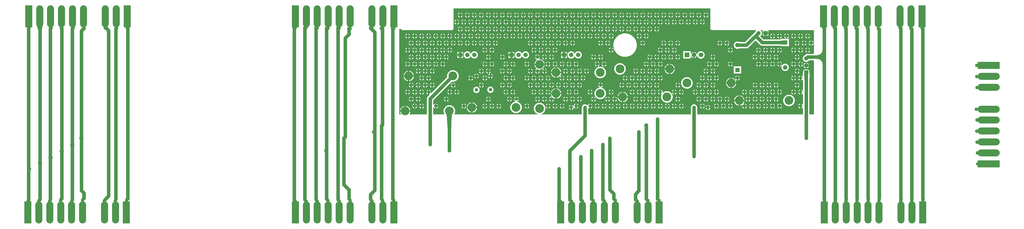
<source format=gbl>
G04 Layer_Physical_Order=2*
G04 Layer_Color=16711680*
%FSLAX25Y25*%
%MOIN*%
G70*
G01*
G75*
%ADD10O,0.10000X0.31500*%
%ADD11R,0.10000X0.31500*%
%ADD12O,0.31500X0.10000*%
%ADD13R,0.31500X0.10000*%
%ADD14C,0.05000*%
%ADD15C,0.06000*%
%ADD16C,0.12500*%
%ADD17R,0.06299X0.06299*%
%ADD18C,0.06299*%
%ADD19C,0.06496*%
%ADD20R,0.06496X0.06496*%
%ADD21C,0.05000*%
%ADD22C,0.05906*%
%ADD23R,0.05906X0.05906*%
%ADD24R,0.05906X0.05906*%
%ADD25C,0.06693*%
%ADD26R,0.06693X0.06693*%
G36*
X1321764Y424480D02*
X1321689Y424620D01*
X1321464Y424746D01*
X1321089Y424856D01*
X1320564Y424952D01*
X1319889Y425033D01*
X1318089Y425150D01*
X1314264Y425216D01*
Y430217D01*
X1315689Y430224D01*
X1321089Y430577D01*
X1321464Y430688D01*
X1321689Y430813D01*
X1321764Y430953D01*
Y424480D01*
D02*
G37*
G36*
X1357857Y381984D02*
X1357782Y381759D01*
X1357716Y381384D01*
X1357659Y380859D01*
X1357540Y378384D01*
X1357500Y374559D01*
X1352500D01*
X1352496Y375984D01*
X1352143Y381984D01*
X1352059Y382059D01*
X1357941D01*
X1357857Y381984D01*
D02*
G37*
G36*
X1218364Y448091D02*
X1218558Y447115D01*
X1219111Y446288D01*
X1219938Y445736D01*
X1220913Y445542D01*
X1283636D01*
X1283797Y445068D01*
X1283468Y444816D01*
X1282674Y443781D01*
X1282387Y443090D01*
X1267836Y428539D01*
X1259706D01*
X1259647Y428584D01*
X1258370Y429113D01*
X1257000Y429293D01*
X1255630Y429113D01*
X1254353Y428584D01*
X1253257Y427743D01*
X1252416Y426647D01*
X1251887Y425370D01*
X1251707Y424000D01*
X1251887Y422630D01*
X1252416Y421353D01*
X1253257Y420257D01*
X1254353Y419416D01*
X1255630Y418887D01*
X1257000Y418707D01*
X1258370Y418887D01*
X1259647Y419416D01*
X1259706Y419461D01*
X1269716D01*
X1270891Y419616D01*
X1271986Y420069D01*
X1272926Y420791D01*
X1282858Y430723D01*
X1289074Y424507D01*
X1290014Y423786D01*
X1291109Y423332D01*
X1292284Y423178D01*
X1314229D01*
X1314229Y423178D01*
X1318005Y423112D01*
X1319701Y423001D01*
X1319752Y422995D01*
Y422469D01*
X1321627D01*
X1321764Y422441D01*
X1321865Y422461D01*
X1321967Y422451D01*
X1322023Y422469D01*
X1330248D01*
Y432965D01*
X1322023D01*
X1321967Y432982D01*
X1321865Y432972D01*
X1321764Y432992D01*
X1321627Y432965D01*
X1319752D01*
Y432533D01*
X1315617Y432263D01*
X1314253Y432256D01*
X1314252Y432255D01*
X1294164D01*
X1289834Y436585D01*
X1289877Y437249D01*
X1290532Y437751D01*
X1291326Y438786D01*
X1291825Y439991D01*
X1291996Y441284D01*
X1291825Y442576D01*
X1291326Y443781D01*
X1290532Y444816D01*
X1290203Y445068D01*
X1290364Y445542D01*
X1292674D01*
X1293047Y445236D01*
X1293047Y445042D01*
Y442283D01*
X1297000D01*
X1300953D01*
Y445042D01*
X1300953Y445236D01*
X1301326Y445542D01*
X1366106D01*
Y411539D01*
X1357000D01*
X1357000Y411539D01*
X1355825Y411384D01*
X1354731Y410931D01*
X1353791Y410209D01*
X1353194Y409613D01*
X1352502Y409326D01*
X1351468Y408532D01*
X1350674Y407498D01*
X1350175Y406293D01*
X1350004Y405000D01*
X1350175Y403707D01*
X1350674Y402502D01*
X1351468Y401468D01*
X1352502Y400674D01*
X1353707Y400175D01*
X1355000Y400004D01*
X1356293Y400175D01*
X1357498Y400674D01*
X1358532Y401468D01*
X1359295Y402461D01*
X1366106D01*
Y325106D01*
X1366000Y325000D01*
X1359539D01*
Y374537D01*
X1359539Y374538D01*
X1359578Y378325D01*
X1359692Y380700D01*
X1359736Y381096D01*
X1359741Y381126D01*
X1359779Y381176D01*
X1359793Y381232D01*
X1359825Y381279D01*
X1359892Y381615D01*
X1359977Y381947D01*
X1359969Y382003D01*
X1359980Y382059D01*
X1359913Y382395D01*
X1359865Y382735D01*
X1359836Y382784D01*
X1359825Y382840D01*
X1359634Y383125D01*
X1359539Y383286D01*
Y385000D01*
X1359384Y386175D01*
X1358953Y387216D01*
Y388953D01*
X1357216D01*
X1356175Y389384D01*
X1355000Y389539D01*
X1353825Y389384D01*
X1352784Y388953D01*
X1351047D01*
Y387216D01*
X1350616Y386175D01*
X1350461Y385000D01*
Y383286D01*
X1350366Y383125D01*
X1350175Y382840D01*
X1350164Y382784D01*
X1350135Y382735D01*
X1350087Y382395D01*
X1350020Y382059D01*
X1350031Y382003D01*
X1350023Y381947D01*
X1350108Y381615D01*
X1350128Y381518D01*
X1350257Y379327D01*
X1349766Y379144D01*
X1349496Y379496D01*
X1348765Y380057D01*
X1348000Y380374D01*
Y377000D01*
Y373626D01*
X1348765Y373943D01*
X1349496Y374504D01*
X1349959Y375107D01*
X1350460Y374952D01*
X1350461Y374553D01*
X1350461Y374551D01*
Y359042D01*
X1349961Y358890D01*
X1349496Y359496D01*
X1348765Y360057D01*
X1348000Y360374D01*
Y357000D01*
Y353626D01*
X1348765Y353943D01*
X1349496Y354504D01*
X1349961Y355110D01*
X1350461Y354958D01*
Y339042D01*
X1349961Y338890D01*
X1349496Y339496D01*
X1348765Y340057D01*
X1348000Y340374D01*
Y337000D01*
Y333626D01*
X1348765Y333943D01*
X1349496Y334504D01*
X1349961Y335110D01*
X1350461Y334958D01*
Y325000D01*
X1199696D01*
Y335000D01*
X1199542Y336175D01*
X1199088Y337269D01*
X1198367Y338209D01*
X1197427Y338931D01*
X1196332Y339384D01*
X1195158Y339539D01*
X1193983Y339384D01*
X1192888Y338931D01*
X1191948Y338209D01*
X1191227Y337269D01*
X1190773Y336175D01*
X1190619Y335000D01*
Y325000D01*
X1044224D01*
Y334088D01*
X1044724Y334335D01*
X1045235Y333943D01*
X1046000Y333626D01*
Y337000D01*
Y340374D01*
X1045235Y340057D01*
X1044504Y339496D01*
X1043943Y338765D01*
X1043647Y338050D01*
X1043128Y337905D01*
X1042894Y338209D01*
X1041955Y338931D01*
X1040860Y339384D01*
X1039685Y339539D01*
X1038510Y339384D01*
X1037416Y338931D01*
X1036476Y338209D01*
X1035754Y337269D01*
X1035301Y336175D01*
X1035146Y335000D01*
Y325000D01*
X977109D01*
X977035Y325500D01*
X978172Y325845D01*
X979606Y326611D01*
X980862Y327642D01*
X981893Y328898D01*
X982659Y330331D01*
X983131Y331887D01*
X983290Y333504D01*
X983131Y335121D01*
X982659Y336676D01*
X981893Y338110D01*
X980862Y339366D01*
X979606Y340397D01*
X978172Y341163D01*
X976617Y341635D01*
X975000Y341794D01*
X973383Y341635D01*
X971828Y341163D01*
X970394Y340397D01*
X969138Y339366D01*
X968107Y338110D01*
X967341Y336676D01*
X966869Y335121D01*
X966710Y333504D01*
X966869Y331887D01*
X967341Y330331D01*
X968107Y328898D01*
X969138Y327642D01*
X970394Y326611D01*
X971828Y325845D01*
X972965Y325500D01*
X972891Y325000D01*
X853636D01*
X853445Y325500D01*
X854155Y326828D01*
X854627Y328383D01*
X854786Y330000D01*
X854627Y331617D01*
X854155Y333172D01*
X853389Y334606D01*
X852358Y335862D01*
X851102Y336893D01*
X849669Y337659D01*
X848113Y338131D01*
X846496Y338290D01*
X844879Y338131D01*
X843324Y337659D01*
X841890Y336893D01*
X840634Y335862D01*
X839603Y334606D01*
X838837Y333172D01*
X838365Y331617D01*
X838206Y330000D01*
X838365Y328383D01*
X838837Y326828D01*
X839547Y325500D01*
X839356Y325000D01*
X823539D01*
Y334958D01*
X824039Y335110D01*
X824504Y334504D01*
X825235Y333943D01*
X826000Y333626D01*
Y337000D01*
Y340374D01*
X825235Y340057D01*
X824504Y339496D01*
X824039Y338890D01*
X823539Y339042D01*
Y345624D01*
X849806Y371891D01*
X849879Y371869D01*
X851496Y371710D01*
X853113Y371869D01*
X854669Y372341D01*
X856102Y373107D01*
X857358Y374138D01*
X858389Y375394D01*
X859155Y376828D01*
X859627Y378383D01*
X859786Y380000D01*
X859627Y381617D01*
X859155Y383172D01*
X858389Y384606D01*
X857358Y385862D01*
X856102Y386893D01*
X854669Y387659D01*
X853113Y388131D01*
X851496Y388290D01*
X849879Y388131D01*
X848324Y387659D01*
X846890Y386893D01*
X845634Y385862D01*
X844603Y384606D01*
X843837Y383172D01*
X843365Y381617D01*
X843206Y380000D01*
X843365Y378383D01*
X843387Y378310D01*
X820801Y355724D01*
X820387Y356000D01*
X818000D01*
Y353612D01*
X818276Y353199D01*
X815791Y350713D01*
X815069Y349773D01*
X814616Y348679D01*
X814461Y347504D01*
Y325000D01*
X789364D01*
X789150Y325452D01*
X789561Y325953D01*
X790235Y327212D01*
X790649Y328579D01*
X790691Y329000D01*
X783504D01*
X776317D01*
X776359Y328579D01*
X776773Y327212D01*
X777447Y325953D01*
X777857Y325452D01*
X777644Y325000D01*
X775000D01*
Y447000D01*
X777635D01*
X778111Y446288D01*
X778938Y445736D01*
X779913Y445542D01*
X849913D01*
X850398Y445638D01*
X850882Y445733D01*
X850885Y445735D01*
X850889Y445736D01*
X851299Y446010D01*
X851711Y446283D01*
X851713Y446286D01*
X851716Y446288D01*
X851990Y446699D01*
X852266Y447109D01*
X852266Y447112D01*
X852268Y447115D01*
X852365Y447600D01*
X852462Y448084D01*
X852539Y476451D01*
X1218364D01*
Y448091D01*
D02*
G37*
G36*
X850515Y324943D02*
X850196Y323898D01*
X849915Y322401D01*
X849671Y320452D01*
X849296Y315199D01*
X848996Y299272D01*
X843996D01*
X843977Y303931D01*
X842796Y323898D01*
X842477Y324943D01*
X842121Y325537D01*
X850871D01*
X850515Y324943D01*
D02*
G37*
G36*
X267024Y451830D02*
X266462Y449938D01*
X266233Y448919D01*
X265881Y446736D01*
X265758Y445571D01*
X265600Y441786D01*
X260600D01*
X260575Y443001D01*
X260379Y445299D01*
X260207Y446384D01*
X259715Y448422D01*
X259396Y449376D01*
X259027Y450287D01*
X258609Y451155D01*
X258142Y451978D01*
X267358Y452704D01*
X267024Y451830D01*
D02*
G37*
G36*
X1383100Y407000D02*
X1378100Y397000D01*
X1378000Y398425D01*
X1377700Y399700D01*
X1377200Y400825D01*
X1376500Y401800D01*
X1375600Y402625D01*
X1374500Y403300D01*
X1373200Y403825D01*
X1371700Y404200D01*
X1370000Y404425D01*
X1368100Y404500D01*
Y409500D01*
X1370000Y409575D01*
X1371700Y409800D01*
X1373200Y410175D01*
X1374500Y410700D01*
X1375600Y411375D01*
X1376500Y412200D01*
X1377200Y413175D01*
X1377700Y414300D01*
X1378000Y415575D01*
X1378100Y417000D01*
X1383100Y407000D01*
D02*
G37*
%LPC*%
G36*
X1220374Y376000D02*
X1218000D01*
Y373626D01*
X1218765Y373943D01*
X1219496Y374504D01*
X1220057Y375235D01*
X1220374Y376000D01*
D02*
G37*
G36*
X1226000D02*
X1223626D01*
X1223943Y375235D01*
X1224504Y374504D01*
X1225235Y373943D01*
X1226000Y373626D01*
Y376000D01*
D02*
G37*
G36*
X1210374D02*
X1208000D01*
Y373626D01*
X1208765Y373943D01*
X1209496Y374504D01*
X1210057Y375235D01*
X1210374Y376000D01*
D02*
G37*
G36*
X1216000D02*
X1213626D01*
X1213943Y375235D01*
X1214504Y374504D01*
X1215235Y373943D01*
X1216000Y373626D01*
Y376000D01*
D02*
G37*
G36*
X1206000D02*
X1203626D01*
X1203943Y375235D01*
X1204504Y374504D01*
X1205235Y373943D01*
X1206000Y373626D01*
Y376000D01*
D02*
G37*
G36*
X1130374D02*
X1128000D01*
Y373626D01*
X1128765Y373943D01*
X1129496Y374504D01*
X1130057Y375235D01*
X1130374Y376000D01*
D02*
G37*
G36*
X1126000D02*
X1123626D01*
X1123943Y375235D01*
X1124504Y374504D01*
X1125235Y373943D01*
X1126000Y373626D01*
Y376000D01*
D02*
G37*
G36*
X1120374D02*
X1118000D01*
Y373626D01*
X1118765Y373943D01*
X1119496Y374504D01*
X1120057Y375235D01*
X1120374Y376000D01*
D02*
G37*
G36*
X1136000D02*
X1133626D01*
X1133943Y375235D01*
X1134504Y374504D01*
X1135235Y373943D01*
X1136000Y373626D01*
Y376000D01*
D02*
G37*
G36*
X1150374D02*
X1148000D01*
Y373626D01*
X1148765Y373943D01*
X1149496Y374504D01*
X1150057Y375235D01*
X1150374Y376000D01*
D02*
G37*
G36*
X1146000D02*
X1143626D01*
X1143943Y375235D01*
X1144504Y374504D01*
X1145235Y373943D01*
X1146000Y373626D01*
Y376000D01*
D02*
G37*
G36*
X1140374D02*
X1138000D01*
Y373626D01*
X1138765Y373943D01*
X1139496Y374504D01*
X1140057Y375235D01*
X1140374Y376000D01*
D02*
G37*
G36*
X904000Y379000D02*
X901626D01*
X901943Y378235D01*
X902504Y377504D01*
X903235Y376943D01*
X904000Y376626D01*
Y379000D01*
D02*
G37*
G36*
X884000Y378843D02*
X881626D01*
X881943Y378077D01*
X882504Y377346D01*
X883235Y376785D01*
X884000Y376468D01*
Y378843D01*
D02*
G37*
G36*
X888374D02*
X886000D01*
Y376468D01*
X886765Y376785D01*
X887496Y377346D01*
X888057Y378077D01*
X888374Y378843D01*
D02*
G37*
G36*
X997504Y384000D02*
X991317D01*
X991359Y383579D01*
X991773Y382212D01*
X992447Y380953D01*
X993353Y379849D01*
X994457Y378943D01*
X995716Y378270D01*
X997083Y377855D01*
X997504Y377813D01*
Y384000D01*
D02*
G37*
G36*
X1061496Y393290D02*
X1059879Y393131D01*
X1058324Y392659D01*
X1056890Y391893D01*
X1055634Y390862D01*
X1054603Y389606D01*
X1053837Y388172D01*
X1053365Y386617D01*
X1053206Y385000D01*
X1053365Y383383D01*
X1053837Y381828D01*
X1054603Y380394D01*
X1055634Y379138D01*
X1056890Y378107D01*
X1058324Y377341D01*
X1059879Y376869D01*
X1061496Y376710D01*
X1063113Y376869D01*
X1064668Y377341D01*
X1066102Y378107D01*
X1067358Y379138D01*
X1068389Y380394D01*
X1069155Y381828D01*
X1069627Y383383D01*
X1069786Y385000D01*
X1069627Y386617D01*
X1069155Y388172D01*
X1068389Y389606D01*
X1067358Y390862D01*
X1066102Y391893D01*
X1064668Y392659D01*
X1063113Y393131D01*
X1061496Y393290D01*
D02*
G37*
G36*
X908374Y379000D02*
X906000D01*
Y376626D01*
X906765Y376943D01*
X907496Y377504D01*
X908057Y378235D01*
X908374Y379000D01*
D02*
G37*
G36*
X1260374Y376000D02*
X1258000D01*
Y373626D01*
X1258765Y373943D01*
X1259496Y374504D01*
X1260057Y375235D01*
X1260374Y376000D01*
D02*
G37*
G36*
X1256000D02*
X1253626D01*
X1253943Y375235D01*
X1254504Y374504D01*
X1255235Y373943D01*
X1256000Y373626D01*
Y376000D01*
D02*
G37*
G36*
X1230374D02*
X1228000D01*
Y373626D01*
X1228765Y373943D01*
X1229496Y374504D01*
X1230057Y375235D01*
X1230374Y376000D01*
D02*
G37*
G36*
X1346000D02*
X1343626D01*
X1343943Y375235D01*
X1344504Y374504D01*
X1345235Y373943D01*
X1346000Y373626D01*
Y376000D01*
D02*
G37*
G36*
X1340374D02*
X1338000D01*
Y373626D01*
X1338765Y373943D01*
X1339496Y374504D01*
X1340057Y375235D01*
X1340374Y376000D01*
D02*
G37*
G36*
X1336000D02*
X1333626D01*
X1333943Y375235D01*
X1334504Y374504D01*
X1335235Y373943D01*
X1336000Y373626D01*
Y376000D01*
D02*
G37*
G36*
X966000D02*
X963626D01*
X963943Y375235D01*
X964504Y374504D01*
X965235Y373943D01*
X966000Y373626D01*
Y376000D01*
D02*
G37*
G36*
X960374D02*
X958000D01*
Y373626D01*
X958765Y373943D01*
X959496Y374504D01*
X960057Y375235D01*
X960374Y376000D01*
D02*
G37*
G36*
X956000D02*
X953626D01*
X953943Y375235D01*
X954504Y374504D01*
X955235Y373943D01*
X956000Y373626D01*
Y376000D01*
D02*
G37*
G36*
X970374D02*
X968000D01*
Y373626D01*
X968765Y373943D01*
X969496Y374504D01*
X970057Y375235D01*
X970374Y376000D01*
D02*
G37*
G36*
X986000D02*
X983626D01*
X983943Y375235D01*
X984504Y374504D01*
X985235Y373943D01*
X986000Y373626D01*
Y376000D01*
D02*
G37*
G36*
X980374D02*
X978000D01*
Y373626D01*
X978765Y373943D01*
X979496Y374504D01*
X980057Y375235D01*
X980374Y376000D01*
D02*
G37*
G36*
X976000D02*
X973626D01*
X973943Y375235D01*
X974504Y374504D01*
X975235Y373943D01*
X976000Y373626D01*
Y376000D01*
D02*
G37*
G36*
X900374D02*
X898000D01*
Y373626D01*
X898765Y373943D01*
X899496Y374504D01*
X900057Y375235D01*
X900374Y376000D01*
D02*
G37*
G36*
X896000D02*
X893626D01*
X893943Y375235D01*
X894504Y374504D01*
X895235Y373943D01*
X896000Y373626D01*
Y376000D01*
D02*
G37*
G36*
X880374D02*
X878000D01*
Y373626D01*
X878765Y373943D01*
X879496Y374504D01*
X880057Y375235D01*
X880374Y376000D01*
D02*
G37*
G36*
X926000D02*
X923626D01*
X923943Y375235D01*
X924504Y374504D01*
X925235Y373943D01*
X926000Y373626D01*
Y376000D01*
D02*
G37*
G36*
X940374D02*
X938000D01*
Y373626D01*
X938765Y373943D01*
X939496Y374504D01*
X940057Y375235D01*
X940374Y376000D01*
D02*
G37*
G36*
X936000D02*
X933626D01*
X933943Y375235D01*
X934504Y374504D01*
X935235Y373943D01*
X936000Y373626D01*
Y376000D01*
D02*
G37*
G36*
X930374D02*
X928000D01*
Y373626D01*
X928765Y373943D01*
X929496Y374504D01*
X930057Y375235D01*
X930374Y376000D01*
D02*
G37*
G36*
X1096000D02*
X1093626D01*
X1093943Y375235D01*
X1094504Y374504D01*
X1095235Y373943D01*
X1096000Y373626D01*
Y376000D01*
D02*
G37*
G36*
X1040374D02*
X1038000D01*
Y373626D01*
X1038765Y373943D01*
X1039496Y374504D01*
X1040057Y375235D01*
X1040374Y376000D01*
D02*
G37*
G36*
X1036000D02*
X1033626D01*
X1033943Y375235D01*
X1034504Y374504D01*
X1035235Y373943D01*
X1036000Y373626D01*
Y376000D01*
D02*
G37*
G36*
X1100374D02*
X1098000D01*
Y373626D01*
X1098765Y373943D01*
X1099496Y374504D01*
X1100057Y375235D01*
X1100374Y376000D01*
D02*
G37*
G36*
X1116000D02*
X1113626D01*
X1113943Y375235D01*
X1114504Y374504D01*
X1115235Y373943D01*
X1116000Y373626D01*
Y376000D01*
D02*
G37*
G36*
X1110374D02*
X1108000D01*
Y373626D01*
X1108765Y373943D01*
X1109496Y374504D01*
X1110057Y375235D01*
X1110374Y376000D01*
D02*
G37*
G36*
X1106000D02*
X1103626D01*
X1103943Y375235D01*
X1104504Y374504D01*
X1105235Y373943D01*
X1106000Y373626D01*
Y376000D01*
D02*
G37*
G36*
X1010374D02*
X1008000D01*
Y373626D01*
X1008765Y373943D01*
X1009496Y374504D01*
X1010057Y375235D01*
X1010374Y376000D01*
D02*
G37*
G36*
X1006000D02*
X1003626D01*
X1003943Y375235D01*
X1004504Y374504D01*
X1005235Y373943D01*
X1006000Y373626D01*
Y376000D01*
D02*
G37*
G36*
X990374D02*
X988000D01*
Y373626D01*
X988765Y373943D01*
X989496Y374504D01*
X990057Y375235D01*
X990374Y376000D01*
D02*
G37*
G36*
X1016000D02*
X1013626D01*
X1013943Y375235D01*
X1014504Y374504D01*
X1015235Y373943D01*
X1016000Y373626D01*
Y376000D01*
D02*
G37*
G36*
X1030374D02*
X1028000D01*
Y373626D01*
X1028765Y373943D01*
X1029496Y374504D01*
X1030057Y375235D01*
X1030374Y376000D01*
D02*
G37*
G36*
X1026000D02*
X1023626D01*
X1023943Y375235D01*
X1024504Y374504D01*
X1025235Y373943D01*
X1026000Y373626D01*
Y376000D01*
D02*
G37*
G36*
X1020374D02*
X1018000D01*
Y373626D01*
X1018765Y373943D01*
X1019496Y374504D01*
X1020057Y375235D01*
X1020374Y376000D01*
D02*
G37*
G36*
X1005690Y384000D02*
X999504D01*
Y377813D01*
X999925Y377855D01*
X1001292Y378270D01*
X1002551Y378943D01*
X1003655Y379849D01*
X1004561Y380953D01*
X1005235Y382212D01*
X1005649Y383579D01*
X1005690Y384000D01*
D02*
G37*
G36*
X1138000Y380374D02*
Y378000D01*
X1140374D01*
X1140057Y378765D01*
X1139496Y379496D01*
X1138765Y380057D01*
X1138000Y380374D01*
D02*
G37*
G36*
X1136000D02*
X1135235Y380057D01*
X1134504Y379496D01*
X1133943Y378765D01*
X1133626Y378000D01*
X1136000D01*
Y380374D01*
D02*
G37*
G36*
X1128000D02*
Y378000D01*
X1130374D01*
X1130057Y378765D01*
X1129496Y379496D01*
X1128765Y380057D01*
X1128000Y380374D01*
D02*
G37*
G36*
X1206000D02*
X1205235Y380057D01*
X1204504Y379496D01*
X1203943Y378765D01*
X1203626Y378000D01*
X1206000D01*
Y380374D01*
D02*
G37*
G36*
X1148000D02*
Y378000D01*
X1150374D01*
X1150057Y378765D01*
X1149496Y379496D01*
X1148765Y380057D01*
X1148000Y380374D01*
D02*
G37*
G36*
X1146000D02*
X1145235Y380057D01*
X1144504Y379496D01*
X1143943Y378765D01*
X1143626Y378000D01*
X1146000D01*
Y380374D01*
D02*
G37*
G36*
X1126000D02*
X1125235Y380057D01*
X1124504Y379496D01*
X1123943Y378765D01*
X1123626Y378000D01*
X1126000D01*
Y380374D01*
D02*
G37*
G36*
X1106000D02*
X1105235Y380057D01*
X1104504Y379496D01*
X1103943Y378765D01*
X1103626Y378000D01*
X1106000D01*
Y380374D01*
D02*
G37*
G36*
X1098000D02*
Y378000D01*
X1100374D01*
X1100057Y378765D01*
X1099496Y379496D01*
X1098765Y380057D01*
X1098000Y380374D01*
D02*
G37*
G36*
X1096000D02*
X1095235Y380057D01*
X1094504Y379496D01*
X1093943Y378765D01*
X1093626Y378000D01*
X1096000D01*
Y380374D01*
D02*
G37*
G36*
X1118000D02*
Y378000D01*
X1120374D01*
X1120057Y378765D01*
X1119496Y379496D01*
X1118765Y380057D01*
X1118000Y380374D01*
D02*
G37*
G36*
X1116000D02*
X1115235Y380057D01*
X1114504Y379496D01*
X1113943Y378765D01*
X1113626Y378000D01*
X1116000D01*
Y380374D01*
D02*
G37*
G36*
X1108000D02*
Y378000D01*
X1110374D01*
X1110057Y378765D01*
X1109496Y379496D01*
X1108765Y380057D01*
X1108000Y380374D01*
D02*
G37*
G36*
X1208000D02*
Y378000D01*
X1210374D01*
X1210057Y378765D01*
X1209496Y379496D01*
X1208765Y380057D01*
X1208000Y380374D01*
D02*
G37*
G36*
X884000Y383217D02*
X883235Y382900D01*
X882504Y382339D01*
X881943Y381608D01*
X881626Y380843D01*
X884000D01*
Y383217D01*
D02*
G37*
G36*
X1346000Y380374D02*
X1345235Y380057D01*
X1344504Y379496D01*
X1343943Y378765D01*
X1343626Y378000D01*
X1346000D01*
Y380374D01*
D02*
G37*
G36*
X1338000D02*
Y378000D01*
X1340374D01*
X1340057Y378765D01*
X1339496Y379496D01*
X1338765Y380057D01*
X1338000Y380374D01*
D02*
G37*
G36*
X904000Y383374D02*
X903235Y383057D01*
X902504Y382496D01*
X901943Y381765D01*
X901626Y381000D01*
X904000D01*
Y383374D01*
D02*
G37*
G36*
X787504Y387187D02*
X787083Y387145D01*
X785716Y386731D01*
X784457Y386057D01*
X783353Y385151D01*
X782447Y384047D01*
X781773Y382788D01*
X781359Y381421D01*
X781317Y381000D01*
X787504D01*
Y387187D01*
D02*
G37*
G36*
X886000Y383217D02*
Y380843D01*
X888374D01*
X888057Y381608D01*
X887496Y382339D01*
X886765Y382900D01*
X886000Y383217D01*
D02*
G37*
G36*
X1336000Y380374D02*
X1335235Y380057D01*
X1334504Y379496D01*
X1333943Y378765D01*
X1333626Y378000D01*
X1336000D01*
Y380374D01*
D02*
G37*
G36*
X1226000D02*
X1225235Y380057D01*
X1224504Y379496D01*
X1223943Y378765D01*
X1223626Y378000D01*
X1226000D01*
Y380374D01*
D02*
G37*
G36*
X1218000D02*
Y378000D01*
X1220374D01*
X1220057Y378765D01*
X1219496Y379496D01*
X1218765Y380057D01*
X1218000Y380374D01*
D02*
G37*
G36*
X1216000D02*
X1215235Y380057D01*
X1214504Y379496D01*
X1213943Y378765D01*
X1213626Y378000D01*
X1216000D01*
Y380374D01*
D02*
G37*
G36*
X1258000D02*
Y378000D01*
X1260374D01*
X1260057Y378765D01*
X1259496Y379496D01*
X1258765Y380057D01*
X1258000Y380374D01*
D02*
G37*
G36*
X1256000D02*
X1255235Y380057D01*
X1254504Y379496D01*
X1253943Y378765D01*
X1253626Y378000D01*
X1256000D01*
Y380374D01*
D02*
G37*
G36*
X1228000D02*
Y378000D01*
X1230374D01*
X1230057Y378765D01*
X1229496Y379496D01*
X1228765Y380057D01*
X1228000Y380374D01*
D02*
G37*
G36*
X1038000D02*
Y378000D01*
X1040374D01*
X1040057Y378765D01*
X1039496Y379496D01*
X1038765Y380057D01*
X1038000Y380374D01*
D02*
G37*
G36*
X928000D02*
Y378000D01*
X930374D01*
X930057Y378765D01*
X929496Y379496D01*
X928765Y380057D01*
X928000Y380374D01*
D02*
G37*
G36*
X926000D02*
X925235Y380057D01*
X924504Y379496D01*
X923943Y378765D01*
X923626Y378000D01*
X926000D01*
Y380374D01*
D02*
G37*
G36*
X898000D02*
Y378000D01*
X900374D01*
X900057Y378765D01*
X899496Y379496D01*
X898765Y380057D01*
X898000Y380374D01*
D02*
G37*
G36*
X956000D02*
X955235Y380057D01*
X954504Y379496D01*
X953943Y378765D01*
X953626Y378000D01*
X956000D01*
Y380374D01*
D02*
G37*
G36*
X938000D02*
Y378000D01*
X940374D01*
X940057Y378765D01*
X939496Y379496D01*
X938765Y380057D01*
X938000Y380374D01*
D02*
G37*
G36*
X936000D02*
X935235Y380057D01*
X934504Y379496D01*
X933943Y378765D01*
X933626Y378000D01*
X936000D01*
Y380374D01*
D02*
G37*
G36*
X896000D02*
X895235Y380057D01*
X894504Y379496D01*
X893943Y378765D01*
X893626Y378000D01*
X896000D01*
Y380374D01*
D02*
G37*
G36*
X816000D02*
X815235Y380057D01*
X814504Y379496D01*
X813943Y378765D01*
X813626Y378000D01*
X816000D01*
Y380374D01*
D02*
G37*
G36*
X808000D02*
Y378000D01*
X810374D01*
X810057Y378765D01*
X809496Y379496D01*
X808765Y380057D01*
X808000Y380374D01*
D02*
G37*
G36*
X806000D02*
X805235Y380057D01*
X804504Y379496D01*
X803943Y378765D01*
X803626Y378000D01*
X806000D01*
Y380374D01*
D02*
G37*
G36*
X878000D02*
Y378000D01*
X880374D01*
X880057Y378765D01*
X879496Y379496D01*
X878765Y380057D01*
X878000Y380374D01*
D02*
G37*
G36*
X876000D02*
X875235Y380057D01*
X874504Y379496D01*
X873943Y378765D01*
X873626Y378000D01*
X876000D01*
Y380374D01*
D02*
G37*
G36*
X818000D02*
Y378000D01*
X820374D01*
X820057Y378765D01*
X819496Y379496D01*
X818765Y380057D01*
X818000Y380374D01*
D02*
G37*
G36*
X958000D02*
Y378000D01*
X960374D01*
X960057Y378765D01*
X959496Y379496D01*
X958765Y380057D01*
X958000Y380374D01*
D02*
G37*
G36*
X1018000D02*
Y378000D01*
X1020374D01*
X1020057Y378765D01*
X1019496Y379496D01*
X1018765Y380057D01*
X1018000Y380374D01*
D02*
G37*
G36*
X1016000D02*
X1015235Y380057D01*
X1014504Y379496D01*
X1013943Y378765D01*
X1013626Y378000D01*
X1016000D01*
Y380374D01*
D02*
G37*
G36*
X1008000D02*
Y378000D01*
X1010374D01*
X1010057Y378765D01*
X1009496Y379496D01*
X1008765Y380057D01*
X1008000Y380374D01*
D02*
G37*
G36*
X1036000D02*
X1035235Y380057D01*
X1034504Y379496D01*
X1033943Y378765D01*
X1033626Y378000D01*
X1036000D01*
Y380374D01*
D02*
G37*
G36*
X1028000D02*
Y378000D01*
X1030374D01*
X1030057Y378765D01*
X1029496Y379496D01*
X1028765Y380057D01*
X1028000Y380374D01*
D02*
G37*
G36*
X1026000D02*
X1025235Y380057D01*
X1024504Y379496D01*
X1023943Y378765D01*
X1023626Y378000D01*
X1026000D01*
Y380374D01*
D02*
G37*
G36*
X1006000D02*
X1005235Y380057D01*
X1004504Y379496D01*
X1003943Y378765D01*
X1003626Y378000D01*
X1006000D01*
Y380374D01*
D02*
G37*
G36*
X976000D02*
X975235Y380057D01*
X974504Y379496D01*
X973943Y378765D01*
X973626Y378000D01*
X976000D01*
Y380374D01*
D02*
G37*
G36*
X968000D02*
Y378000D01*
X970374D01*
X970057Y378765D01*
X969496Y379496D01*
X968765Y380057D01*
X968000Y380374D01*
D02*
G37*
G36*
X966000D02*
X965235Y380057D01*
X964504Y379496D01*
X963943Y378765D01*
X963626Y378000D01*
X966000D01*
Y380374D01*
D02*
G37*
G36*
X988000D02*
Y378000D01*
X990374D01*
X990057Y378765D01*
X989496Y379496D01*
X988765Y380057D01*
X988000Y380374D01*
D02*
G37*
G36*
X986000D02*
X985235Y380057D01*
X984504Y379496D01*
X983943Y378765D01*
X983626Y378000D01*
X986000D01*
Y380374D01*
D02*
G37*
G36*
X978000D02*
Y378000D01*
X980374D01*
X980057Y378765D01*
X979496Y379496D01*
X978765Y380057D01*
X978000Y380374D01*
D02*
G37*
G36*
X791000Y370374D02*
X790235Y370057D01*
X789504Y369496D01*
X788943Y368765D01*
X788626Y368000D01*
X791000D01*
Y370374D01*
D02*
G37*
G36*
X1345374Y366000D02*
X1343000D01*
Y363626D01*
X1343765Y363943D01*
X1344496Y364504D01*
X1345057Y365235D01*
X1345374Y366000D01*
D02*
G37*
G36*
X1341000D02*
X1338626D01*
X1338943Y365235D01*
X1339504Y364504D01*
X1340235Y363943D01*
X1341000Y363626D01*
Y366000D01*
D02*
G37*
G36*
X803000Y370374D02*
Y368000D01*
X805374D01*
X805057Y368765D01*
X804496Y369496D01*
X803765Y370057D01*
X803000Y370374D01*
D02*
G37*
G36*
X801000D02*
X800235Y370057D01*
X799504Y369496D01*
X798943Y368765D01*
X798626Y368000D01*
X801000D01*
Y370374D01*
D02*
G37*
G36*
X793000D02*
Y368000D01*
X795374D01*
X795057Y368765D01*
X794496Y369496D01*
X793765Y370057D01*
X793000Y370374D01*
D02*
G37*
G36*
X1315374Y366000D02*
X1313000D01*
Y363626D01*
X1313765Y363943D01*
X1314496Y364504D01*
X1315057Y365235D01*
X1315374Y366000D01*
D02*
G37*
G36*
X1295374D02*
X1293000D01*
Y363626D01*
X1293765Y363943D01*
X1294496Y364504D01*
X1295057Y365235D01*
X1295374Y366000D01*
D02*
G37*
G36*
X1291000D02*
X1288626D01*
X1288943Y365235D01*
X1289504Y364504D01*
X1290235Y363943D01*
X1291000Y363626D01*
Y366000D01*
D02*
G37*
G36*
X1285374D02*
X1283000D01*
Y363626D01*
X1283765Y363943D01*
X1284496Y364504D01*
X1285057Y365235D01*
X1285374Y366000D01*
D02*
G37*
G36*
X1311000D02*
X1308626D01*
X1308943Y365235D01*
X1309504Y364504D01*
X1310235Y363943D01*
X1311000Y363626D01*
Y366000D01*
D02*
G37*
G36*
X1305374D02*
X1303000D01*
Y363626D01*
X1303765Y363943D01*
X1304496Y364504D01*
X1305057Y365235D01*
X1305374Y366000D01*
D02*
G37*
G36*
X1301000D02*
X1298626D01*
X1298943Y365235D01*
X1299504Y364504D01*
X1300235Y363943D01*
X1301000Y363626D01*
Y366000D01*
D02*
G37*
G36*
X811000Y370374D02*
X810235Y370057D01*
X809504Y369496D01*
X808943Y368765D01*
X808626Y368000D01*
X811000D01*
Y370374D01*
D02*
G37*
G36*
X931000D02*
X930235Y370057D01*
X929504Y369496D01*
X928943Y368765D01*
X928626Y368000D01*
X931000D01*
Y370374D01*
D02*
G37*
G36*
X923000D02*
Y368000D01*
X925374D01*
X925057Y368765D01*
X924496Y369496D01*
X923765Y370057D01*
X923000Y370374D01*
D02*
G37*
G36*
X921000D02*
X920235Y370057D01*
X919504Y369496D01*
X918943Y368765D01*
X918626Y368000D01*
X921000D01*
Y370374D01*
D02*
G37*
G36*
X963000D02*
Y368000D01*
X965374D01*
X965057Y368765D01*
X964496Y369496D01*
X963765Y370057D01*
X963000Y370374D01*
D02*
G37*
G36*
X961000D02*
X960235Y370057D01*
X959504Y369496D01*
X958943Y368765D01*
X958626Y368000D01*
X961000D01*
Y370374D01*
D02*
G37*
G36*
X933000D02*
Y368000D01*
X935374D01*
X935057Y368765D01*
X934496Y369496D01*
X933765Y370057D01*
X933000Y370374D01*
D02*
G37*
G36*
X893000D02*
Y368000D01*
X895374D01*
X895057Y368765D01*
X894496Y369496D01*
X893765Y370057D01*
X893000Y370374D01*
D02*
G37*
G36*
X823000D02*
Y368000D01*
X825374D01*
X825057Y368765D01*
X824496Y369496D01*
X823765Y370057D01*
X823000Y370374D01*
D02*
G37*
G36*
X821000D02*
X820235Y370057D01*
X819504Y369496D01*
X818943Y368765D01*
X818626Y368000D01*
X821000D01*
Y370374D01*
D02*
G37*
G36*
X813000D02*
Y368000D01*
X815374D01*
X815057Y368765D01*
X814496Y369496D01*
X813765Y370057D01*
X813000Y370374D01*
D02*
G37*
G36*
X891000D02*
X890235Y370057D01*
X889504Y369496D01*
X888943Y368765D01*
X888626Y368000D01*
X891000D01*
Y370374D01*
D02*
G37*
G36*
X853000D02*
Y368000D01*
X855374D01*
X855057Y368765D01*
X854496Y369496D01*
X853765Y370057D01*
X853000Y370374D01*
D02*
G37*
G36*
X851000D02*
X850235Y370057D01*
X849504Y369496D01*
X848943Y368765D01*
X848626Y368000D01*
X851000D01*
Y370374D01*
D02*
G37*
G36*
X1281000Y366000D02*
X1278626D01*
X1278943Y365235D01*
X1279504Y364504D01*
X1280235Y363943D01*
X1281000Y363626D01*
Y366000D01*
D02*
G37*
G36*
X1101000D02*
X1098626D01*
X1098943Y365235D01*
X1099504Y364504D01*
X1100235Y363943D01*
X1101000Y363626D01*
Y366000D01*
D02*
G37*
G36*
X1095374D02*
X1093000D01*
Y363626D01*
X1093765Y363943D01*
X1094496Y364504D01*
X1095057Y365235D01*
X1095374Y366000D01*
D02*
G37*
G36*
X1091000D02*
X1088626D01*
X1088943Y365235D01*
X1089504Y364504D01*
X1090235Y363943D01*
X1091000Y363626D01*
Y366000D01*
D02*
G37*
G36*
X1115374D02*
X1113000D01*
Y363626D01*
X1113765Y363943D01*
X1114496Y364504D01*
X1115057Y365235D01*
X1115374Y366000D01*
D02*
G37*
G36*
X1111000D02*
X1108626D01*
X1108943Y365235D01*
X1109504Y364504D01*
X1110235Y363943D01*
X1111000Y363626D01*
Y366000D01*
D02*
G37*
G36*
X1105374D02*
X1103000D01*
Y363626D01*
X1103765Y363943D01*
X1104496Y364504D01*
X1105057Y365235D01*
X1105374Y366000D01*
D02*
G37*
G36*
X1035374D02*
X1033000D01*
Y363626D01*
X1033765Y363943D01*
X1034496Y364504D01*
X1035057Y365235D01*
X1035374Y366000D01*
D02*
G37*
G36*
X1015374D02*
X1013000D01*
Y363626D01*
X1013765Y363943D01*
X1014496Y364504D01*
X1015057Y365235D01*
X1015374Y366000D01*
D02*
G37*
G36*
X1011000D02*
X1008626D01*
X1008943Y365235D01*
X1009504Y364504D01*
X1010235Y363943D01*
X1011000Y363626D01*
Y366000D01*
D02*
G37*
G36*
X1005374D02*
X1003000D01*
Y363626D01*
X1003765Y363943D01*
X1004496Y364504D01*
X1005057Y365235D01*
X1005374Y366000D01*
D02*
G37*
G36*
X1031000D02*
X1028626D01*
X1028943Y365235D01*
X1029504Y364504D01*
X1030235Y363943D01*
X1031000Y363626D01*
Y366000D01*
D02*
G37*
G36*
X1025374D02*
X1023000D01*
Y363626D01*
X1023765Y363943D01*
X1024496Y364504D01*
X1025057Y365235D01*
X1025374Y366000D01*
D02*
G37*
G36*
X1021000D02*
X1018626D01*
X1018943Y365235D01*
X1019504Y364504D01*
X1020235Y363943D01*
X1021000Y363626D01*
Y366000D01*
D02*
G37*
G36*
X1121000D02*
X1118626D01*
X1118943Y365235D01*
X1119504Y364504D01*
X1120235Y363943D01*
X1121000Y363626D01*
Y366000D01*
D02*
G37*
G36*
X1211000D02*
X1208626D01*
X1208943Y365235D01*
X1209504Y364504D01*
X1210235Y363943D01*
X1211000Y363626D01*
Y366000D01*
D02*
G37*
G36*
X1205374D02*
X1203000D01*
Y363626D01*
X1203765Y363943D01*
X1204496Y364504D01*
X1205057Y365235D01*
X1205374Y366000D01*
D02*
G37*
G36*
X1201000D02*
X1198626D01*
X1198943Y365235D01*
X1199504Y364504D01*
X1200235Y363943D01*
X1201000Y363626D01*
Y366000D01*
D02*
G37*
G36*
X1225374D02*
X1223000D01*
Y363626D01*
X1223765Y363943D01*
X1224496Y364504D01*
X1225057Y365235D01*
X1225374Y366000D01*
D02*
G37*
G36*
X1221000D02*
X1218626D01*
X1218943Y365235D01*
X1219504Y364504D01*
X1220235Y363943D01*
X1221000Y363626D01*
Y366000D01*
D02*
G37*
G36*
X1215374D02*
X1213000D01*
Y363626D01*
X1213765Y363943D01*
X1214496Y364504D01*
X1215057Y365235D01*
X1215374Y366000D01*
D02*
G37*
G36*
X1175374D02*
X1173000D01*
Y363626D01*
X1173765Y363943D01*
X1174496Y364504D01*
X1175057Y365235D01*
X1175374Y366000D01*
D02*
G37*
G36*
X1135374D02*
X1133000D01*
Y363626D01*
X1133765Y363943D01*
X1134496Y364504D01*
X1135057Y365235D01*
X1135374Y366000D01*
D02*
G37*
G36*
X1131000D02*
X1128626D01*
X1128943Y365235D01*
X1129504Y364504D01*
X1130235Y363943D01*
X1131000Y363626D01*
Y366000D01*
D02*
G37*
G36*
X1125374D02*
X1123000D01*
Y363626D01*
X1123765Y363943D01*
X1124496Y364504D01*
X1125057Y365235D01*
X1125374Y366000D01*
D02*
G37*
G36*
X1171000D02*
X1168626D01*
X1168943Y365235D01*
X1169504Y364504D01*
X1170235Y363943D01*
X1171000Y363626D01*
Y366000D01*
D02*
G37*
G36*
X1145374D02*
X1143000D01*
Y363626D01*
X1143765Y363943D01*
X1144496Y364504D01*
X1145057Y365235D01*
X1145374Y366000D01*
D02*
G37*
G36*
X1141000D02*
X1138626D01*
X1138943Y365235D01*
X1139504Y364504D01*
X1140235Y363943D01*
X1141000Y363626D01*
Y366000D01*
D02*
G37*
G36*
X1283000Y370374D02*
Y368000D01*
X1285374D01*
X1285057Y368765D01*
X1284496Y369496D01*
X1283765Y370057D01*
X1283000Y370374D01*
D02*
G37*
G36*
X1281000D02*
X1280235Y370057D01*
X1279504Y369496D01*
X1278943Y368765D01*
X1278626Y368000D01*
X1281000D01*
Y370374D01*
D02*
G37*
G36*
X1223000D02*
Y368000D01*
X1225374D01*
X1225057Y368765D01*
X1224496Y369496D01*
X1223765Y370057D01*
X1223000Y370374D01*
D02*
G37*
G36*
X1301000D02*
X1300235Y370057D01*
X1299504Y369496D01*
X1298943Y368765D01*
X1298626Y368000D01*
X1301000D01*
Y370374D01*
D02*
G37*
G36*
X1293000D02*
Y368000D01*
X1295374D01*
X1295057Y368765D01*
X1294496Y369496D01*
X1293765Y370057D01*
X1293000Y370374D01*
D02*
G37*
G36*
X1291000D02*
X1290235Y370057D01*
X1289504Y369496D01*
X1288943Y368765D01*
X1288626Y368000D01*
X1291000D01*
Y370374D01*
D02*
G37*
G36*
X1221000D02*
X1220235Y370057D01*
X1219504Y369496D01*
X1218943Y368765D01*
X1218626Y368000D01*
X1221000D01*
Y370374D01*
D02*
G37*
G36*
X1201000D02*
X1200235Y370057D01*
X1199504Y369496D01*
X1198943Y368765D01*
X1198626Y368000D01*
X1201000D01*
Y370374D01*
D02*
G37*
G36*
X1173000D02*
Y368000D01*
X1175374D01*
X1175057Y368765D01*
X1174496Y369496D01*
X1173765Y370057D01*
X1173000Y370374D01*
D02*
G37*
G36*
X1171000D02*
X1170235Y370057D01*
X1169504Y369496D01*
X1168943Y368765D01*
X1168626Y368000D01*
X1171000D01*
Y370374D01*
D02*
G37*
G36*
X1213000D02*
Y368000D01*
X1215374D01*
X1215057Y368765D01*
X1214496Y369496D01*
X1213765Y370057D01*
X1213000Y370374D01*
D02*
G37*
G36*
X1211000D02*
X1210235Y370057D01*
X1209504Y369496D01*
X1208943Y368765D01*
X1208626Y368000D01*
X1211000D01*
Y370374D01*
D02*
G37*
G36*
X1203000D02*
Y368000D01*
X1205374D01*
X1205057Y368765D01*
X1204496Y369496D01*
X1203765Y370057D01*
X1203000Y370374D01*
D02*
G37*
G36*
X1303000D02*
Y368000D01*
X1305374D01*
X1305057Y368765D01*
X1304496Y369496D01*
X1303765Y370057D01*
X1303000Y370374D01*
D02*
G37*
G36*
X810374Y376000D02*
X808000D01*
Y373626D01*
X808765Y373943D01*
X809496Y374504D01*
X810057Y375235D01*
X810374Y376000D01*
D02*
G37*
G36*
X806000D02*
X803626D01*
X803943Y375235D01*
X804504Y374504D01*
X805235Y373943D01*
X806000Y373626D01*
Y376000D01*
D02*
G37*
G36*
X795690Y379000D02*
X789504D01*
Y372813D01*
X789925Y372855D01*
X791292Y373270D01*
X792551Y373943D01*
X793655Y374849D01*
X794561Y375953D01*
X795234Y377212D01*
X795649Y378579D01*
X795690Y379000D01*
D02*
G37*
G36*
X876000Y376000D02*
X873626D01*
X873943Y375235D01*
X874504Y374504D01*
X875235Y373943D01*
X876000Y373626D01*
Y376000D01*
D02*
G37*
G36*
X820374D02*
X818000D01*
Y373626D01*
X818765Y373943D01*
X819496Y374504D01*
X820057Y375235D01*
X820374Y376000D01*
D02*
G37*
G36*
X816000D02*
X813626D01*
X813943Y375235D01*
X814504Y374504D01*
X815235Y373943D01*
X816000Y373626D01*
Y376000D01*
D02*
G37*
G36*
X787504Y379000D02*
X781317D01*
X781359Y378579D01*
X781773Y377212D01*
X782447Y375953D01*
X783353Y374849D01*
X784457Y373943D01*
X785716Y373270D01*
X787083Y372855D01*
X787504Y372813D01*
Y379000D01*
D02*
G37*
G36*
X1341000Y370374D02*
X1340235Y370057D01*
X1339504Y369496D01*
X1338943Y368765D01*
X1338626Y368000D01*
X1341000D01*
Y370374D01*
D02*
G37*
G36*
X1313000D02*
Y368000D01*
X1315374D01*
X1315057Y368765D01*
X1314496Y369496D01*
X1313765Y370057D01*
X1313000Y370374D01*
D02*
G37*
G36*
X1311000D02*
X1310235Y370057D01*
X1309504Y369496D01*
X1308943Y368765D01*
X1308626Y368000D01*
X1311000D01*
Y370374D01*
D02*
G37*
G36*
X1248992Y377187D02*
Y371000D01*
X1255179D01*
X1255137Y371421D01*
X1254723Y372788D01*
X1254049Y374047D01*
X1253143Y375151D01*
X1252040Y376057D01*
X1250780Y376730D01*
X1249413Y377145D01*
X1248992Y377187D01*
D02*
G37*
G36*
X1246992D02*
X1246571Y377145D01*
X1245204Y376730D01*
X1243945Y376057D01*
X1242841Y375151D01*
X1241935Y374047D01*
X1241262Y372788D01*
X1240847Y371421D01*
X1240806Y371000D01*
X1246992D01*
Y377187D01*
D02*
G37*
G36*
X1343000Y370374D02*
Y368000D01*
X1345374D01*
X1345057Y368765D01*
X1344496Y369496D01*
X1343765Y370057D01*
X1343000Y370374D01*
D02*
G37*
G36*
X1143000D02*
Y368000D01*
X1145374D01*
X1145057Y368765D01*
X1144496Y369496D01*
X1143765Y370057D01*
X1143000Y370374D01*
D02*
G37*
G36*
X1013000D02*
Y368000D01*
X1015374D01*
X1015057Y368765D01*
X1014496Y369496D01*
X1013765Y370057D01*
X1013000Y370374D01*
D02*
G37*
G36*
X1011000D02*
X1010235Y370057D01*
X1009504Y369496D01*
X1008943Y368765D01*
X1008626Y368000D01*
X1011000D01*
Y370374D01*
D02*
G37*
G36*
X1003000D02*
Y368000D01*
X1005374D01*
X1005057Y368765D01*
X1004496Y369496D01*
X1003765Y370057D01*
X1003000Y370374D01*
D02*
G37*
G36*
X1031000D02*
X1030235Y370057D01*
X1029504Y369496D01*
X1028943Y368765D01*
X1028626Y368000D01*
X1031000D01*
Y370374D01*
D02*
G37*
G36*
X1023000D02*
Y368000D01*
X1025374D01*
X1025057Y368765D01*
X1024496Y369496D01*
X1023765Y370057D01*
X1023000Y370374D01*
D02*
G37*
G36*
X1021000D02*
X1020235Y370057D01*
X1019504Y369496D01*
X1018943Y368765D01*
X1018626Y368000D01*
X1021000D01*
Y370374D01*
D02*
G37*
G36*
X1001000D02*
X1000235Y370057D01*
X999504Y369496D01*
X998943Y368765D01*
X998626Y368000D01*
X1001000D01*
Y370374D01*
D02*
G37*
G36*
X981000D02*
X980235Y370057D01*
X979504Y369496D01*
X978943Y368765D01*
X978626Y368000D01*
X981000D01*
Y370374D01*
D02*
G37*
G36*
X973000D02*
Y368000D01*
X975374D01*
X975057Y368765D01*
X974496Y369496D01*
X973765Y370057D01*
X973000Y370374D01*
D02*
G37*
G36*
X971000D02*
X970235Y370057D01*
X969504Y369496D01*
X968943Y368765D01*
X968626Y368000D01*
X971000D01*
Y370374D01*
D02*
G37*
G36*
X993000D02*
Y368000D01*
X995374D01*
X995057Y368765D01*
X994496Y369496D01*
X993765Y370057D01*
X993000Y370374D01*
D02*
G37*
G36*
X991000D02*
X990235Y370057D01*
X989504Y369496D01*
X988943Y368765D01*
X988626Y368000D01*
X991000D01*
Y370374D01*
D02*
G37*
G36*
X983000D02*
Y368000D01*
X985374D01*
X985057Y368765D01*
X984496Y369496D01*
X983765Y370057D01*
X983000Y370374D01*
D02*
G37*
G36*
X1033000D02*
Y368000D01*
X1035374D01*
X1035057Y368765D01*
X1034496Y369496D01*
X1033765Y370057D01*
X1033000Y370374D01*
D02*
G37*
G36*
X1123000D02*
Y368000D01*
X1125374D01*
X1125057Y368765D01*
X1124496Y369496D01*
X1123765Y370057D01*
X1123000Y370374D01*
D02*
G37*
G36*
X1121000D02*
X1120235Y370057D01*
X1119504Y369496D01*
X1118943Y368765D01*
X1118626Y368000D01*
X1121000D01*
Y370374D01*
D02*
G37*
G36*
X1113000D02*
Y368000D01*
X1115374D01*
X1115057Y368765D01*
X1114496Y369496D01*
X1113765Y370057D01*
X1113000Y370374D01*
D02*
G37*
G36*
X1141000D02*
X1140235Y370057D01*
X1139504Y369496D01*
X1138943Y368765D01*
X1138626Y368000D01*
X1141000D01*
Y370374D01*
D02*
G37*
G36*
X1133000D02*
Y368000D01*
X1135374D01*
X1135057Y368765D01*
X1134496Y369496D01*
X1133765Y370057D01*
X1133000Y370374D01*
D02*
G37*
G36*
X1131000D02*
X1130235Y370057D01*
X1129504Y369496D01*
X1128943Y368765D01*
X1128626Y368000D01*
X1131000D01*
Y370374D01*
D02*
G37*
G36*
X1111000D02*
X1110235Y370057D01*
X1109504Y369496D01*
X1108943Y368765D01*
X1108626Y368000D01*
X1111000D01*
Y370374D01*
D02*
G37*
G36*
X1091000D02*
X1090235Y370057D01*
X1089504Y369496D01*
X1088943Y368765D01*
X1088626Y368000D01*
X1091000D01*
Y370374D01*
D02*
G37*
G36*
X1063000D02*
Y368000D01*
X1065374D01*
X1065057Y368765D01*
X1064496Y369496D01*
X1063765Y370057D01*
X1063000Y370374D01*
D02*
G37*
G36*
X1061000D02*
X1060235Y370057D01*
X1059504Y369496D01*
X1058943Y368765D01*
X1058626Y368000D01*
X1061000D01*
Y370374D01*
D02*
G37*
G36*
X1103000D02*
Y368000D01*
X1105374D01*
X1105057Y368765D01*
X1104496Y369496D01*
X1103765Y370057D01*
X1103000Y370374D01*
D02*
G37*
G36*
X1101000D02*
X1100235Y370057D01*
X1099504Y369496D01*
X1098943Y368765D01*
X1098626Y368000D01*
X1101000D01*
Y370374D01*
D02*
G37*
G36*
X1093000D02*
Y368000D01*
X1095374D01*
X1095057Y368765D01*
X1094496Y369496D01*
X1093765Y370057D01*
X1093000Y370374D01*
D02*
G37*
G36*
X906000Y383374D02*
Y381000D01*
X908374D01*
X908057Y381765D01*
X907496Y382496D01*
X906765Y383057D01*
X906000Y383374D01*
D02*
G37*
G36*
X1316000Y396000D02*
X1313626D01*
X1313943Y395235D01*
X1314504Y394504D01*
X1315235Y393943D01*
X1316000Y393626D01*
Y396000D01*
D02*
G37*
G36*
X1310374D02*
X1308000D01*
Y393626D01*
X1308765Y393943D01*
X1309496Y394504D01*
X1310057Y395235D01*
X1310374Y396000D01*
D02*
G37*
G36*
X1306000D02*
X1303626D01*
X1303943Y395235D01*
X1304504Y394504D01*
X1305235Y393943D01*
X1306000Y393626D01*
Y396000D01*
D02*
G37*
G36*
X1346000D02*
X1343626D01*
X1343943Y395235D01*
X1344504Y394504D01*
X1345235Y393943D01*
X1346000Y393626D01*
Y396000D01*
D02*
G37*
G36*
X1340374D02*
X1338000D01*
Y393626D01*
X1338765Y393943D01*
X1339496Y394504D01*
X1340057Y395235D01*
X1340374Y396000D01*
D02*
G37*
G36*
X1336000D02*
X1333626D01*
X1333943Y395235D01*
X1334504Y394504D01*
X1335235Y393943D01*
X1336000Y393626D01*
Y396000D01*
D02*
G37*
G36*
X1300374D02*
X1298000D01*
Y393626D01*
X1298765Y393943D01*
X1299496Y394504D01*
X1300057Y395235D01*
X1300374Y396000D01*
D02*
G37*
G36*
X1250374D02*
X1248000D01*
Y393626D01*
X1248765Y393943D01*
X1249496Y394504D01*
X1250057Y395235D01*
X1250374Y396000D01*
D02*
G37*
G36*
X1246000D02*
X1243626D01*
X1243943Y395235D01*
X1244504Y394504D01*
X1245235Y393943D01*
X1246000Y393626D01*
Y396000D01*
D02*
G37*
G36*
X1230374D02*
X1228000D01*
Y393626D01*
X1228765Y393943D01*
X1229496Y394504D01*
X1230057Y395235D01*
X1230374Y396000D01*
D02*
G37*
G36*
X1296000D02*
X1293626D01*
X1293943Y395235D01*
X1294504Y394504D01*
X1295235Y393943D01*
X1296000Y393626D01*
Y396000D01*
D02*
G37*
G36*
X1290374D02*
X1288000D01*
Y393626D01*
X1288765Y393943D01*
X1289496Y394504D01*
X1290057Y395235D01*
X1290374Y396000D01*
D02*
G37*
G36*
X1286000D02*
X1283626D01*
X1283943Y395235D01*
X1284504Y394504D01*
X1285235Y393943D01*
X1286000Y393626D01*
Y396000D01*
D02*
G37*
G36*
X1350374D02*
X1348000D01*
Y393626D01*
X1348765Y393943D01*
X1349496Y394504D01*
X1350057Y395235D01*
X1350374Y396000D01*
D02*
G37*
G36*
X808000Y400374D02*
Y398000D01*
X810374D01*
X810057Y398765D01*
X809496Y399496D01*
X808765Y400057D01*
X808000Y400374D01*
D02*
G37*
G36*
X806000D02*
X805235Y400057D01*
X804504Y399496D01*
X803943Y398765D01*
X803626Y398000D01*
X806000D01*
Y400374D01*
D02*
G37*
G36*
X798000D02*
Y398000D01*
X800374D01*
X800057Y398765D01*
X799496Y399496D01*
X798765Y400057D01*
X798000Y400374D01*
D02*
G37*
G36*
X826000D02*
X825235Y400057D01*
X824504Y399496D01*
X823943Y398765D01*
X823626Y398000D01*
X826000D01*
Y400374D01*
D02*
G37*
G36*
X818000D02*
Y398000D01*
X820374D01*
X820057Y398765D01*
X819496Y399496D01*
X818765Y400057D01*
X818000Y400374D01*
D02*
G37*
G36*
X816000D02*
X815235Y400057D01*
X814504Y399496D01*
X813943Y398765D01*
X813626Y398000D01*
X816000D01*
Y400374D01*
D02*
G37*
G36*
X796000D02*
X795235Y400057D01*
X794504Y399496D01*
X793943Y398765D01*
X793626Y398000D01*
X796000D01*
Y400374D01*
D02*
G37*
G36*
X1356000Y398855D02*
Y396000D01*
X1358855D01*
X1358851Y396032D01*
X1358453Y396993D01*
X1357819Y397819D01*
X1356993Y398453D01*
X1356032Y398851D01*
X1356000Y398855D01*
D02*
G37*
G36*
X1354000D02*
X1353968Y398851D01*
X1353007Y398453D01*
X1352181Y397819D01*
X1351547Y396993D01*
X1351149Y396032D01*
X1351145Y396000D01*
X1354000D01*
Y398855D01*
D02*
G37*
G36*
X1325000Y397577D02*
X1323630Y397396D01*
X1322353Y396868D01*
X1321257Y396026D01*
X1320644Y395227D01*
X1320538Y395090D01*
X1320102Y395342D01*
X1320171Y395510D01*
X1320374Y396000D01*
X1318000D01*
Y393626D01*
X1318765Y393943D01*
X1319496Y394504D01*
X1319829Y394938D01*
X1319935Y395075D01*
X1320372Y394823D01*
X1320302Y394655D01*
X1319887Y393653D01*
X1319707Y392284D01*
X1319887Y390914D01*
X1320416Y389637D01*
X1321257Y388541D01*
X1322353Y387699D01*
X1323630Y387171D01*
X1325000Y386990D01*
X1326370Y387171D01*
X1327647Y387699D01*
X1328743Y388541D01*
X1329584Y389637D01*
X1330113Y390914D01*
X1330293Y392284D01*
X1330113Y393653D01*
X1329584Y394930D01*
X1328743Y396026D01*
X1327647Y396868D01*
X1326370Y397396D01*
X1325000Y397577D01*
D02*
G37*
G36*
X788000Y400374D02*
Y398000D01*
X790374D01*
X790057Y398765D01*
X789496Y399496D01*
X788765Y400057D01*
X788000Y400374D01*
D02*
G37*
G36*
X786000D02*
X785235Y400057D01*
X784504Y399496D01*
X783943Y398765D01*
X783626Y398000D01*
X786000D01*
Y400374D01*
D02*
G37*
G36*
X975374Y406000D02*
X968626D01*
X968943Y405235D01*
X969504Y404504D01*
X970235Y403943D01*
X971086Y403590D01*
X971684Y403511D01*
X971778Y402995D01*
X970953Y402553D01*
X969849Y401647D01*
X968943Y400543D01*
X968270Y399284D01*
X967855Y397917D01*
X967813Y397496D01*
X975000D01*
X982187D01*
X982145Y397917D01*
X981730Y399284D01*
X981057Y400543D01*
X980151Y401647D01*
X979047Y402553D01*
X977788Y403227D01*
X976421Y403641D01*
X975000Y403781D01*
X974284Y403711D01*
X974093Y404194D01*
X974496Y404504D01*
X975057Y405235D01*
X975374Y406000D01*
D02*
G37*
G36*
X1226000Y396000D02*
X1223626D01*
X1223943Y395235D01*
X1224504Y394504D01*
X1225235Y393943D01*
X1226000Y393626D01*
Y396000D01*
D02*
G37*
G36*
X1006000D02*
X1003626D01*
X1003943Y395235D01*
X1004504Y394504D01*
X1005235Y393943D01*
X1006000Y393626D01*
Y396000D01*
D02*
G37*
G36*
X1000374D02*
X998000D01*
Y393626D01*
X998765Y393943D01*
X999496Y394504D01*
X1000057Y395235D01*
X1000374Y396000D01*
D02*
G37*
G36*
X996000D02*
X993626D01*
X993943Y395235D01*
X994504Y394504D01*
X995235Y393943D01*
X996000Y393626D01*
Y396000D01*
D02*
G37*
G36*
X1020374D02*
X1018000D01*
Y393626D01*
X1018765Y393943D01*
X1019496Y394504D01*
X1020057Y395235D01*
X1020374Y396000D01*
D02*
G37*
G36*
X1016000D02*
X1013626D01*
X1013943Y395235D01*
X1014504Y394504D01*
X1015235Y393943D01*
X1016000Y393626D01*
Y396000D01*
D02*
G37*
G36*
X1010374D02*
X1008000D01*
Y393626D01*
X1008765Y393943D01*
X1009496Y394504D01*
X1010057Y395235D01*
X1010374Y396000D01*
D02*
G37*
G36*
X990374D02*
X988000D01*
Y393626D01*
X988765Y393943D01*
X989496Y394504D01*
X990057Y395235D01*
X990374Y396000D01*
D02*
G37*
G36*
X940374D02*
X938000D01*
Y393626D01*
X938765Y393943D01*
X939496Y394504D01*
X940057Y395235D01*
X940374Y396000D01*
D02*
G37*
G36*
X936000D02*
X933626D01*
X933943Y395235D01*
X934504Y394504D01*
X935235Y393943D01*
X936000Y393626D01*
Y396000D01*
D02*
G37*
G36*
X930374D02*
X928000D01*
Y393626D01*
X928765Y393943D01*
X929496Y394504D01*
X930057Y395235D01*
X930374Y396000D01*
D02*
G37*
G36*
X986000D02*
X983626D01*
X983943Y395235D01*
X984504Y394504D01*
X985235Y393943D01*
X986000Y393626D01*
Y396000D01*
D02*
G37*
G36*
X960374D02*
X958000D01*
Y393626D01*
X958765Y393943D01*
X959496Y394504D01*
X960057Y395235D01*
X960374Y396000D01*
D02*
G37*
G36*
X956000D02*
X953626D01*
X953943Y395235D01*
X954504Y394504D01*
X955235Y393943D01*
X956000Y393626D01*
Y396000D01*
D02*
G37*
G36*
X1026000D02*
X1023626D01*
X1023943Y395235D01*
X1024504Y394504D01*
X1025235Y393943D01*
X1026000Y393626D01*
Y396000D01*
D02*
G37*
G36*
X1146000D02*
X1143626D01*
X1143943Y395235D01*
X1144504Y394504D01*
X1145235Y393943D01*
X1146000Y393626D01*
Y396000D01*
D02*
G37*
G36*
X1140374D02*
X1138000D01*
Y393626D01*
X1138765Y393943D01*
X1139496Y394504D01*
X1140057Y395235D01*
X1140374Y396000D01*
D02*
G37*
G36*
X1136000D02*
X1133626D01*
X1133943Y395235D01*
X1134504Y394504D01*
X1135235Y393943D01*
X1136000Y393626D01*
Y396000D01*
D02*
G37*
G36*
X1220374D02*
X1218000D01*
Y393626D01*
X1218765Y393943D01*
X1219496Y394504D01*
X1220057Y395235D01*
X1220374Y396000D01*
D02*
G37*
G36*
X1216000D02*
X1213626D01*
X1213943Y395235D01*
X1214504Y394504D01*
X1215235Y393943D01*
X1216000Y393626D01*
Y396000D01*
D02*
G37*
G36*
X1150374D02*
X1148000D01*
Y393626D01*
X1148765Y393943D01*
X1149496Y394504D01*
X1150057Y395235D01*
X1150374Y396000D01*
D02*
G37*
G36*
X1130374D02*
X1128000D01*
Y393626D01*
X1128765Y393943D01*
X1129496Y394504D01*
X1130057Y395235D01*
X1130374Y396000D01*
D02*
G37*
G36*
X1060374D02*
X1058000D01*
Y393626D01*
X1058765Y393943D01*
X1059496Y394504D01*
X1060057Y395235D01*
X1060374Y396000D01*
D02*
G37*
G36*
X1056000D02*
X1053626D01*
X1053943Y395235D01*
X1054504Y394504D01*
X1055235Y393943D01*
X1056000Y393626D01*
Y396000D01*
D02*
G37*
G36*
X1030374D02*
X1028000D01*
Y393626D01*
X1028765Y393943D01*
X1029496Y394504D01*
X1030057Y395235D01*
X1030374Y396000D01*
D02*
G37*
G36*
X1126000D02*
X1123626D01*
X1123943Y395235D01*
X1124504Y394504D01*
X1125235Y393943D01*
X1126000Y393626D01*
Y396000D01*
D02*
G37*
G36*
X1070374D02*
X1068000D01*
Y393626D01*
X1068765Y393943D01*
X1069496Y394504D01*
X1070057Y395235D01*
X1070374Y396000D01*
D02*
G37*
G36*
X1066000D02*
X1063626D01*
X1063943Y395235D01*
X1064504Y394504D01*
X1065235Y393943D01*
X1066000Y393626D01*
Y396000D01*
D02*
G37*
G36*
X828000Y400374D02*
Y398000D01*
X830374D01*
X830057Y398765D01*
X829496Y399496D01*
X828765Y400057D01*
X828000Y400374D01*
D02*
G37*
G36*
X1248000D02*
Y398000D01*
X1250374D01*
X1250057Y398765D01*
X1249496Y399496D01*
X1248765Y400057D01*
X1248000Y400374D01*
D02*
G37*
G36*
X1246000D02*
X1245235Y400057D01*
X1244504Y399496D01*
X1243943Y398765D01*
X1243626Y398000D01*
X1246000D01*
Y400374D01*
D02*
G37*
G36*
X1228000D02*
Y398000D01*
X1230374D01*
X1230057Y398765D01*
X1229496Y399496D01*
X1228765Y400057D01*
X1228000Y400374D01*
D02*
G37*
G36*
X1296000D02*
X1295235Y400057D01*
X1294504Y399496D01*
X1293943Y398765D01*
X1293626Y398000D01*
X1296000D01*
Y400374D01*
D02*
G37*
G36*
X1288000D02*
Y398000D01*
X1290374D01*
X1290057Y398765D01*
X1289496Y399496D01*
X1288765Y400057D01*
X1288000Y400374D01*
D02*
G37*
G36*
X1286000D02*
X1285235Y400057D01*
X1284504Y399496D01*
X1283943Y398765D01*
X1283626Y398000D01*
X1286000D01*
Y400374D01*
D02*
G37*
G36*
X1226000D02*
X1225235Y400057D01*
X1224504Y399496D01*
X1223943Y398765D01*
X1223626Y398000D01*
X1226000D01*
Y400374D01*
D02*
G37*
G36*
X1146000D02*
X1145235Y400057D01*
X1144504Y399496D01*
X1143943Y398765D01*
X1143626Y398000D01*
X1146000D01*
Y400374D01*
D02*
G37*
G36*
X1138000D02*
Y398000D01*
X1140374D01*
X1140057Y398765D01*
X1139496Y399496D01*
X1138765Y400057D01*
X1138000Y400374D01*
D02*
G37*
G36*
X1136000D02*
X1135235Y400057D01*
X1134504Y399496D01*
X1133943Y398765D01*
X1133626Y398000D01*
X1136000D01*
Y400374D01*
D02*
G37*
G36*
X1218000D02*
Y398000D01*
X1220374D01*
X1220057Y398765D01*
X1219496Y399496D01*
X1218765Y400057D01*
X1218000Y400374D01*
D02*
G37*
G36*
X1216000D02*
X1215235Y400057D01*
X1214504Y399496D01*
X1213943Y398765D01*
X1213626Y398000D01*
X1216000D01*
Y400374D01*
D02*
G37*
G36*
X1148000D02*
Y398000D01*
X1150374D01*
X1150057Y398765D01*
X1149496Y399496D01*
X1148765Y400057D01*
X1148000Y400374D01*
D02*
G37*
G36*
X1298000D02*
Y398000D01*
X1300374D01*
X1300057Y398765D01*
X1299496Y399496D01*
X1298765Y400057D01*
X1298000Y400374D01*
D02*
G37*
G36*
X795374Y406000D02*
X793000D01*
Y403626D01*
X793765Y403943D01*
X794496Y404504D01*
X795057Y405235D01*
X795374Y406000D01*
D02*
G37*
G36*
X791000D02*
X788626D01*
X788943Y405235D01*
X789504Y404504D01*
X790235Y403943D01*
X791000Y403626D01*
Y406000D01*
D02*
G37*
G36*
X1348000Y400374D02*
Y398000D01*
X1350374D01*
X1350057Y398765D01*
X1349496Y399496D01*
X1348765Y400057D01*
X1348000Y400374D01*
D02*
G37*
G36*
X811000Y406000D02*
X808626D01*
X808943Y405235D01*
X809504Y404504D01*
X810235Y403943D01*
X811000Y403626D01*
Y406000D01*
D02*
G37*
G36*
X805374D02*
X803000D01*
Y403626D01*
X803765Y403943D01*
X804496Y404504D01*
X805057Y405235D01*
X805374Y406000D01*
D02*
G37*
G36*
X801000D02*
X798626D01*
X798943Y405235D01*
X799504Y404504D01*
X800235Y403943D01*
X801000Y403626D01*
Y406000D01*
D02*
G37*
G36*
X1346000Y400374D02*
X1345235Y400057D01*
X1344504Y399496D01*
X1343943Y398765D01*
X1343626Y398000D01*
X1346000D01*
Y400374D01*
D02*
G37*
G36*
X1316000D02*
X1315235Y400057D01*
X1314504Y399496D01*
X1313943Y398765D01*
X1313626Y398000D01*
X1316000D01*
Y400374D01*
D02*
G37*
G36*
X1308000D02*
Y398000D01*
X1310374D01*
X1310057Y398765D01*
X1309496Y399496D01*
X1308765Y400057D01*
X1308000Y400374D01*
D02*
G37*
G36*
X1306000D02*
X1305235Y400057D01*
X1304504Y399496D01*
X1303943Y398765D01*
X1303626Y398000D01*
X1306000D01*
Y400374D01*
D02*
G37*
G36*
X1338000D02*
Y398000D01*
X1340374D01*
X1340057Y398765D01*
X1339496Y399496D01*
X1338765Y400057D01*
X1338000Y400374D01*
D02*
G37*
G36*
X1336000D02*
X1335235Y400057D01*
X1334504Y399496D01*
X1333943Y398765D01*
X1333626Y398000D01*
X1336000D01*
Y400374D01*
D02*
G37*
G36*
X1318000D02*
Y398000D01*
X1320374D01*
X1320057Y398765D01*
X1319496Y399496D01*
X1318765Y400057D01*
X1318000Y400374D01*
D02*
G37*
G36*
X1128000D02*
Y398000D01*
X1130374D01*
X1130057Y398765D01*
X1129496Y399496D01*
X1128765Y400057D01*
X1128000Y400374D01*
D02*
G37*
G36*
X938000D02*
Y398000D01*
X940374D01*
X940057Y398765D01*
X939496Y399496D01*
X938765Y400057D01*
X938000Y400374D01*
D02*
G37*
G36*
X936000D02*
X935235Y400057D01*
X934504Y399496D01*
X933943Y398765D01*
X933626Y398000D01*
X936000D01*
Y400374D01*
D02*
G37*
G36*
X928000D02*
Y398000D01*
X930374D01*
X930057Y398765D01*
X929496Y399496D01*
X928765Y400057D01*
X928000Y400374D01*
D02*
G37*
G36*
X986000D02*
X985235Y400057D01*
X984504Y399496D01*
X983943Y398765D01*
X983626Y398000D01*
X986000D01*
Y400374D01*
D02*
G37*
G36*
X958000D02*
Y398000D01*
X960374D01*
X960057Y398765D01*
X959496Y399496D01*
X958765Y400057D01*
X958000Y400374D01*
D02*
G37*
G36*
X956000D02*
X955235Y400057D01*
X954504Y399496D01*
X953943Y398765D01*
X953626Y398000D01*
X956000D01*
Y400374D01*
D02*
G37*
G36*
X926000D02*
X925235Y400057D01*
X924504Y399496D01*
X923943Y398765D01*
X923626Y398000D01*
X926000D01*
Y400374D01*
D02*
G37*
G36*
X896000D02*
X895235Y400057D01*
X894504Y399496D01*
X893943Y398765D01*
X893626Y398000D01*
X896000D01*
Y400374D01*
D02*
G37*
G36*
X838000D02*
Y398000D01*
X840374D01*
X840057Y398765D01*
X839496Y399496D01*
X838765Y400057D01*
X838000Y400374D01*
D02*
G37*
G36*
X836000D02*
X835235Y400057D01*
X834504Y399496D01*
X833943Y398765D01*
X833626Y398000D01*
X836000D01*
Y400374D01*
D02*
G37*
G36*
X908000D02*
Y398000D01*
X910374D01*
X910057Y398765D01*
X909496Y399496D01*
X908765Y400057D01*
X908000Y400374D01*
D02*
G37*
G36*
X906000D02*
X905235Y400057D01*
X904504Y399496D01*
X903943Y398765D01*
X903626Y398000D01*
X906000D01*
Y400374D01*
D02*
G37*
G36*
X898000D02*
Y398000D01*
X900374D01*
X900057Y398765D01*
X899496Y399496D01*
X898765Y400057D01*
X898000Y400374D01*
D02*
G37*
G36*
X988000D02*
Y398000D01*
X990374D01*
X990057Y398765D01*
X989496Y399496D01*
X988765Y400057D01*
X988000Y400374D01*
D02*
G37*
G36*
X1058000D02*
Y398000D01*
X1060374D01*
X1060057Y398765D01*
X1059496Y399496D01*
X1058765Y400057D01*
X1058000Y400374D01*
D02*
G37*
G36*
X1056000D02*
X1055235Y400057D01*
X1054504Y399496D01*
X1053943Y398765D01*
X1053626Y398000D01*
X1056000D01*
Y400374D01*
D02*
G37*
G36*
X1028000D02*
Y398000D01*
X1030374D01*
X1030057Y398765D01*
X1029496Y399496D01*
X1028765Y400057D01*
X1028000Y400374D01*
D02*
G37*
G36*
X1126000D02*
X1125235Y400057D01*
X1124504Y399496D01*
X1123943Y398765D01*
X1123626Y398000D01*
X1126000D01*
Y400374D01*
D02*
G37*
G36*
X1068000D02*
Y398000D01*
X1070374D01*
X1070057Y398765D01*
X1069496Y399496D01*
X1068765Y400057D01*
X1068000Y400374D01*
D02*
G37*
G36*
X1066000D02*
X1065235Y400057D01*
X1064504Y399496D01*
X1063943Y398765D01*
X1063626Y398000D01*
X1066000D01*
Y400374D01*
D02*
G37*
G36*
X1026000D02*
X1025235Y400057D01*
X1024504Y399496D01*
X1023943Y398765D01*
X1023626Y398000D01*
X1026000D01*
Y400374D01*
D02*
G37*
G36*
X1006000D02*
X1005235Y400057D01*
X1004504Y399496D01*
X1003943Y398765D01*
X1003626Y398000D01*
X1006000D01*
Y400374D01*
D02*
G37*
G36*
X998000D02*
Y398000D01*
X1000374D01*
X1000057Y398765D01*
X999496Y399496D01*
X998765Y400057D01*
X998000Y400374D01*
D02*
G37*
G36*
X996000D02*
X995235Y400057D01*
X994504Y399496D01*
X993943Y398765D01*
X993626Y398000D01*
X996000D01*
Y400374D01*
D02*
G37*
G36*
X1018000D02*
Y398000D01*
X1020374D01*
X1020057Y398765D01*
X1019496Y399496D01*
X1018765Y400057D01*
X1018000Y400374D01*
D02*
G37*
G36*
X1016000D02*
X1015235Y400057D01*
X1014504Y399496D01*
X1013943Y398765D01*
X1013626Y398000D01*
X1016000D01*
Y400374D01*
D02*
G37*
G36*
X1008000D02*
Y398000D01*
X1010374D01*
X1010057Y398765D01*
X1009496Y399496D01*
X1008765Y400057D01*
X1008000Y400374D01*
D02*
G37*
G36*
X1131000Y386000D02*
X1128626D01*
X1128943Y385235D01*
X1129504Y384504D01*
X1130235Y383943D01*
X1131000Y383626D01*
Y386000D01*
D02*
G37*
G36*
X1125374D02*
X1123000D01*
Y383626D01*
X1123765Y383943D01*
X1124496Y384504D01*
X1125057Y385235D01*
X1125374Y386000D01*
D02*
G37*
G36*
X1121000D02*
X1118626D01*
X1118943Y385235D01*
X1119504Y384504D01*
X1120235Y383943D01*
X1121000Y383626D01*
Y386000D01*
D02*
G37*
G36*
X1145374D02*
X1143000D01*
Y383626D01*
X1143765Y383943D01*
X1144496Y384504D01*
X1145057Y385235D01*
X1145374Y386000D01*
D02*
G37*
G36*
X1141000D02*
X1138626D01*
X1138943Y385235D01*
X1139504Y384504D01*
X1140235Y383943D01*
X1141000Y383626D01*
Y386000D01*
D02*
G37*
G36*
X1135374D02*
X1133000D01*
Y383626D01*
X1133765Y383943D01*
X1134496Y384504D01*
X1135057Y385235D01*
X1135374Y386000D01*
D02*
G37*
G36*
X1115374D02*
X1113000D01*
Y383626D01*
X1113765Y383943D01*
X1114496Y384504D01*
X1115057Y385235D01*
X1115374Y386000D01*
D02*
G37*
G36*
X1035374D02*
X1033000D01*
Y383626D01*
X1033765Y383943D01*
X1034496Y384504D01*
X1035057Y385235D01*
X1035374Y386000D01*
D02*
G37*
G36*
X1031000D02*
X1028626D01*
X1028943Y385235D01*
X1029504Y384504D01*
X1030235Y383943D01*
X1031000Y383626D01*
Y386000D01*
D02*
G37*
G36*
X1025374D02*
X1023000D01*
Y383626D01*
X1023765Y383943D01*
X1024496Y384504D01*
X1025057Y385235D01*
X1025374Y386000D01*
D02*
G37*
G36*
X1111000D02*
X1108626D01*
X1108943Y385235D01*
X1109504Y384504D01*
X1110235Y383943D01*
X1111000Y383626D01*
Y386000D01*
D02*
G37*
G36*
X1045374D02*
X1043000D01*
Y383626D01*
X1043765Y383943D01*
X1044496Y384504D01*
X1045057Y385235D01*
X1045374Y386000D01*
D02*
G37*
G36*
X1041000D02*
X1038626D01*
X1038943Y385235D01*
X1039504Y384504D01*
X1040235Y383943D01*
X1041000Y383626D01*
Y386000D01*
D02*
G37*
G36*
X1211000D02*
X1208626D01*
X1208943Y385235D01*
X1209504Y384504D01*
X1210235Y383943D01*
X1211000Y383626D01*
Y386000D01*
D02*
G37*
G36*
X811000Y390374D02*
X810235Y390057D01*
X809504Y389496D01*
X808943Y388765D01*
X808626Y388000D01*
X811000D01*
Y390374D01*
D02*
G37*
G36*
X803000D02*
Y388000D01*
X805374D01*
X805057Y388765D01*
X804496Y389496D01*
X803765Y390057D01*
X803000Y390374D01*
D02*
G37*
G36*
X801000D02*
X800235Y390057D01*
X799504Y389496D01*
X798943Y388765D01*
X798626Y388000D01*
X801000D01*
Y390374D01*
D02*
G37*
G36*
X823000D02*
Y388000D01*
X825374D01*
X825057Y388765D01*
X824496Y389496D01*
X823765Y390057D01*
X823000Y390374D01*
D02*
G37*
G36*
X821000D02*
X820235Y390057D01*
X819504Y389496D01*
X818943Y388765D01*
X818626Y388000D01*
X821000D01*
Y390374D01*
D02*
G37*
G36*
X813000D02*
Y388000D01*
X815374D01*
X815057Y388765D01*
X814496Y389496D01*
X813765Y390057D01*
X813000Y390374D01*
D02*
G37*
G36*
X999504Y392187D02*
Y386000D01*
X1005690D01*
X1005649Y386421D01*
X1005235Y387788D01*
X1004561Y389047D01*
X1003655Y390151D01*
X1002551Y391057D01*
X1001292Y391730D01*
X999925Y392145D01*
X999504Y392187D01*
D02*
G37*
G36*
X1225374Y386000D02*
X1223000D01*
Y383626D01*
X1223765Y383943D01*
X1224496Y384504D01*
X1225057Y385235D01*
X1225374Y386000D01*
D02*
G37*
G36*
X1221000D02*
X1218626D01*
X1218943Y385235D01*
X1219504Y384504D01*
X1220235Y383943D01*
X1221000Y383626D01*
Y386000D01*
D02*
G37*
G36*
X1215374D02*
X1213000D01*
Y383626D01*
X1213765Y383943D01*
X1214496Y384504D01*
X1215057Y385235D01*
X1215374Y386000D01*
D02*
G37*
G36*
X997504Y392187D02*
X997083Y392145D01*
X995716Y391730D01*
X994457Y391057D01*
X993353Y390151D01*
X992447Y389047D01*
X991773Y387788D01*
X991359Y386421D01*
X991317Y386000D01*
X997504D01*
Y392187D01*
D02*
G37*
G36*
X1345374Y386000D02*
X1343000D01*
Y383626D01*
X1343765Y383943D01*
X1344496Y384504D01*
X1345057Y385235D01*
X1345374Y386000D01*
D02*
G37*
G36*
X1341000D02*
X1338626D01*
X1338943Y385235D01*
X1339504Y384504D01*
X1340235Y383943D01*
X1341000Y383626D01*
Y386000D01*
D02*
G37*
G36*
X1021000D02*
X1018626D01*
X1018943Y385235D01*
X1019504Y384504D01*
X1020235Y383943D01*
X1021000Y383626D01*
Y386000D01*
D02*
G37*
G36*
X821000D02*
X818626D01*
X818943Y385235D01*
X819504Y384504D01*
X820235Y383943D01*
X821000Y383626D01*
Y386000D01*
D02*
G37*
G36*
X815374D02*
X813000D01*
Y383626D01*
X813765Y383943D01*
X814496Y384504D01*
X815057Y385235D01*
X815374Y386000D01*
D02*
G37*
G36*
X811000D02*
X808626D01*
X808943Y385235D01*
X809504Y384504D01*
X810235Y383943D01*
X811000Y383626D01*
Y386000D01*
D02*
G37*
G36*
X895374D02*
X893000D01*
Y383626D01*
X893765Y383943D01*
X894496Y384504D01*
X895057Y385235D01*
X895374Y386000D01*
D02*
G37*
G36*
X891000D02*
X888626D01*
X888943Y385235D01*
X889504Y384504D01*
X890235Y383943D01*
X891000Y383626D01*
Y386000D01*
D02*
G37*
G36*
X825374D02*
X823000D01*
Y383626D01*
X823765Y383943D01*
X824496Y384504D01*
X825057Y385235D01*
X825374Y386000D01*
D02*
G37*
G36*
X805374D02*
X803000D01*
Y383626D01*
X803765Y383943D01*
X804496Y384504D01*
X805057Y385235D01*
X805374Y386000D01*
D02*
G37*
G36*
X1159433Y389000D02*
X1153246D01*
X1153288Y388579D01*
X1153703Y387212D01*
X1154376Y385953D01*
X1155282Y384849D01*
X1156386Y383943D01*
X1157645Y383270D01*
X1159012Y382855D01*
X1159433Y382813D01*
Y389000D01*
D02*
G37*
G36*
X1089567Y398290D02*
X1087950Y398131D01*
X1086395Y397659D01*
X1084961Y396893D01*
X1083705Y395862D01*
X1082674Y394606D01*
X1081908Y393172D01*
X1081436Y391617D01*
X1081277Y390000D01*
X1081436Y388383D01*
X1081908Y386828D01*
X1082674Y385394D01*
X1083705Y384138D01*
X1084961Y383107D01*
X1086395Y382341D01*
X1087950Y381869D01*
X1089567Y381710D01*
X1091184Y381869D01*
X1092739Y382341D01*
X1094173Y383107D01*
X1095429Y384138D01*
X1096460Y385394D01*
X1097226Y386828D01*
X1097698Y388383D01*
X1097857Y390000D01*
X1097698Y391617D01*
X1097226Y393172D01*
X1096460Y394606D01*
X1095429Y395862D01*
X1094173Y396893D01*
X1092739Y397659D01*
X1091184Y398131D01*
X1089567Y398290D01*
D02*
G37*
G36*
X789504Y387187D02*
Y381000D01*
X795690D01*
X795649Y381421D01*
X795234Y382788D01*
X794561Y384047D01*
X793655Y385151D01*
X792551Y386057D01*
X791292Y386731D01*
X789925Y387145D01*
X789504Y387187D01*
D02*
G37*
G36*
X801000Y386000D02*
X798626D01*
X798943Y385235D01*
X799504Y384504D01*
X800235Y383943D01*
X801000Y383626D01*
Y386000D01*
D02*
G37*
G36*
X1262248Y393815D02*
X1251752D01*
Y383319D01*
X1262248D01*
Y393815D01*
D02*
G37*
G36*
X1167620Y389000D02*
X1161433D01*
Y382813D01*
X1161854Y382855D01*
X1163221Y383270D01*
X1164480Y383943D01*
X1165584Y384849D01*
X1166490Y385953D01*
X1167164Y387212D01*
X1167578Y388579D01*
X1167620Y389000D01*
D02*
G37*
G36*
X901000Y386000D02*
X898626D01*
X898943Y385235D01*
X899504Y384504D01*
X900235Y383943D01*
X901000Y383626D01*
Y386000D01*
D02*
G37*
G36*
X981000D02*
X978626D01*
X978943Y385235D01*
X979504Y384504D01*
X980235Y383943D01*
X981000Y383626D01*
Y386000D01*
D02*
G37*
G36*
X975374D02*
X973000D01*
Y383626D01*
X973765Y383943D01*
X974496Y384504D01*
X975057Y385235D01*
X975374Y386000D01*
D02*
G37*
G36*
X971000D02*
X968626D01*
X968943Y385235D01*
X969504Y384504D01*
X970235Y383943D01*
X971000Y383626D01*
Y386000D01*
D02*
G37*
G36*
X1015374D02*
X1013000D01*
Y383626D01*
X1013765Y383943D01*
X1014496Y384504D01*
X1015057Y385235D01*
X1015374Y386000D01*
D02*
G37*
G36*
X1011000D02*
X1008626D01*
X1008943Y385235D01*
X1009504Y384504D01*
X1010235Y383943D01*
X1011000Y383626D01*
Y386000D01*
D02*
G37*
G36*
X985374D02*
X983000D01*
Y383626D01*
X983765Y383943D01*
X984496Y384504D01*
X985057Y385235D01*
X985374Y386000D01*
D02*
G37*
G36*
X965374D02*
X963000D01*
Y383626D01*
X963765Y383943D01*
X964496Y384504D01*
X965057Y385235D01*
X965374Y386000D01*
D02*
G37*
G36*
X925374D02*
X923000D01*
Y383626D01*
X923765Y383943D01*
X924496Y384504D01*
X925057Y385235D01*
X925374Y386000D01*
D02*
G37*
G36*
X921000D02*
X918626D01*
X918943Y385235D01*
X919504Y384504D01*
X920235Y383943D01*
X921000Y383626D01*
Y386000D01*
D02*
G37*
G36*
X905374D02*
X903000D01*
Y383626D01*
X903765Y383943D01*
X904496Y384504D01*
X905057Y385235D01*
X905374Y386000D01*
D02*
G37*
G36*
X961000D02*
X958626D01*
X958943Y385235D01*
X959504Y384504D01*
X960235Y383943D01*
X961000Y383626D01*
Y386000D01*
D02*
G37*
G36*
X935374D02*
X933000D01*
Y383626D01*
X933765Y383943D01*
X934496Y384504D01*
X935057Y385235D01*
X935374Y386000D01*
D02*
G37*
G36*
X931000D02*
X928626D01*
X928943Y385235D01*
X929504Y384504D01*
X930235Y383943D01*
X931000Y383626D01*
Y386000D01*
D02*
G37*
G36*
X891000Y390374D02*
X890235Y390057D01*
X889504Y389496D01*
X888943Y388765D01*
X888626Y388000D01*
X891000D01*
Y390374D01*
D02*
G37*
G36*
X1358855Y394000D02*
X1356000D01*
Y391145D01*
X1356032Y391149D01*
X1356993Y391547D01*
X1357819Y392181D01*
X1358453Y393007D01*
X1358851Y393968D01*
X1358855Y394000D01*
D02*
G37*
G36*
X1354000D02*
X1351145D01*
X1351149Y393968D01*
X1351547Y393007D01*
X1352181Y392181D01*
X1353007Y391547D01*
X1353968Y391149D01*
X1354000Y391145D01*
Y394000D01*
D02*
G37*
G36*
X1161433Y397187D02*
Y391000D01*
X1167620D01*
X1167578Y391421D01*
X1167164Y392788D01*
X1166490Y394047D01*
X1165584Y395151D01*
X1164480Y396057D01*
X1163221Y396730D01*
X1161854Y397145D01*
X1161433Y397187D01*
D02*
G37*
G36*
X796000Y396000D02*
X793626D01*
X793943Y395235D01*
X794504Y394504D01*
X795235Y393943D01*
X796000Y393626D01*
Y396000D01*
D02*
G37*
G36*
X790374D02*
X788000D01*
Y393626D01*
X788765Y393943D01*
X789496Y394504D01*
X790057Y395235D01*
X790374Y396000D01*
D02*
G37*
G36*
X786000D02*
X783626D01*
X783943Y395235D01*
X784504Y394504D01*
X785235Y393943D01*
X786000Y393626D01*
Y396000D01*
D02*
G37*
G36*
X1159433Y397187D02*
X1159012Y397145D01*
X1157645Y396730D01*
X1156386Y396057D01*
X1155282Y395151D01*
X1154376Y394047D01*
X1153703Y392788D01*
X1153288Y391421D01*
X1153246Y391000D01*
X1159433D01*
Y397187D01*
D02*
G37*
G36*
X1221000Y390374D02*
X1220235Y390057D01*
X1219504Y389496D01*
X1218943Y388765D01*
X1218626Y388000D01*
X1221000D01*
Y390374D01*
D02*
G37*
G36*
X1213000D02*
Y388000D01*
X1215374D01*
X1215057Y388765D01*
X1214496Y389496D01*
X1213765Y390057D01*
X1213000Y390374D01*
D02*
G37*
G36*
X1211000D02*
X1210235Y390057D01*
X1209504Y389496D01*
X1208943Y388765D01*
X1208626Y388000D01*
X1211000D01*
Y390374D01*
D02*
G37*
G36*
X1343000D02*
Y388000D01*
X1345374D01*
X1345057Y388765D01*
X1344496Y389496D01*
X1343765Y390057D01*
X1343000Y390374D01*
D02*
G37*
G36*
X1341000D02*
X1340235Y390057D01*
X1339504Y389496D01*
X1338943Y388765D01*
X1338626Y388000D01*
X1341000D01*
Y390374D01*
D02*
G37*
G36*
X1223000D02*
Y388000D01*
X1225374D01*
X1225057Y388765D01*
X1224496Y389496D01*
X1223765Y390057D01*
X1223000Y390374D01*
D02*
G37*
G36*
X800374Y396000D02*
X798000D01*
Y393626D01*
X798765Y393943D01*
X799496Y394504D01*
X800057Y395235D01*
X800374Y396000D01*
D02*
G37*
G36*
X900374D02*
X898000D01*
Y393626D01*
X898765Y393943D01*
X899496Y394504D01*
X900057Y395235D01*
X900374Y396000D01*
D02*
G37*
G36*
X896000D02*
X893626D01*
X893943Y395235D01*
X894504Y394504D01*
X895235Y393943D01*
X896000Y393626D01*
Y396000D01*
D02*
G37*
G36*
X840374D02*
X838000D01*
Y393626D01*
X838765Y393943D01*
X839496Y394504D01*
X840057Y395235D01*
X840374Y396000D01*
D02*
G37*
G36*
X926000D02*
X923626D01*
X923943Y395235D01*
X924504Y394504D01*
X925235Y393943D01*
X926000Y393626D01*
Y396000D01*
D02*
G37*
G36*
X910374D02*
X908000D01*
Y393626D01*
X908765Y393943D01*
X909496Y394504D01*
X910057Y395235D01*
X910374Y396000D01*
D02*
G37*
G36*
X906000D02*
X903626D01*
X903943Y395235D01*
X904504Y394504D01*
X905235Y393943D01*
X906000Y393626D01*
Y396000D01*
D02*
G37*
G36*
X836000D02*
X833626D01*
X833943Y395235D01*
X834504Y394504D01*
X835235Y393943D01*
X836000Y393626D01*
Y396000D01*
D02*
G37*
G36*
X816000D02*
X813626D01*
X813943Y395235D01*
X814504Y394504D01*
X815235Y393943D01*
X816000Y393626D01*
Y396000D01*
D02*
G37*
G36*
X810374D02*
X808000D01*
Y393626D01*
X808765Y393943D01*
X809496Y394504D01*
X810057Y395235D01*
X810374Y396000D01*
D02*
G37*
G36*
X806000D02*
X803626D01*
X803943Y395235D01*
X804504Y394504D01*
X805235Y393943D01*
X806000Y393626D01*
Y396000D01*
D02*
G37*
G36*
X830374D02*
X828000D01*
Y393626D01*
X828765Y393943D01*
X829496Y394504D01*
X830057Y395235D01*
X830374Y396000D01*
D02*
G37*
G36*
X826000D02*
X823626D01*
X823943Y395235D01*
X824504Y394504D01*
X825235Y393943D01*
X826000Y393626D01*
Y396000D01*
D02*
G37*
G36*
X820374D02*
X818000D01*
Y393626D01*
X818765Y393943D01*
X819496Y394504D01*
X820057Y395235D01*
X820374Y396000D01*
D02*
G37*
G36*
X1143000Y390374D02*
Y388000D01*
X1145374D01*
X1145057Y388765D01*
X1144496Y389496D01*
X1143765Y390057D01*
X1143000Y390374D01*
D02*
G37*
G36*
X982187Y395496D02*
X975000D01*
X967813D01*
X967855Y395075D01*
X968270Y393708D01*
X968943Y392449D01*
X969849Y391345D01*
X970583Y390742D01*
X970497Y390166D01*
X970235Y390057D01*
X969504Y389496D01*
X968943Y388765D01*
X968626Y388000D01*
X975374D01*
X975078Y388716D01*
X975098Y388839D01*
X975321Y389243D01*
X976421Y389351D01*
X977788Y389766D01*
X979047Y390439D01*
X980151Y391345D01*
X981057Y392449D01*
X981730Y393708D01*
X982145Y395075D01*
X982187Y395496D01*
D02*
G37*
G36*
X963000Y390374D02*
Y388000D01*
X965374D01*
X965057Y388765D01*
X964496Y389496D01*
X963765Y390057D01*
X963000Y390374D01*
D02*
G37*
G36*
X961000D02*
X960235Y390057D01*
X959504Y389496D01*
X958943Y388765D01*
X958626Y388000D01*
X961000D01*
Y390374D01*
D02*
G37*
G36*
X1011000D02*
X1010235Y390057D01*
X1009504Y389496D01*
X1008943Y388765D01*
X1008626Y388000D01*
X1011000D01*
Y390374D01*
D02*
G37*
G36*
X983000D02*
Y388000D01*
X985374D01*
X985057Y388765D01*
X984496Y389496D01*
X983765Y390057D01*
X983000Y390374D01*
D02*
G37*
G36*
X981000D02*
X980235Y390057D01*
X979504Y389496D01*
X978943Y388765D01*
X978626Y388000D01*
X981000D01*
Y390374D01*
D02*
G37*
G36*
X933000D02*
Y388000D01*
X935374D01*
X935057Y388765D01*
X934496Y389496D01*
X933765Y390057D01*
X933000Y390374D01*
D02*
G37*
G36*
X903000D02*
Y388000D01*
X905374D01*
X905057Y388765D01*
X904496Y389496D01*
X903765Y390057D01*
X903000Y390374D01*
D02*
G37*
G36*
X901000D02*
X900235Y390057D01*
X899504Y389496D01*
X898943Y388765D01*
X898626Y388000D01*
X901000D01*
Y390374D01*
D02*
G37*
G36*
X893000D02*
Y388000D01*
X895374D01*
X895057Y388765D01*
X894496Y389496D01*
X893765Y390057D01*
X893000Y390374D01*
D02*
G37*
G36*
X931000D02*
X930235Y390057D01*
X929504Y389496D01*
X928943Y388765D01*
X928626Y388000D01*
X931000D01*
Y390374D01*
D02*
G37*
G36*
X923000D02*
Y388000D01*
X925374D01*
X925057Y388765D01*
X924496Y389496D01*
X923765Y390057D01*
X923000Y390374D01*
D02*
G37*
G36*
X921000D02*
X920235Y390057D01*
X919504Y389496D01*
X918943Y388765D01*
X918626Y388000D01*
X921000D01*
Y390374D01*
D02*
G37*
G36*
X1013000D02*
Y388000D01*
X1015374D01*
X1015057Y388765D01*
X1014496Y389496D01*
X1013765Y390057D01*
X1013000Y390374D01*
D02*
G37*
G36*
X1123000D02*
Y388000D01*
X1125374D01*
X1125057Y388765D01*
X1124496Y389496D01*
X1123765Y390057D01*
X1123000Y390374D01*
D02*
G37*
G36*
X1121000D02*
X1120235Y390057D01*
X1119504Y389496D01*
X1118943Y388765D01*
X1118626Y388000D01*
X1121000D01*
Y390374D01*
D02*
G37*
G36*
X1113000D02*
Y388000D01*
X1115374D01*
X1115057Y388765D01*
X1114496Y389496D01*
X1113765Y390057D01*
X1113000Y390374D01*
D02*
G37*
G36*
X1141000D02*
X1140235Y390057D01*
X1139504Y389496D01*
X1138943Y388765D01*
X1138626Y388000D01*
X1141000D01*
Y390374D01*
D02*
G37*
G36*
X1133000D02*
Y388000D01*
X1135374D01*
X1135057Y388765D01*
X1134496Y389496D01*
X1133765Y390057D01*
X1133000Y390374D01*
D02*
G37*
G36*
X1131000D02*
X1130235Y390057D01*
X1129504Y389496D01*
X1128943Y388765D01*
X1128626Y388000D01*
X1131000D01*
Y390374D01*
D02*
G37*
G36*
X1111000D02*
X1110235Y390057D01*
X1109504Y389496D01*
X1108943Y388765D01*
X1108626Y388000D01*
X1111000D01*
Y390374D01*
D02*
G37*
G36*
X1031000D02*
X1030235Y390057D01*
X1029504Y389496D01*
X1028943Y388765D01*
X1028626Y388000D01*
X1031000D01*
Y390374D01*
D02*
G37*
G36*
X1023000D02*
Y388000D01*
X1025374D01*
X1025057Y388765D01*
X1024496Y389496D01*
X1023765Y390057D01*
X1023000Y390374D01*
D02*
G37*
G36*
X1021000D02*
X1020235Y390057D01*
X1019504Y389496D01*
X1018943Y388765D01*
X1018626Y388000D01*
X1021000D01*
Y390374D01*
D02*
G37*
G36*
X1043000D02*
Y388000D01*
X1045374D01*
X1045057Y388765D01*
X1044496Y389496D01*
X1043765Y390057D01*
X1043000Y390374D01*
D02*
G37*
G36*
X1041000D02*
X1040235Y390057D01*
X1039504Y389496D01*
X1038943Y388765D01*
X1038626Y388000D01*
X1041000D01*
Y390374D01*
D02*
G37*
G36*
X1033000D02*
Y388000D01*
X1035374D01*
X1035057Y388765D01*
X1034496Y389496D01*
X1033765Y390057D01*
X1033000Y390374D01*
D02*
G37*
G36*
X1001000Y366000D02*
X998626D01*
X998943Y365235D01*
X999504Y364504D01*
X1000235Y363943D01*
X1001000Y363626D01*
Y366000D01*
D02*
G37*
G36*
X1288000Y340374D02*
Y338000D01*
X1290374D01*
X1290057Y338765D01*
X1289496Y339496D01*
X1288765Y340057D01*
X1288000Y340374D01*
D02*
G37*
G36*
X1286000D02*
X1285235Y340057D01*
X1284504Y339496D01*
X1283943Y338765D01*
X1283626Y338000D01*
X1286000D01*
Y340374D01*
D02*
G37*
G36*
X1278000D02*
Y338000D01*
X1280374D01*
X1280057Y338765D01*
X1279496Y339496D01*
X1278765Y340057D01*
X1278000Y340374D01*
D02*
G37*
G36*
X1306000D02*
X1305235Y340057D01*
X1304504Y339496D01*
X1303943Y338765D01*
X1303626Y338000D01*
X1306000D01*
Y340374D01*
D02*
G37*
G36*
X1298000D02*
Y338000D01*
X1300374D01*
X1300057Y338765D01*
X1299496Y339496D01*
X1298765Y340057D01*
X1298000Y340374D01*
D02*
G37*
G36*
X1296000D02*
X1295235Y340057D01*
X1294504Y339496D01*
X1293943Y338765D01*
X1293626Y338000D01*
X1296000D01*
Y340374D01*
D02*
G37*
G36*
X1276000D02*
X1275235Y340057D01*
X1274504Y339496D01*
X1273943Y338765D01*
X1273626Y338000D01*
X1276000D01*
Y340374D01*
D02*
G37*
G36*
X1246000D02*
X1245235Y340057D01*
X1244504Y339496D01*
X1243943Y338765D01*
X1243626Y338000D01*
X1246000D01*
Y340374D01*
D02*
G37*
G36*
X1238000D02*
Y338000D01*
X1240374D01*
X1240057Y338765D01*
X1239496Y339496D01*
X1238765Y340057D01*
X1238000Y340374D01*
D02*
G37*
G36*
X1236000D02*
X1235235Y340057D01*
X1234504Y339496D01*
X1233943Y338765D01*
X1233626Y338000D01*
X1236000D01*
Y340374D01*
D02*
G37*
G36*
X1268000D02*
Y338000D01*
X1270374D01*
X1270057Y338765D01*
X1269496Y339496D01*
X1268765Y340057D01*
X1268000Y340374D01*
D02*
G37*
G36*
X1266753Y344000D02*
X1260567D01*
Y337813D01*
X1260988Y337855D01*
X1262355Y338269D01*
X1263435Y338847D01*
X1263829Y338491D01*
X1263626Y338000D01*
X1266000D01*
Y340374D01*
X1265691Y340246D01*
X1265384Y340660D01*
X1265624Y340953D01*
X1266298Y342212D01*
X1266712Y343579D01*
X1266753Y344000D01*
D02*
G37*
G36*
X1248000Y340374D02*
Y338000D01*
X1250374D01*
X1250057Y338765D01*
X1249496Y339496D01*
X1248765Y340057D01*
X1248000Y340374D01*
D02*
G37*
G36*
X1308000D02*
Y338000D01*
X1310374D01*
X1310057Y338765D01*
X1309496Y339496D01*
X1308765Y340057D01*
X1308000Y340374D01*
D02*
G37*
G36*
X805374Y346000D02*
X803000D01*
Y343626D01*
X803765Y343943D01*
X804496Y344504D01*
X805057Y345235D01*
X805374Y346000D01*
D02*
G37*
G36*
X801000D02*
X798626D01*
X798943Y345235D01*
X799504Y344504D01*
X800235Y343943D01*
X801000Y343626D01*
Y346000D01*
D02*
G37*
G36*
X795374D02*
X793000D01*
Y343626D01*
X793765Y343943D01*
X794496Y344504D01*
X795057Y345235D01*
X795374Y346000D01*
D02*
G37*
G36*
X901000D02*
X898626D01*
X898943Y345235D01*
X899504Y344504D01*
X900235Y343943D01*
X901000Y343626D01*
Y346000D01*
D02*
G37*
G36*
X845374D02*
X843000D01*
Y343626D01*
X843765Y343943D01*
X844496Y344504D01*
X845057Y345235D01*
X845374Y346000D01*
D02*
G37*
G36*
X841000D02*
X838626D01*
X838943Y345235D01*
X839504Y344504D01*
X840235Y343943D01*
X841000Y343626D01*
Y346000D01*
D02*
G37*
G36*
X791000D02*
X788626D01*
X788943Y345235D01*
X789504Y344504D01*
X790235Y343943D01*
X791000Y343626D01*
Y346000D01*
D02*
G37*
G36*
X1346000Y340374D02*
X1345235Y340057D01*
X1344504Y339496D01*
X1343943Y338765D01*
X1343626Y338000D01*
X1346000D01*
Y340374D01*
D02*
G37*
G36*
X1318000D02*
Y338000D01*
X1320374D01*
X1320057Y338765D01*
X1319496Y339496D01*
X1318765Y340057D01*
X1318000Y340374D01*
D02*
G37*
G36*
X1316000D02*
X1315235Y340057D01*
X1314504Y339496D01*
X1313943Y338765D01*
X1313626Y338000D01*
X1316000D01*
Y340374D01*
D02*
G37*
G36*
X1100690Y349000D02*
X1094504D01*
Y342813D01*
X1094925Y342855D01*
X1096292Y343269D01*
X1097551Y343943D01*
X1098655Y344849D01*
X1099561Y345953D01*
X1100235Y347212D01*
X1100649Y348579D01*
X1100690Y349000D01*
D02*
G37*
G36*
X1092504D02*
X1086317D01*
X1086359Y348579D01*
X1086773Y347212D01*
X1087447Y345953D01*
X1088353Y344849D01*
X1089457Y343943D01*
X1090716Y343269D01*
X1092083Y342855D01*
X1092504Y342813D01*
Y349000D01*
D02*
G37*
G36*
X1148000Y360374D02*
Y357000D01*
Y353626D01*
X1148658Y353899D01*
X1148946Y353666D01*
X1149032Y353536D01*
X1148837Y353172D01*
X1148365Y351617D01*
X1148206Y350000D01*
X1148365Y348383D01*
X1148837Y346828D01*
X1149603Y345394D01*
X1150634Y344138D01*
X1151890Y343107D01*
X1153324Y342341D01*
X1154879Y341869D01*
X1156496Y341710D01*
X1158113Y341869D01*
X1159669Y342341D01*
X1161102Y343107D01*
X1162358Y344138D01*
X1163389Y345394D01*
X1164155Y346828D01*
X1164627Y348383D01*
X1164786Y350000D01*
X1164627Y351617D01*
X1164155Y353172D01*
X1163389Y354606D01*
X1162358Y355862D01*
X1161102Y356893D01*
X1159669Y357659D01*
X1158113Y358131D01*
X1156496Y358290D01*
X1154879Y358131D01*
X1153324Y357659D01*
X1151890Y356893D01*
X1150915Y356092D01*
X1150445Y356353D01*
X1150530Y357000D01*
X1150410Y357914D01*
X1150057Y358765D01*
X1149496Y359496D01*
X1148765Y360057D01*
X1148000Y360374D01*
D02*
G37*
G36*
X1228000Y340374D02*
Y338000D01*
X1230374D01*
X1230057Y338765D01*
X1229496Y339496D01*
X1228765Y340057D01*
X1228000Y340374D01*
D02*
G37*
G36*
X1108000D02*
Y338000D01*
X1110374D01*
X1110057Y338765D01*
X1109496Y339496D01*
X1108765Y340057D01*
X1108000Y340374D01*
D02*
G37*
G36*
X1106000D02*
X1105235Y340057D01*
X1104504Y339496D01*
X1103943Y338765D01*
X1103626Y338000D01*
X1106000D01*
Y340374D01*
D02*
G37*
G36*
X1098000D02*
Y338000D01*
X1100374D01*
X1100057Y338765D01*
X1099496Y339496D01*
X1098765Y340057D01*
X1098000Y340374D01*
D02*
G37*
G36*
X1126000D02*
X1125235Y340057D01*
X1124504Y339496D01*
X1123943Y338765D01*
X1123626Y338000D01*
X1126000D01*
Y340374D01*
D02*
G37*
G36*
X1118000D02*
Y338000D01*
X1120374D01*
X1120057Y338765D01*
X1119496Y339496D01*
X1118765Y340057D01*
X1118000Y340374D01*
D02*
G37*
G36*
X1116000D02*
X1115235Y340057D01*
X1114504Y339496D01*
X1113943Y338765D01*
X1113626Y338000D01*
X1116000D01*
Y340374D01*
D02*
G37*
G36*
X1096000D02*
X1095235Y340057D01*
X1094504Y339496D01*
X1093943Y338765D01*
X1093626Y338000D01*
X1096000D01*
Y340374D01*
D02*
G37*
G36*
X1076000D02*
X1075235Y340057D01*
X1074504Y339496D01*
X1073943Y338765D01*
X1073626Y338000D01*
X1076000D01*
Y340374D01*
D02*
G37*
G36*
X1068000D02*
Y338000D01*
X1070374D01*
X1070057Y338765D01*
X1069496Y339496D01*
X1068765Y340057D01*
X1068000Y340374D01*
D02*
G37*
G36*
X1066000D02*
X1065235Y340057D01*
X1064504Y339496D01*
X1063943Y338765D01*
X1063626Y338000D01*
X1066000D01*
Y340374D01*
D02*
G37*
G36*
X1088000D02*
Y338000D01*
X1090374D01*
X1090057Y338765D01*
X1089496Y339496D01*
X1088765Y340057D01*
X1088000Y340374D01*
D02*
G37*
G36*
X1086000D02*
X1085235Y340057D01*
X1084504Y339496D01*
X1083943Y338765D01*
X1083626Y338000D01*
X1086000D01*
Y340374D01*
D02*
G37*
G36*
X1078000D02*
Y338000D01*
X1080374D01*
X1080057Y338765D01*
X1079496Y339496D01*
X1078765Y340057D01*
X1078000Y340374D01*
D02*
G37*
G36*
X1128000D02*
Y338000D01*
X1130374D01*
X1130057Y338765D01*
X1129496Y339496D01*
X1128765Y340057D01*
X1128000Y340374D01*
D02*
G37*
G36*
X1178000D02*
Y338000D01*
X1180374D01*
X1180057Y338765D01*
X1179496Y339496D01*
X1178765Y340057D01*
X1178000Y340374D01*
D02*
G37*
G36*
X1176000D02*
X1175235Y340057D01*
X1174504Y339496D01*
X1173943Y338765D01*
X1173626Y338000D01*
X1176000D01*
Y340374D01*
D02*
G37*
G36*
X1168000D02*
Y338000D01*
X1170374D01*
X1170057Y338765D01*
X1169496Y339496D01*
X1168765Y340057D01*
X1168000Y340374D01*
D02*
G37*
G36*
X1226000D02*
X1225235Y340057D01*
X1224504Y339496D01*
X1223943Y338765D01*
X1223626Y338000D01*
X1226000D01*
Y340374D01*
D02*
G37*
G36*
X1208000D02*
Y338000D01*
X1210374D01*
X1210057Y338765D01*
X1209496Y339496D01*
X1208765Y340057D01*
X1208000Y340374D01*
D02*
G37*
G36*
X1206000D02*
X1205235Y340057D01*
X1204504Y339496D01*
X1203943Y338765D01*
X1203626Y338000D01*
X1206000D01*
Y340374D01*
D02*
G37*
G36*
X1166000D02*
X1165235Y340057D01*
X1164504Y339496D01*
X1163943Y338765D01*
X1163626Y338000D01*
X1166000D01*
Y340374D01*
D02*
G37*
G36*
X1146000D02*
X1145235Y340057D01*
X1144504Y339496D01*
X1143943Y338765D01*
X1143626Y338000D01*
X1146000D01*
Y340374D01*
D02*
G37*
G36*
X1138000D02*
Y338000D01*
X1140374D01*
X1140057Y338765D01*
X1139496Y339496D01*
X1138765Y340057D01*
X1138000Y340374D01*
D02*
G37*
G36*
X1136000D02*
X1135235Y340057D01*
X1134504Y339496D01*
X1133943Y338765D01*
X1133626Y338000D01*
X1136000D01*
Y340374D01*
D02*
G37*
G36*
X1158000D02*
Y338000D01*
X1160374D01*
X1160057Y338765D01*
X1159496Y339496D01*
X1158765Y340057D01*
X1158000Y340374D01*
D02*
G37*
G36*
X1156000D02*
X1155235Y340057D01*
X1154504Y339496D01*
X1153943Y338765D01*
X1153626Y338000D01*
X1156000D01*
Y340374D01*
D02*
G37*
G36*
X1148000D02*
Y338000D01*
X1150374D01*
X1150057Y338765D01*
X1149496Y339496D01*
X1148765Y340057D01*
X1148000Y340374D01*
D02*
G37*
G36*
X905374Y346000D02*
X903000D01*
Y343626D01*
X903765Y343943D01*
X904496Y344504D01*
X905057Y345235D01*
X905374Y346000D01*
D02*
G37*
G36*
X1235374D02*
X1233000D01*
Y343626D01*
X1233765Y343943D01*
X1234496Y344504D01*
X1235057Y345235D01*
X1235374Y346000D01*
D02*
G37*
G36*
X1231000D02*
X1228626D01*
X1228943Y345235D01*
X1229504Y344504D01*
X1230235Y343943D01*
X1231000Y343626D01*
Y346000D01*
D02*
G37*
G36*
X1225374D02*
X1223000D01*
Y343626D01*
X1223765Y343943D01*
X1224496Y344504D01*
X1225057Y345235D01*
X1225374Y346000D01*
D02*
G37*
G36*
X1271000D02*
X1268626D01*
X1268943Y345235D01*
X1269504Y344504D01*
X1270235Y343943D01*
X1271000Y343626D01*
Y346000D01*
D02*
G37*
G36*
X1245374D02*
X1243000D01*
Y343626D01*
X1243765Y343943D01*
X1244496Y344504D01*
X1245057Y345235D01*
X1245374Y346000D01*
D02*
G37*
G36*
X1241000D02*
X1238626D01*
X1238943Y345235D01*
X1239504Y344504D01*
X1240235Y343943D01*
X1241000Y343626D01*
Y346000D01*
D02*
G37*
G36*
X1221000D02*
X1218626D01*
X1218943Y345235D01*
X1219504Y344504D01*
X1220235Y343943D01*
X1221000Y343626D01*
Y346000D01*
D02*
G37*
G36*
X1201000D02*
X1198626D01*
X1198943Y345235D01*
X1199504Y344504D01*
X1200235Y343943D01*
X1201000Y343626D01*
Y346000D01*
D02*
G37*
G36*
X1175374D02*
X1173000D01*
Y343626D01*
X1173765Y343943D01*
X1174496Y344504D01*
X1175057Y345235D01*
X1175374Y346000D01*
D02*
G37*
G36*
X1171000D02*
X1168626D01*
X1168943Y345235D01*
X1169504Y344504D01*
X1170235Y343943D01*
X1171000Y343626D01*
Y346000D01*
D02*
G37*
G36*
X1215374D02*
X1213000D01*
Y343626D01*
X1213765Y343943D01*
X1214496Y344504D01*
X1215057Y345235D01*
X1215374Y346000D01*
D02*
G37*
G36*
X1211000D02*
X1208626D01*
X1208943Y345235D01*
X1209504Y344504D01*
X1210235Y343943D01*
X1211000Y343626D01*
Y346000D01*
D02*
G37*
G36*
X1205374D02*
X1203000D01*
Y343626D01*
X1203765Y343943D01*
X1204496Y344504D01*
X1205057Y345235D01*
X1205374Y346000D01*
D02*
G37*
G36*
X1275374D02*
X1273000D01*
Y343626D01*
X1273765Y343943D01*
X1274496Y344504D01*
X1275057Y345235D01*
X1275374Y346000D01*
D02*
G37*
G36*
X1260567Y352187D02*
Y346000D01*
X1266753D01*
X1266712Y346421D01*
X1266298Y347788D01*
X1265624Y349047D01*
X1264718Y350151D01*
X1263614Y351057D01*
X1262355Y351730D01*
X1260988Y352145D01*
X1260567Y352187D01*
D02*
G37*
G36*
X1258567Y352187D02*
X1258146Y352145D01*
X1256779Y351730D01*
X1255520Y351057D01*
X1254416Y350151D01*
X1253510Y349047D01*
X1252836Y347788D01*
X1252422Y346421D01*
X1252380Y346000D01*
X1258567D01*
Y352187D01*
D02*
G37*
G36*
X1315374Y346000D02*
X1313000D01*
Y343626D01*
X1313765Y343943D01*
X1314496Y344504D01*
X1315057Y345235D01*
X1315374Y346000D01*
D02*
G37*
G36*
X791000Y350374D02*
X790235Y350057D01*
X789504Y349496D01*
X788943Y348765D01*
X788626Y348000D01*
X791000D01*
Y350374D01*
D02*
G37*
G36*
X1005690Y354000D02*
X999504D01*
Y347813D01*
X999925Y347855D01*
X1001292Y348270D01*
X1002551Y348943D01*
X1003655Y349849D01*
X1004561Y350953D01*
X1005235Y352212D01*
X1005649Y353579D01*
X1005690Y354000D01*
D02*
G37*
G36*
X1065374Y366000D02*
X1058626D01*
X1058943Y365235D01*
X1059504Y364504D01*
X1060235Y363943D01*
X1060771Y363721D01*
X1060695Y363211D01*
X1059879Y363131D01*
X1058324Y362659D01*
X1056890Y361893D01*
X1055634Y360862D01*
X1054603Y359606D01*
X1053837Y358172D01*
X1053365Y356617D01*
X1053206Y355000D01*
X1053365Y353383D01*
X1053837Y351828D01*
X1054603Y350394D01*
X1055634Y349138D01*
X1056890Y348107D01*
X1058324Y347341D01*
X1059879Y346869D01*
X1061496Y346710D01*
X1063113Y346869D01*
X1064668Y347341D01*
X1066102Y348107D01*
X1067358Y349138D01*
X1068389Y350394D01*
X1069155Y351828D01*
X1069627Y353383D01*
X1069786Y355000D01*
X1069627Y356617D01*
X1069155Y358172D01*
X1068389Y359606D01*
X1067358Y360862D01*
X1066102Y361893D01*
X1064668Y362659D01*
X1063113Y363131D01*
X1063111Y363131D01*
X1063036Y363641D01*
X1063765Y363943D01*
X1064496Y364504D01*
X1065057Y365235D01*
X1065374Y366000D01*
D02*
G37*
G36*
X1311000Y346000D02*
X1308626D01*
X1308943Y345235D01*
X1309504Y344504D01*
X1310235Y343943D01*
X1311000Y343626D01*
Y346000D01*
D02*
G37*
G36*
X1291000D02*
X1288626D01*
X1288943Y345235D01*
X1289504Y344504D01*
X1290235Y343943D01*
X1291000Y343626D01*
Y346000D01*
D02*
G37*
G36*
X1285374D02*
X1283000D01*
Y343626D01*
X1283765Y343943D01*
X1284496Y344504D01*
X1285057Y345235D01*
X1285374Y346000D01*
D02*
G37*
G36*
X1281000D02*
X1278626D01*
X1278943Y345235D01*
X1279504Y344504D01*
X1280235Y343943D01*
X1281000Y343626D01*
Y346000D01*
D02*
G37*
G36*
X1305374D02*
X1303000D01*
Y343626D01*
X1303765Y343943D01*
X1304496Y344504D01*
X1305057Y345235D01*
X1305374Y346000D01*
D02*
G37*
G36*
X1301000D02*
X1298626D01*
X1298943Y345235D01*
X1299504Y344504D01*
X1300235Y343943D01*
X1301000Y343626D01*
Y346000D01*
D02*
G37*
G36*
X1295374D02*
X1293000D01*
Y343626D01*
X1293765Y343943D01*
X1294496Y344504D01*
X1295057Y345235D01*
X1295374Y346000D01*
D02*
G37*
G36*
X1145374D02*
X1143000D01*
Y343626D01*
X1143765Y343943D01*
X1144496Y344504D01*
X1145057Y345235D01*
X1145374Y346000D01*
D02*
G37*
G36*
X1015374D02*
X1013000D01*
Y343626D01*
X1013765Y343943D01*
X1014496Y344504D01*
X1015057Y345235D01*
X1015374Y346000D01*
D02*
G37*
G36*
X1011000D02*
X1008626D01*
X1008943Y345235D01*
X1009504Y344504D01*
X1010235Y343943D01*
X1011000Y343626D01*
Y346000D01*
D02*
G37*
G36*
X995374D02*
X993000D01*
Y343626D01*
X993765Y343943D01*
X994496Y344504D01*
X995057Y345235D01*
X995374Y346000D01*
D02*
G37*
G36*
X1031000D02*
X1028626D01*
X1028943Y345235D01*
X1029504Y344504D01*
X1030235Y343943D01*
X1031000Y343626D01*
Y346000D01*
D02*
G37*
G36*
X1025374D02*
X1023000D01*
Y343626D01*
X1023765Y343943D01*
X1024496Y344504D01*
X1025057Y345235D01*
X1025374Y346000D01*
D02*
G37*
G36*
X1021000D02*
X1018626D01*
X1018943Y345235D01*
X1019504Y344504D01*
X1020235Y343943D01*
X1021000Y343626D01*
Y346000D01*
D02*
G37*
G36*
X991000D02*
X988626D01*
X988943Y345235D01*
X989504Y344504D01*
X990235Y343943D01*
X991000Y343626D01*
Y346000D01*
D02*
G37*
G36*
X971000D02*
X968626D01*
X968943Y345235D01*
X969504Y344504D01*
X970235Y343943D01*
X971000Y343626D01*
Y346000D01*
D02*
G37*
G36*
X935374D02*
X933000D01*
Y343626D01*
X933765Y343943D01*
X934496Y344504D01*
X935057Y345235D01*
X935374Y346000D01*
D02*
G37*
G36*
X931000D02*
X928626D01*
X928943Y345235D01*
X929504Y344504D01*
X930235Y343943D01*
X931000Y343626D01*
Y346000D01*
D02*
G37*
G36*
X985374D02*
X983000D01*
Y343626D01*
X983765Y343943D01*
X984496Y344504D01*
X985057Y345235D01*
X985374Y346000D01*
D02*
G37*
G36*
X981000D02*
X978626D01*
X978943Y345235D01*
X979504Y344504D01*
X980235Y343943D01*
X981000Y343626D01*
Y346000D01*
D02*
G37*
G36*
X975374D02*
X973000D01*
Y343626D01*
X973765Y343943D01*
X974496Y344504D01*
X975057Y345235D01*
X975374Y346000D01*
D02*
G37*
G36*
X1035374D02*
X1033000D01*
Y343626D01*
X1033765Y343943D01*
X1034496Y344504D01*
X1035057Y345235D01*
X1035374Y346000D01*
D02*
G37*
G36*
X1125374D02*
X1123000D01*
Y343626D01*
X1123765Y343943D01*
X1124496Y344504D01*
X1125057Y345235D01*
X1125374Y346000D01*
D02*
G37*
G36*
X1121000D02*
X1118626D01*
X1118943Y345235D01*
X1119504Y344504D01*
X1120235Y343943D01*
X1121000Y343626D01*
Y346000D01*
D02*
G37*
G36*
X1115374D02*
X1113000D01*
Y343626D01*
X1113765Y343943D01*
X1114496Y344504D01*
X1115057Y345235D01*
X1115374Y346000D01*
D02*
G37*
G36*
X1141000D02*
X1138626D01*
X1138943Y345235D01*
X1139504Y344504D01*
X1140235Y343943D01*
X1141000Y343626D01*
Y346000D01*
D02*
G37*
G36*
X1135374D02*
X1133000D01*
Y343626D01*
X1133765Y343943D01*
X1134496Y344504D01*
X1135057Y345235D01*
X1135374Y346000D01*
D02*
G37*
G36*
X1131000D02*
X1128626D01*
X1128943Y345235D01*
X1129504Y344504D01*
X1130235Y343943D01*
X1131000Y343626D01*
Y346000D01*
D02*
G37*
G36*
X1111000D02*
X1108626D01*
X1108943Y345235D01*
X1109504Y344504D01*
X1110235Y343943D01*
X1111000Y343626D01*
Y346000D01*
D02*
G37*
G36*
X1071000D02*
X1068626D01*
X1068943Y345235D01*
X1069504Y344504D01*
X1070235Y343943D01*
X1071000Y343626D01*
Y346000D01*
D02*
G37*
G36*
X1055374D02*
X1053000D01*
Y343626D01*
X1053765Y343943D01*
X1054496Y344504D01*
X1055057Y345235D01*
X1055374Y346000D01*
D02*
G37*
G36*
X1051000D02*
X1048626D01*
X1048943Y345235D01*
X1049504Y344504D01*
X1050235Y343943D01*
X1051000Y343626D01*
Y346000D01*
D02*
G37*
G36*
X1085374D02*
X1083000D01*
Y343626D01*
X1083765Y343943D01*
X1084496Y344504D01*
X1085057Y345235D01*
X1085374Y346000D01*
D02*
G37*
G36*
X1081000D02*
X1078626D01*
X1078943Y345235D01*
X1079504Y344504D01*
X1080235Y343943D01*
X1081000Y343626D01*
Y346000D01*
D02*
G37*
G36*
X1075374D02*
X1073000D01*
Y343626D01*
X1073765Y343943D01*
X1074496Y344504D01*
X1075057Y345235D01*
X1075374Y346000D01*
D02*
G37*
G36*
X1086000Y336000D02*
X1083626D01*
X1083943Y335235D01*
X1084504Y334504D01*
X1085235Y333943D01*
X1086000Y333626D01*
Y336000D01*
D02*
G37*
G36*
X1080374D02*
X1078000D01*
Y333626D01*
X1078765Y333943D01*
X1079496Y334504D01*
X1080057Y335235D01*
X1080374Y336000D01*
D02*
G37*
G36*
X1076000D02*
X1073626D01*
X1073943Y335235D01*
X1074504Y334504D01*
X1075235Y333943D01*
X1076000Y333626D01*
Y336000D01*
D02*
G37*
G36*
X1100374D02*
X1098000D01*
Y333626D01*
X1098765Y333943D01*
X1099496Y334504D01*
X1100057Y335235D01*
X1100374Y336000D01*
D02*
G37*
G36*
X1096000D02*
X1093626D01*
X1093943Y335235D01*
X1094504Y334504D01*
X1095235Y333943D01*
X1096000Y333626D01*
Y336000D01*
D02*
G37*
G36*
X1090374D02*
X1088000D01*
Y333626D01*
X1088765Y333943D01*
X1089496Y334504D01*
X1090057Y335235D01*
X1090374Y336000D01*
D02*
G37*
G36*
X1070374D02*
X1068000D01*
Y333626D01*
X1068765Y333943D01*
X1069496Y334504D01*
X1070057Y335235D01*
X1070374Y336000D01*
D02*
G37*
G36*
X1050374D02*
X1048000D01*
Y333626D01*
X1048765Y333943D01*
X1049496Y334504D01*
X1050057Y335235D01*
X1050374Y336000D01*
D02*
G37*
G36*
X1030374D02*
X1028000D01*
Y333626D01*
X1028765Y333943D01*
X1029496Y334504D01*
X1030057Y335235D01*
X1030374Y336000D01*
D02*
G37*
G36*
X1010374D02*
X1008000D01*
Y333626D01*
X1008765Y333943D01*
X1009496Y334504D01*
X1010057Y335235D01*
X1010374Y336000D01*
D02*
G37*
G36*
X1066000D02*
X1063626D01*
X1063943Y335235D01*
X1064504Y334504D01*
X1065235Y333943D01*
X1066000Y333626D01*
Y336000D01*
D02*
G37*
G36*
X1060374D02*
X1058000D01*
Y333626D01*
X1058765Y333943D01*
X1059496Y334504D01*
X1060057Y335235D01*
X1060374Y336000D01*
D02*
G37*
G36*
X1056000D02*
X1053626D01*
X1053943Y335235D01*
X1054504Y334504D01*
X1055235Y333943D01*
X1056000Y333626D01*
Y336000D01*
D02*
G37*
G36*
X1106000D02*
X1103626D01*
X1103943Y335235D01*
X1104504Y334504D01*
X1105235Y333943D01*
X1106000Y333626D01*
Y336000D01*
D02*
G37*
G36*
X1156000D02*
X1153626D01*
X1153943Y335235D01*
X1154504Y334504D01*
X1155235Y333943D01*
X1156000Y333626D01*
Y336000D01*
D02*
G37*
G36*
X1150374D02*
X1148000D01*
Y333626D01*
X1148765Y333943D01*
X1149496Y334504D01*
X1150057Y335235D01*
X1150374Y336000D01*
D02*
G37*
G36*
X1146000D02*
X1143626D01*
X1143943Y335235D01*
X1144504Y334504D01*
X1145235Y333943D01*
X1146000Y333626D01*
Y336000D01*
D02*
G37*
G36*
X1170374D02*
X1168000D01*
Y333626D01*
X1168765Y333943D01*
X1169496Y334504D01*
X1170057Y335235D01*
X1170374Y336000D01*
D02*
G37*
G36*
X1166000D02*
X1163626D01*
X1163943Y335235D01*
X1164504Y334504D01*
X1165235Y333943D01*
X1166000Y333626D01*
Y336000D01*
D02*
G37*
G36*
X1160374D02*
X1158000D01*
Y333626D01*
X1158765Y333943D01*
X1159496Y334504D01*
X1160057Y335235D01*
X1160374Y336000D01*
D02*
G37*
G36*
X1140374D02*
X1138000D01*
Y333626D01*
X1138765Y333943D01*
X1139496Y334504D01*
X1140057Y335235D01*
X1140374Y336000D01*
D02*
G37*
G36*
X1120374D02*
X1118000D01*
Y333626D01*
X1118765Y333943D01*
X1119496Y334504D01*
X1120057Y335235D01*
X1120374Y336000D01*
D02*
G37*
G36*
X1116000D02*
X1113626D01*
X1113943Y335235D01*
X1114504Y334504D01*
X1115235Y333943D01*
X1116000Y333626D01*
Y336000D01*
D02*
G37*
G36*
X1110374D02*
X1108000D01*
Y333626D01*
X1108765Y333943D01*
X1109496Y334504D01*
X1110057Y335235D01*
X1110374Y336000D01*
D02*
G37*
G36*
X1136000D02*
X1133626D01*
X1133943Y335235D01*
X1134504Y334504D01*
X1135235Y333943D01*
X1136000Y333626D01*
Y336000D01*
D02*
G37*
G36*
X1130374D02*
X1128000D01*
Y333626D01*
X1128765Y333943D01*
X1129496Y334504D01*
X1130057Y335235D01*
X1130374Y336000D01*
D02*
G37*
G36*
X1126000D02*
X1123626D01*
X1123943Y335235D01*
X1124504Y334504D01*
X1125235Y333943D01*
X1126000Y333626D01*
Y336000D01*
D02*
G37*
G36*
X1006000D02*
X1003626D01*
X1003943Y335235D01*
X1004504Y334504D01*
X1005235Y333943D01*
X1006000Y333626D01*
Y336000D01*
D02*
G37*
G36*
X800374D02*
X798000D01*
Y333626D01*
X798765Y333943D01*
X799496Y334504D01*
X800057Y335235D01*
X800374Y336000D01*
D02*
G37*
G36*
X796000D02*
X793626D01*
X793943Y335235D01*
X794504Y334504D01*
X795235Y333943D01*
X796000Y333626D01*
Y336000D01*
D02*
G37*
G36*
X1218217Y334000D02*
X1215843D01*
Y331626D01*
X1216608Y331943D01*
X1217339Y332504D01*
X1217900Y333235D01*
X1218217Y334000D01*
D02*
G37*
G36*
X830374Y336000D02*
X828000D01*
Y333626D01*
X828765Y333943D01*
X829496Y334504D01*
X830057Y335235D01*
X830374Y336000D01*
D02*
G37*
G36*
X810374D02*
X808000D01*
Y333626D01*
X808765Y333943D01*
X809496Y334504D01*
X810057Y335235D01*
X810374Y336000D01*
D02*
G37*
G36*
X806000D02*
X803626D01*
X803943Y335235D01*
X804504Y334504D01*
X805235Y333943D01*
X806000Y333626D01*
Y336000D01*
D02*
G37*
G36*
X1019000Y334000D02*
X1016626D01*
X1016943Y333235D01*
X1017504Y332504D01*
X1018235Y331943D01*
X1019000Y331626D01*
Y334000D01*
D02*
G37*
G36*
X885690D02*
X879504D01*
Y327813D01*
X879925Y327855D01*
X881292Y328270D01*
X882551Y328943D01*
X883655Y329849D01*
X884561Y330953D01*
X885235Y332212D01*
X885649Y333579D01*
X885690Y334000D01*
D02*
G37*
G36*
X877504D02*
X871317D01*
X871359Y333579D01*
X871773Y332212D01*
X872447Y330953D01*
X873353Y329849D01*
X874457Y328943D01*
X875716Y328270D01*
X877083Y327855D01*
X877504Y327813D01*
Y334000D01*
D02*
G37*
G36*
X945374Y346000D02*
X938626D01*
X938943Y345235D01*
X939504Y344504D01*
X940235Y343943D01*
X940771Y343721D01*
X940695Y343211D01*
X939879Y343131D01*
X938324Y342659D01*
X936890Y341893D01*
X935634Y340862D01*
X934603Y339606D01*
X933837Y338172D01*
X933365Y336617D01*
X933206Y335000D01*
X933365Y333383D01*
X933837Y331828D01*
X934603Y330394D01*
X935634Y329138D01*
X936890Y328107D01*
X938324Y327341D01*
X939879Y326869D01*
X941496Y326710D01*
X943113Y326869D01*
X944668Y327341D01*
X946102Y328107D01*
X947358Y329138D01*
X948389Y330394D01*
X949155Y331828D01*
X949627Y333383D01*
X949786Y335000D01*
X949627Y336617D01*
X949155Y338172D01*
X948389Y339606D01*
X947358Y340862D01*
X946102Y341893D01*
X944668Y342659D01*
X943113Y343131D01*
X943112Y343131D01*
X943036Y343641D01*
X943765Y343943D01*
X944496Y344504D01*
X945057Y345235D01*
X945374Y346000D01*
D02*
G37*
G36*
X1213843Y334000D02*
X1211468D01*
X1211785Y333235D01*
X1212346Y332504D01*
X1213077Y331943D01*
X1213843Y331626D01*
Y334000D01*
D02*
G37*
G36*
X784504Y337187D02*
Y331000D01*
X790691D01*
X790649Y331421D01*
X790235Y332788D01*
X789561Y334047D01*
X788655Y335151D01*
X787551Y336057D01*
X786292Y336731D01*
X784925Y337145D01*
X784504Y337187D01*
D02*
G37*
G36*
X782504Y337187D02*
X782083Y337145D01*
X780716Y336731D01*
X779457Y336057D01*
X778353Y335151D01*
X777447Y334047D01*
X776773Y332788D01*
X776359Y331421D01*
X776317Y331000D01*
X782504D01*
Y337187D01*
D02*
G37*
G36*
X866000Y336000D02*
X863626D01*
X863943Y335235D01*
X864504Y334504D01*
X865235Y333943D01*
X866000Y333626D01*
Y336000D01*
D02*
G37*
G36*
X986000D02*
X983626D01*
X983943Y335235D01*
X984504Y334504D01*
X985235Y333943D01*
X986000Y333626D01*
Y336000D01*
D02*
G37*
G36*
X960374D02*
X958000D01*
Y333626D01*
X958765Y333943D01*
X959496Y334504D01*
X960057Y335235D01*
X960374Y336000D01*
D02*
G37*
G36*
X956000D02*
X953626D01*
X953943Y335235D01*
X954504Y334504D01*
X955235Y333943D01*
X956000Y333626D01*
Y336000D01*
D02*
G37*
G36*
X1000374D02*
X998000D01*
Y333626D01*
X998765Y333943D01*
X999496Y334504D01*
X1000057Y335235D01*
X1000374Y336000D01*
D02*
G37*
G36*
X996000D02*
X993626D01*
X993943Y335235D01*
X994504Y334504D01*
X995235Y333943D01*
X996000Y333626D01*
Y336000D01*
D02*
G37*
G36*
X990374D02*
X988000D01*
Y333626D01*
X988765Y333943D01*
X989496Y334504D01*
X990057Y335235D01*
X990374Y336000D01*
D02*
G37*
G36*
X920374D02*
X918000D01*
Y333626D01*
X918765Y333943D01*
X919496Y334504D01*
X920057Y335235D01*
X920374Y336000D01*
D02*
G37*
G36*
X900374D02*
X898000D01*
Y333626D01*
X898765Y333943D01*
X899496Y334504D01*
X900057Y335235D01*
X900374Y336000D01*
D02*
G37*
G36*
X896000D02*
X893626D01*
X893943Y335235D01*
X894504Y334504D01*
X895235Y333943D01*
X896000Y333626D01*
Y336000D01*
D02*
G37*
G36*
X870374D02*
X868000D01*
Y333626D01*
X868765Y333943D01*
X869496Y334504D01*
X870057Y335235D01*
X870374Y336000D01*
D02*
G37*
G36*
X916000D02*
X913626D01*
X913943Y335235D01*
X914504Y334504D01*
X915235Y333943D01*
X916000Y333626D01*
Y336000D01*
D02*
G37*
G36*
X910374D02*
X908000D01*
Y333626D01*
X908765Y333943D01*
X909496Y334504D01*
X910057Y335235D01*
X910374Y336000D01*
D02*
G37*
G36*
X906000D02*
X903626D01*
X903943Y335235D01*
X904504Y334504D01*
X905235Y333943D01*
X906000Y333626D01*
Y336000D01*
D02*
G37*
G36*
X1176000D02*
X1173626D01*
X1173943Y335235D01*
X1174504Y334504D01*
X1175235Y333943D01*
X1176000Y333626D01*
Y336000D01*
D02*
G37*
G36*
X896000Y340374D02*
X895235Y340057D01*
X894504Y339496D01*
X893943Y338765D01*
X893626Y338000D01*
X896000D01*
Y340374D01*
D02*
G37*
G36*
X868000D02*
Y338000D01*
X870374D01*
X870057Y338765D01*
X869496Y339496D01*
X868765Y340057D01*
X868000Y340374D01*
D02*
G37*
G36*
X866000D02*
X865235Y340057D01*
X864504Y339496D01*
X863943Y338765D01*
X863626Y338000D01*
X866000D01*
Y340374D01*
D02*
G37*
G36*
X908000D02*
Y338000D01*
X910374D01*
X910057Y338765D01*
X909496Y339496D01*
X908765Y340057D01*
X908000Y340374D01*
D02*
G37*
G36*
X906000D02*
X905235Y340057D01*
X904504Y339496D01*
X903943Y338765D01*
X903626Y338000D01*
X906000D01*
Y340374D01*
D02*
G37*
G36*
X898000D02*
Y338000D01*
X900374D01*
X900057Y338765D01*
X899496Y339496D01*
X898765Y340057D01*
X898000Y340374D01*
D02*
G37*
G36*
X828000D02*
Y338000D01*
X830374D01*
X830057Y338765D01*
X829496Y339496D01*
X828765Y340057D01*
X828000Y340374D01*
D02*
G37*
G36*
X796000D02*
X795235Y340057D01*
X794504Y339496D01*
X793943Y338765D01*
X793626Y338000D01*
X796000D01*
Y340374D01*
D02*
G37*
G36*
X1258567Y344000D02*
X1252380D01*
X1252422Y343579D01*
X1252836Y342212D01*
X1253510Y340953D01*
X1254416Y339849D01*
X1255520Y338943D01*
X1256779Y338269D01*
X1258146Y337855D01*
X1258567Y337813D01*
Y344000D01*
D02*
G37*
G36*
X1026000Y340374D02*
X1025235Y340057D01*
X1024504Y339496D01*
X1023943Y338765D01*
X1023590Y337914D01*
X1023471Y337007D01*
X1023447Y336994D01*
X1022984Y336861D01*
X1022496Y337496D01*
X1021765Y338057D01*
X1021000Y338374D01*
Y335000D01*
Y331626D01*
X1021765Y331943D01*
X1022496Y332504D01*
X1023057Y333235D01*
X1023410Y334086D01*
X1023529Y334993D01*
X1023553Y335006D01*
X1024016Y335139D01*
X1024504Y334504D01*
X1025235Y333943D01*
X1026000Y333626D01*
Y337000D01*
Y340374D01*
D02*
G37*
G36*
X808000D02*
Y338000D01*
X810374D01*
X810057Y338765D01*
X809496Y339496D01*
X808765Y340057D01*
X808000Y340374D01*
D02*
G37*
G36*
X806000D02*
X805235Y340057D01*
X804504Y339496D01*
X803943Y338765D01*
X803626Y338000D01*
X806000D01*
Y340374D01*
D02*
G37*
G36*
X798000D02*
Y338000D01*
X800374D01*
X800057Y338765D01*
X799496Y339496D01*
X798765Y340057D01*
X798000Y340374D01*
D02*
G37*
G36*
X916000D02*
X915235Y340057D01*
X914504Y339496D01*
X913943Y338765D01*
X913626Y338000D01*
X916000D01*
Y340374D01*
D02*
G37*
G36*
X1028000D02*
Y338000D01*
X1030374D01*
X1030057Y338765D01*
X1029496Y339496D01*
X1028765Y340057D01*
X1028000Y340374D01*
D02*
G37*
G36*
X1008000D02*
Y338000D01*
X1010374D01*
X1010057Y338765D01*
X1009496Y339496D01*
X1008765Y340057D01*
X1008000Y340374D01*
D02*
G37*
G36*
X1006000D02*
X1005235Y340057D01*
X1004504Y339496D01*
X1003943Y338765D01*
X1003626Y338000D01*
X1006000D01*
Y340374D01*
D02*
G37*
G36*
X1058000D02*
Y338000D01*
X1060374D01*
X1060057Y338765D01*
X1059496Y339496D01*
X1058765Y340057D01*
X1058000Y340374D01*
D02*
G37*
G36*
X1056000D02*
X1055235Y340057D01*
X1054504Y339496D01*
X1053943Y338765D01*
X1053626Y338000D01*
X1056000D01*
Y340374D01*
D02*
G37*
G36*
X1048000D02*
Y338000D01*
X1050374D01*
X1050057Y338765D01*
X1049496Y339496D01*
X1048765Y340057D01*
X1048000Y340374D01*
D02*
G37*
G36*
X998000D02*
Y338000D01*
X1000374D01*
X1000057Y338765D01*
X999496Y339496D01*
X998765Y340057D01*
X998000Y340374D01*
D02*
G37*
G36*
X958000D02*
Y338000D01*
X960374D01*
X960057Y338765D01*
X959496Y339496D01*
X958765Y340057D01*
X958000Y340374D01*
D02*
G37*
G36*
X956000D02*
X955235Y340057D01*
X954504Y339496D01*
X953943Y338765D01*
X953626Y338000D01*
X956000D01*
Y340374D01*
D02*
G37*
G36*
X918000D02*
Y338000D01*
X920374D01*
X920057Y338765D01*
X919496Y339496D01*
X918765Y340057D01*
X918000Y340374D01*
D02*
G37*
G36*
X996000D02*
X995235Y340057D01*
X994504Y339496D01*
X993943Y338765D01*
X993626Y338000D01*
X996000D01*
Y340374D01*
D02*
G37*
G36*
X988000D02*
Y338000D01*
X990374D01*
X990057Y338765D01*
X989496Y339496D01*
X988765Y340057D01*
X988000Y340374D01*
D02*
G37*
G36*
X986000D02*
X985235Y340057D01*
X984504Y339496D01*
X983943Y338765D01*
X983626Y338000D01*
X986000D01*
Y340374D01*
D02*
G37*
G36*
X1330433Y353290D02*
X1328816Y353131D01*
X1327261Y352659D01*
X1325827Y351893D01*
X1324571Y350862D01*
X1323540Y349606D01*
X1322774Y348172D01*
X1322302Y346617D01*
X1322143Y345000D01*
X1322302Y343383D01*
X1322774Y341828D01*
X1323540Y340394D01*
X1324571Y339138D01*
X1325827Y338107D01*
X1327261Y337341D01*
X1328816Y336869D01*
X1330433Y336710D01*
X1332050Y336869D01*
X1333605Y337341D01*
X1335039Y338107D01*
X1336295Y339138D01*
X1337326Y340394D01*
X1338092Y341828D01*
X1338564Y343383D01*
X1338723Y345000D01*
X1338564Y346617D01*
X1338092Y348172D01*
X1337326Y349606D01*
X1336295Y350862D01*
X1335039Y351893D01*
X1333605Y352659D01*
X1332050Y353131D01*
X1330433Y353290D01*
D02*
G37*
G36*
X1266000Y336000D02*
X1263626D01*
X1263943Y335235D01*
X1264504Y334504D01*
X1265235Y333943D01*
X1266000Y333626D01*
Y336000D01*
D02*
G37*
G36*
X1250374D02*
X1248000D01*
Y333626D01*
X1248765Y333943D01*
X1249496Y334504D01*
X1250057Y335235D01*
X1250374Y336000D01*
D02*
G37*
G36*
X1246000D02*
X1243626D01*
X1243943Y335235D01*
X1244504Y334504D01*
X1245235Y333943D01*
X1246000Y333626D01*
Y336000D01*
D02*
G37*
G36*
X1280374D02*
X1278000D01*
Y333626D01*
X1278765Y333943D01*
X1279496Y334504D01*
X1280057Y335235D01*
X1280374Y336000D01*
D02*
G37*
G36*
X1276000D02*
X1273626D01*
X1273943Y335235D01*
X1274504Y334504D01*
X1275235Y333943D01*
X1276000Y333626D01*
Y336000D01*
D02*
G37*
G36*
X1270374D02*
X1268000D01*
Y333626D01*
X1268765Y333943D01*
X1269496Y334504D01*
X1270057Y335235D01*
X1270374Y336000D01*
D02*
G37*
G36*
X1240374D02*
X1238000D01*
Y333626D01*
X1238765Y333943D01*
X1239496Y334504D01*
X1240057Y335235D01*
X1240374Y336000D01*
D02*
G37*
G36*
X1210374D02*
X1208000D01*
Y333626D01*
X1208765Y333943D01*
X1209496Y334504D01*
X1210057Y335235D01*
X1210374Y336000D01*
D02*
G37*
G36*
X1206000D02*
X1203626D01*
X1203943Y335235D01*
X1204504Y334504D01*
X1205235Y333943D01*
X1206000Y333626D01*
Y336000D01*
D02*
G37*
G36*
X1180374D02*
X1178000D01*
Y333626D01*
X1178765Y333943D01*
X1179496Y334504D01*
X1180057Y335235D01*
X1180374Y336000D01*
D02*
G37*
G36*
X1236000D02*
X1233626D01*
X1233943Y335235D01*
X1234504Y334504D01*
X1235235Y333943D01*
X1236000Y333626D01*
Y336000D01*
D02*
G37*
G36*
X1230374D02*
X1228000D01*
Y333626D01*
X1228765Y333943D01*
X1229496Y334504D01*
X1230057Y335235D01*
X1230374Y336000D01*
D02*
G37*
G36*
X1226000D02*
X1223626D01*
X1223943Y335235D01*
X1224504Y334504D01*
X1225235Y333943D01*
X1226000Y333626D01*
Y336000D01*
D02*
G37*
G36*
X1286000D02*
X1283626D01*
X1283943Y335235D01*
X1284504Y334504D01*
X1285235Y333943D01*
X1286000Y333626D01*
Y336000D01*
D02*
G37*
G36*
X1213843Y338374D02*
X1213077Y338057D01*
X1212346Y337496D01*
X1211785Y336765D01*
X1211468Y336000D01*
X1213843D01*
Y338374D01*
D02*
G37*
G36*
X877504Y342187D02*
X877083Y342145D01*
X875716Y341730D01*
X874457Y341057D01*
X873353Y340151D01*
X872447Y339047D01*
X871773Y337788D01*
X871359Y336421D01*
X871317Y336000D01*
X877504D01*
Y342187D01*
D02*
G37*
G36*
X1346000Y336000D02*
X1343626D01*
X1343943Y335235D01*
X1344504Y334504D01*
X1345235Y333943D01*
X1346000Y333626D01*
Y336000D01*
D02*
G37*
G36*
X879504Y342187D02*
Y336000D01*
X885690D01*
X885649Y336421D01*
X885235Y337788D01*
X884561Y339047D01*
X883655Y340151D01*
X882551Y341057D01*
X881292Y341730D01*
X879925Y342145D01*
X879504Y342187D01*
D02*
G37*
G36*
X1215843Y338374D02*
Y336000D01*
X1218217D01*
X1217900Y336765D01*
X1217339Y337496D01*
X1216608Y338057D01*
X1215843Y338374D01*
D02*
G37*
G36*
X1019000Y338374D02*
X1018235Y338057D01*
X1017504Y337496D01*
X1016943Y336765D01*
X1016626Y336000D01*
X1019000D01*
Y338374D01*
D02*
G37*
G36*
X1320374Y336000D02*
X1318000D01*
Y333626D01*
X1318765Y333943D01*
X1319496Y334504D01*
X1320057Y335235D01*
X1320374Y336000D01*
D02*
G37*
G36*
X1300374D02*
X1298000D01*
Y333626D01*
X1298765Y333943D01*
X1299496Y334504D01*
X1300057Y335235D01*
X1300374Y336000D01*
D02*
G37*
G36*
X1296000D02*
X1293626D01*
X1293943Y335235D01*
X1294504Y334504D01*
X1295235Y333943D01*
X1296000Y333626D01*
Y336000D01*
D02*
G37*
G36*
X1290374D02*
X1288000D01*
Y333626D01*
X1288765Y333943D01*
X1289496Y334504D01*
X1290057Y335235D01*
X1290374Y336000D01*
D02*
G37*
G36*
X1316000D02*
X1313626D01*
X1313943Y335235D01*
X1314504Y334504D01*
X1315235Y333943D01*
X1316000Y333626D01*
Y336000D01*
D02*
G37*
G36*
X1310374D02*
X1308000D01*
Y333626D01*
X1308765Y333943D01*
X1309496Y334504D01*
X1310057Y335235D01*
X1310374Y336000D01*
D02*
G37*
G36*
X1306000D02*
X1303626D01*
X1303943Y335235D01*
X1304504Y334504D01*
X1305235Y333943D01*
X1306000Y333626D01*
Y336000D01*
D02*
G37*
G36*
X978000Y360374D02*
Y358000D01*
X980374D01*
X980057Y358765D01*
X979496Y359496D01*
X978765Y360057D01*
X978000Y360374D01*
D02*
G37*
G36*
X976000D02*
X975235Y360057D01*
X974504Y359496D01*
X973943Y358765D01*
X973626Y358000D01*
X976000D01*
Y360374D01*
D02*
G37*
G36*
X968000D02*
Y358000D01*
X970374D01*
X970057Y358765D01*
X969496Y359496D01*
X968765Y360057D01*
X968000Y360374D01*
D02*
G37*
G36*
X1016000D02*
X1015235Y360057D01*
X1014504Y359496D01*
X1013943Y358765D01*
X1013626Y358000D01*
X1016000D01*
Y360374D01*
D02*
G37*
G36*
X988000D02*
Y358000D01*
X990374D01*
X990057Y358765D01*
X989496Y359496D01*
X988765Y360057D01*
X988000Y360374D01*
D02*
G37*
G36*
X986000D02*
X985235Y360057D01*
X984504Y359496D01*
X983943Y358765D01*
X983626Y358000D01*
X986000D01*
Y360374D01*
D02*
G37*
G36*
X966000D02*
X965235Y360057D01*
X964504Y359496D01*
X963943Y358765D01*
X963626Y358000D01*
X966000D01*
Y360374D01*
D02*
G37*
G36*
X926000D02*
X925235Y360057D01*
X924504Y359496D01*
X923943Y358765D01*
X923626Y358000D01*
X926000D01*
Y360374D01*
D02*
G37*
G36*
X858000D02*
Y358000D01*
X860374D01*
X860057Y358765D01*
X859496Y359496D01*
X858765Y360057D01*
X858000Y360374D01*
D02*
G37*
G36*
X856000D02*
X855235Y360057D01*
X854504Y359496D01*
X853943Y358765D01*
X853626Y358000D01*
X856000D01*
Y360374D01*
D02*
G37*
G36*
X938000D02*
Y358000D01*
X940374D01*
X940057Y358765D01*
X939496Y359496D01*
X938765Y360057D01*
X938000Y360374D01*
D02*
G37*
G36*
X936000D02*
X935235Y360057D01*
X934504Y359496D01*
X933943Y358765D01*
X933626Y358000D01*
X936000D01*
Y360374D01*
D02*
G37*
G36*
X928000D02*
Y358000D01*
X930374D01*
X930057Y358765D01*
X929496Y359496D01*
X928765Y360057D01*
X928000Y360374D01*
D02*
G37*
G36*
X1018000D02*
Y358000D01*
X1020374D01*
X1020057Y358765D01*
X1019496Y359496D01*
X1018765Y360057D01*
X1018000Y360374D01*
D02*
G37*
G36*
X1118000D02*
Y358000D01*
X1120374D01*
X1120057Y358765D01*
X1119496Y359496D01*
X1118765Y360057D01*
X1118000Y360374D01*
D02*
G37*
G36*
X1116000D02*
X1115235Y360057D01*
X1114504Y359496D01*
X1113943Y358765D01*
X1113626Y358000D01*
X1116000D01*
Y360374D01*
D02*
G37*
G36*
X1108000D02*
Y358000D01*
X1110374D01*
X1110057Y358765D01*
X1109496Y359496D01*
X1108765Y360057D01*
X1108000Y360374D01*
D02*
G37*
G36*
X1136000D02*
X1135235Y360057D01*
X1134504Y359496D01*
X1133943Y358765D01*
X1133626Y358000D01*
X1136000D01*
Y360374D01*
D02*
G37*
G36*
X1128000D02*
Y358000D01*
X1130374D01*
X1130057Y358765D01*
X1129496Y359496D01*
X1128765Y360057D01*
X1128000Y360374D01*
D02*
G37*
G36*
X1126000D02*
X1125235Y360057D01*
X1124504Y359496D01*
X1123943Y358765D01*
X1123626Y358000D01*
X1126000D01*
Y360374D01*
D02*
G37*
G36*
X1106000D02*
X1105235Y360057D01*
X1104504Y359496D01*
X1103943Y358765D01*
X1103626Y358000D01*
X1106000D01*
Y360374D01*
D02*
G37*
G36*
X1046000D02*
X1045235Y360057D01*
X1044504Y359496D01*
X1043943Y358765D01*
X1043626Y358000D01*
X1046000D01*
Y360374D01*
D02*
G37*
G36*
X1028000D02*
Y358000D01*
X1030374D01*
X1030057Y358765D01*
X1029496Y359496D01*
X1028765Y360057D01*
X1028000Y360374D01*
D02*
G37*
G36*
X1026000D02*
X1025235Y360057D01*
X1024504Y359496D01*
X1023943Y358765D01*
X1023626Y358000D01*
X1026000D01*
Y360374D01*
D02*
G37*
G36*
X1078000D02*
Y358000D01*
X1080374D01*
X1080057Y358765D01*
X1079496Y359496D01*
X1078765Y360057D01*
X1078000Y360374D01*
D02*
G37*
G36*
X1076000D02*
X1075235Y360057D01*
X1074504Y359496D01*
X1073943Y358765D01*
X1073626Y358000D01*
X1076000D01*
Y360374D01*
D02*
G37*
G36*
X1048000D02*
Y358000D01*
X1050374D01*
X1050057Y358765D01*
X1049496Y359496D01*
X1048765Y360057D01*
X1048000Y360374D01*
D02*
G37*
G36*
X848000D02*
Y358000D01*
X850374D01*
X850057Y358765D01*
X849496Y359496D01*
X848765Y360057D01*
X848000Y360374D01*
D02*
G37*
G36*
X1316000Y356000D02*
X1313626D01*
X1313943Y355235D01*
X1314504Y354504D01*
X1315235Y353943D01*
X1316000Y353626D01*
Y356000D01*
D02*
G37*
G36*
X1310374D02*
X1308000D01*
Y353626D01*
X1308765Y353943D01*
X1309496Y354504D01*
X1310057Y355235D01*
X1310374Y356000D01*
D02*
G37*
G36*
X1306000D02*
X1303626D01*
X1303943Y355235D01*
X1304504Y354504D01*
X1305235Y353943D01*
X1306000Y353626D01*
Y356000D01*
D02*
G37*
G36*
X1340374D02*
X1338000D01*
Y353626D01*
X1338765Y353943D01*
X1339496Y354504D01*
X1340057Y355235D01*
X1340374Y356000D01*
D02*
G37*
G36*
X1336000D02*
X1333626D01*
X1333943Y355235D01*
X1334504Y354504D01*
X1335235Y353943D01*
X1336000Y353626D01*
Y356000D01*
D02*
G37*
G36*
X1320374D02*
X1318000D01*
Y353626D01*
X1318765Y353943D01*
X1319496Y354504D01*
X1320057Y355235D01*
X1320374Y356000D01*
D02*
G37*
G36*
X1300374D02*
X1298000D01*
Y353626D01*
X1298765Y353943D01*
X1299496Y354504D01*
X1300057Y355235D01*
X1300374Y356000D01*
D02*
G37*
G36*
X1280374D02*
X1278000D01*
Y353626D01*
X1278765Y353943D01*
X1279496Y354504D01*
X1280057Y355235D01*
X1280374Y356000D01*
D02*
G37*
G36*
X1276000D02*
X1273626D01*
X1273943Y355235D01*
X1274504Y354504D01*
X1275235Y353943D01*
X1276000Y353626D01*
Y356000D01*
D02*
G37*
G36*
X1270374D02*
X1268000D01*
Y353626D01*
X1268765Y353943D01*
X1269496Y354504D01*
X1270057Y355235D01*
X1270374Y356000D01*
D02*
G37*
G36*
X1296000D02*
X1293626D01*
X1293943Y355235D01*
X1294504Y354504D01*
X1295235Y353943D01*
X1296000Y353626D01*
Y356000D01*
D02*
G37*
G36*
X1290374D02*
X1288000D01*
Y353626D01*
X1288765Y353943D01*
X1289496Y354504D01*
X1290057Y355235D01*
X1290374Y356000D01*
D02*
G37*
G36*
X1286000D02*
X1283626D01*
X1283943Y355235D01*
X1284504Y354504D01*
X1285235Y353943D01*
X1286000Y353626D01*
Y356000D01*
D02*
G37*
G36*
X1346000D02*
X1343626D01*
X1343943Y355235D01*
X1344504Y354504D01*
X1345235Y353943D01*
X1346000Y353626D01*
Y356000D01*
D02*
G37*
G36*
X808000Y360374D02*
Y358000D01*
X810374D01*
X810057Y358765D01*
X809496Y359496D01*
X808765Y360057D01*
X808000Y360374D01*
D02*
G37*
G36*
X806000D02*
X805235Y360057D01*
X804504Y359496D01*
X803943Y358765D01*
X803626Y358000D01*
X806000D01*
Y360374D01*
D02*
G37*
G36*
X798000D02*
Y358000D01*
X800374D01*
X800057Y358765D01*
X799496Y359496D01*
X798765Y360057D01*
X798000Y360374D01*
D02*
G37*
G36*
X846000D02*
X845235Y360057D01*
X844504Y359496D01*
X843943Y358765D01*
X843626Y358000D01*
X846000D01*
Y360374D01*
D02*
G37*
G36*
X818000D02*
Y358000D01*
X820374D01*
X820057Y358765D01*
X819496Y359496D01*
X818765Y360057D01*
X818000Y360374D01*
D02*
G37*
G36*
X816000D02*
X815235Y360057D01*
X814504Y359496D01*
X813943Y358765D01*
X813626Y358000D01*
X816000D01*
Y360374D01*
D02*
G37*
G36*
X796000D02*
X795235Y360057D01*
X794504Y359496D01*
X793943Y358765D01*
X793626Y358000D01*
X796000D01*
Y360374D01*
D02*
G37*
G36*
X997504Y362187D02*
X997083Y362145D01*
X995716Y361731D01*
X994457Y361057D01*
X993353Y360151D01*
X992447Y359047D01*
X991773Y357788D01*
X991359Y356421D01*
X991317Y356000D01*
X997504D01*
Y362187D01*
D02*
G37*
G36*
X905000Y364854D02*
X903825Y364699D01*
X902731Y364246D01*
X901791Y363524D01*
X901069Y362584D01*
X900616Y361490D01*
X900461Y360315D01*
X900616Y359140D01*
X901069Y358046D01*
X901791Y357105D01*
X902731Y356384D01*
X903825Y355931D01*
X905000Y355776D01*
X906175Y355931D01*
X907269Y356384D01*
X908209Y357105D01*
X908931Y358046D01*
X909384Y359140D01*
X909539Y360315D01*
X909384Y361490D01*
X908931Y362584D01*
X908209Y363524D01*
X907269Y364246D01*
X906175Y364699D01*
X905000Y364854D01*
D02*
G37*
G36*
X885000Y364696D02*
X883825Y364542D01*
X882731Y364088D01*
X881791Y363367D01*
X881069Y362427D01*
X880616Y361332D01*
X880461Y360157D01*
X880616Y358983D01*
X881069Y357888D01*
X881791Y356948D01*
X882731Y356227D01*
X883825Y355773D01*
X885000Y355619D01*
X886175Y355773D01*
X887269Y356227D01*
X888209Y356948D01*
X888931Y357888D01*
X889384Y358983D01*
X889539Y360157D01*
X889384Y361332D01*
X888931Y362427D01*
X888209Y363367D01*
X887269Y364088D01*
X886175Y364542D01*
X885000Y364696D01*
D02*
G37*
G36*
X788000Y360374D02*
Y358000D01*
X790374D01*
X790057Y358765D01*
X789496Y359496D01*
X788765Y360057D01*
X788000Y360374D01*
D02*
G37*
G36*
X786000D02*
X785235Y360057D01*
X784504Y359496D01*
X783943Y358765D01*
X783626Y358000D01*
X786000D01*
Y360374D01*
D02*
G37*
G36*
X999504Y362187D02*
Y356000D01*
X1005690D01*
X1005649Y356421D01*
X1005235Y357788D01*
X1004561Y359047D01*
X1003655Y360151D01*
X1002551Y361057D01*
X1001292Y361731D01*
X999925Y362145D01*
X999504Y362187D01*
D02*
G37*
G36*
X1138000Y360374D02*
Y358000D01*
X1140374D01*
X1140057Y358765D01*
X1139496Y359496D01*
X1138765Y360057D01*
X1138000Y360374D01*
D02*
G37*
G36*
X821000Y366000D02*
X818626D01*
X818943Y365235D01*
X819504Y364504D01*
X820235Y363943D01*
X821000Y363626D01*
Y366000D01*
D02*
G37*
G36*
X815374D02*
X813000D01*
Y363626D01*
X813765Y363943D01*
X814496Y364504D01*
X815057Y365235D01*
X815374Y366000D01*
D02*
G37*
G36*
X811000D02*
X808626D01*
X808943Y365235D01*
X809504Y364504D01*
X810235Y363943D01*
X811000Y363626D01*
Y366000D01*
D02*
G37*
G36*
X855374D02*
X853000D01*
Y363626D01*
X853765Y363943D01*
X854496Y364504D01*
X855057Y365235D01*
X855374Y366000D01*
D02*
G37*
G36*
X851000D02*
X848626D01*
X848943Y365235D01*
X849504Y364504D01*
X850235Y363943D01*
X851000Y363626D01*
Y366000D01*
D02*
G37*
G36*
X825374D02*
X823000D01*
Y363626D01*
X823765Y363943D01*
X824496Y364504D01*
X825057Y365235D01*
X825374Y366000D01*
D02*
G37*
G36*
X805374D02*
X803000D01*
Y363626D01*
X803765Y363943D01*
X804496Y364504D01*
X805057Y365235D01*
X805374Y366000D01*
D02*
G37*
G36*
X1255179Y369000D02*
X1248992D01*
Y362813D01*
X1249413Y362855D01*
X1250780Y363269D01*
X1252040Y363943D01*
X1253143Y364849D01*
X1254049Y365953D01*
X1254723Y367212D01*
X1255137Y368579D01*
X1255179Y369000D01*
D02*
G37*
G36*
X1246992D02*
X1240806D01*
X1240847Y368579D01*
X1241262Y367212D01*
X1241935Y365953D01*
X1242841Y364849D01*
X1243945Y363943D01*
X1245204Y363269D01*
X1246571Y362855D01*
X1246992Y362813D01*
Y369000D01*
D02*
G37*
G36*
X1185000Y378290D02*
X1183383Y378131D01*
X1181828Y377659D01*
X1180394Y376893D01*
X1179138Y375862D01*
X1178107Y374606D01*
X1177341Y373172D01*
X1176869Y371617D01*
X1176710Y370000D01*
X1176869Y368383D01*
X1177341Y366828D01*
X1178107Y365394D01*
X1179138Y364138D01*
X1180394Y363107D01*
X1181828Y362341D01*
X1183383Y361869D01*
X1185000Y361710D01*
X1186617Y361869D01*
X1188172Y362341D01*
X1189606Y363107D01*
X1190862Y364138D01*
X1191893Y365394D01*
X1192659Y366828D01*
X1193131Y368383D01*
X1193290Y370000D01*
X1193131Y371617D01*
X1192659Y373172D01*
X1191893Y374606D01*
X1190862Y375862D01*
X1189606Y376893D01*
X1188172Y377659D01*
X1186617Y378131D01*
X1185000Y378290D01*
D02*
G37*
G36*
X801000Y366000D02*
X798626D01*
X798943Y365235D01*
X799504Y364504D01*
X800235Y363943D01*
X801000Y363626D01*
Y366000D01*
D02*
G37*
G36*
X795374D02*
X793000D01*
Y363626D01*
X793765Y363943D01*
X794496Y364504D01*
X795057Y365235D01*
X795374Y366000D01*
D02*
G37*
G36*
X791000D02*
X788626D01*
X788943Y365235D01*
X789504Y364504D01*
X790235Y363943D01*
X791000Y363626D01*
Y366000D01*
D02*
G37*
G36*
X891000D02*
X888626D01*
X888943Y365235D01*
X889504Y364504D01*
X890235Y363943D01*
X891000Y363626D01*
Y366000D01*
D02*
G37*
G36*
X981000D02*
X978626D01*
X978943Y365235D01*
X979504Y364504D01*
X980235Y363943D01*
X981000Y363626D01*
Y366000D01*
D02*
G37*
G36*
X975374D02*
X973000D01*
Y363626D01*
X973765Y363943D01*
X974496Y364504D01*
X975057Y365235D01*
X975374Y366000D01*
D02*
G37*
G36*
X971000D02*
X968626D01*
X968943Y365235D01*
X969504Y364504D01*
X970235Y363943D01*
X971000Y363626D01*
Y366000D01*
D02*
G37*
G36*
X995374D02*
X993000D01*
Y363626D01*
X993765Y363943D01*
X994496Y364504D01*
X995057Y365235D01*
X995374Y366000D01*
D02*
G37*
G36*
X991000D02*
X988626D01*
X988943Y365235D01*
X989504Y364504D01*
X990235Y363943D01*
X991000Y363626D01*
Y366000D01*
D02*
G37*
G36*
X985374D02*
X983000D01*
Y363626D01*
X983765Y363943D01*
X984496Y364504D01*
X985057Y365235D01*
X985374Y366000D01*
D02*
G37*
G36*
X965374D02*
X963000D01*
Y363626D01*
X963765Y363943D01*
X964496Y364504D01*
X965057Y365235D01*
X965374Y366000D01*
D02*
G37*
G36*
X925374D02*
X923000D01*
Y363626D01*
X923765Y363943D01*
X924496Y364504D01*
X925057Y365235D01*
X925374Y366000D01*
D02*
G37*
G36*
X921000D02*
X918626D01*
X918943Y365235D01*
X919504Y364504D01*
X920235Y363943D01*
X921000Y363626D01*
Y366000D01*
D02*
G37*
G36*
X895374D02*
X893000D01*
Y363626D01*
X893765Y363943D01*
X894496Y364504D01*
X895057Y365235D01*
X895374Y366000D01*
D02*
G37*
G36*
X961000D02*
X958626D01*
X958943Y365235D01*
X959504Y364504D01*
X960235Y363943D01*
X961000Y363626D01*
Y366000D01*
D02*
G37*
G36*
X935374D02*
X933000D01*
Y363626D01*
X933765Y363943D01*
X934496Y364504D01*
X935057Y365235D01*
X935374Y366000D01*
D02*
G37*
G36*
X931000D02*
X928626D01*
X928943Y365235D01*
X929504Y364504D01*
X930235Y363943D01*
X931000Y363626D01*
Y366000D01*
D02*
G37*
G36*
X1346000Y360374D02*
X1345235Y360057D01*
X1344504Y359496D01*
X1343943Y358765D01*
X1343626Y358000D01*
X1346000D01*
Y360374D01*
D02*
G37*
G36*
X1216000D02*
X1215235Y360057D01*
X1214504Y359496D01*
X1213943Y358765D01*
X1213626Y358000D01*
X1216000D01*
Y360374D01*
D02*
G37*
G36*
X1208000D02*
Y358000D01*
X1210374D01*
X1210057Y358765D01*
X1209496Y359496D01*
X1208765Y360057D01*
X1208000Y360374D01*
D02*
G37*
G36*
X1206000D02*
X1205235Y360057D01*
X1204504Y359496D01*
X1203943Y358765D01*
X1203626Y358000D01*
X1206000D01*
Y360374D01*
D02*
G37*
G36*
X1228000D02*
Y358000D01*
X1230374D01*
X1230057Y358765D01*
X1229496Y359496D01*
X1228765Y360057D01*
X1228000Y360374D01*
D02*
G37*
G36*
X1226000D02*
X1225235Y360057D01*
X1224504Y359496D01*
X1223943Y358765D01*
X1223626Y358000D01*
X1226000D01*
Y360374D01*
D02*
G37*
G36*
X1218000D02*
Y358000D01*
X1220374D01*
X1220057Y358765D01*
X1219496Y359496D01*
X1218765Y360057D01*
X1218000Y360374D01*
D02*
G37*
G36*
X1198000D02*
Y358000D01*
X1200374D01*
X1200057Y358765D01*
X1199496Y359496D01*
X1198765Y360057D01*
X1198000Y360374D01*
D02*
G37*
G36*
X1168000D02*
Y358000D01*
X1170374D01*
X1170057Y358765D01*
X1169496Y359496D01*
X1168765Y360057D01*
X1168000Y360374D01*
D02*
G37*
G36*
X1166000D02*
X1165235Y360057D01*
X1164504Y359496D01*
X1163943Y358765D01*
X1163626Y358000D01*
X1166000D01*
Y360374D01*
D02*
G37*
G36*
X1146000D02*
X1145235Y360057D01*
X1144504Y359496D01*
X1143943Y358765D01*
X1143626Y358000D01*
X1146000D01*
Y360374D01*
D02*
G37*
G36*
X1196000D02*
X1195235Y360057D01*
X1194504Y359496D01*
X1193943Y358765D01*
X1193626Y358000D01*
X1196000D01*
Y360374D01*
D02*
G37*
G36*
X1178000D02*
Y358000D01*
X1180374D01*
X1180057Y358765D01*
X1179496Y359496D01*
X1178765Y360057D01*
X1178000Y360374D01*
D02*
G37*
G36*
X1176000D02*
X1175235Y360057D01*
X1174504Y359496D01*
X1173943Y358765D01*
X1173626Y358000D01*
X1176000D01*
Y360374D01*
D02*
G37*
G36*
X1266000D02*
X1265235Y360057D01*
X1264504Y359496D01*
X1263943Y358765D01*
X1263626Y358000D01*
X1266000D01*
Y360374D01*
D02*
G37*
G36*
X1316000D02*
X1315235Y360057D01*
X1314504Y359496D01*
X1313943Y358765D01*
X1313626Y358000D01*
X1316000D01*
Y360374D01*
D02*
G37*
G36*
X1308000D02*
Y358000D01*
X1310374D01*
X1310057Y358765D01*
X1309496Y359496D01*
X1308765Y360057D01*
X1308000Y360374D01*
D02*
G37*
G36*
X1306000D02*
X1305235Y360057D01*
X1304504Y359496D01*
X1303943Y358765D01*
X1303626Y358000D01*
X1306000D01*
Y360374D01*
D02*
G37*
G36*
X1338000D02*
Y358000D01*
X1340374D01*
X1340057Y358765D01*
X1339496Y359496D01*
X1338765Y360057D01*
X1338000Y360374D01*
D02*
G37*
G36*
X1336000D02*
X1335235Y360057D01*
X1334504Y359496D01*
X1333943Y358765D01*
X1333626Y358000D01*
X1336000D01*
Y360374D01*
D02*
G37*
G36*
X1318000D02*
Y358000D01*
X1320374D01*
X1320057Y358765D01*
X1319496Y359496D01*
X1318765Y360057D01*
X1318000Y360374D01*
D02*
G37*
G36*
X1298000D02*
Y358000D01*
X1300374D01*
X1300057Y358765D01*
X1299496Y359496D01*
X1298765Y360057D01*
X1298000Y360374D01*
D02*
G37*
G36*
X1278000D02*
Y358000D01*
X1280374D01*
X1280057Y358765D01*
X1279496Y359496D01*
X1278765Y360057D01*
X1278000Y360374D01*
D02*
G37*
G36*
X1276000D02*
X1275235Y360057D01*
X1274504Y359496D01*
X1273943Y358765D01*
X1273626Y358000D01*
X1276000D01*
Y360374D01*
D02*
G37*
G36*
X1268000D02*
Y358000D01*
X1270374D01*
X1270057Y358765D01*
X1269496Y359496D01*
X1268765Y360057D01*
X1268000Y360374D01*
D02*
G37*
G36*
X1296000D02*
X1295235Y360057D01*
X1294504Y359496D01*
X1293943Y358765D01*
X1293626Y358000D01*
X1296000D01*
Y360374D01*
D02*
G37*
G36*
X1288000D02*
Y358000D01*
X1290374D01*
X1290057Y358765D01*
X1289496Y359496D01*
X1288765Y360057D01*
X1288000Y360374D01*
D02*
G37*
G36*
X1286000D02*
X1285235Y360057D01*
X1284504Y359496D01*
X1283943Y358765D01*
X1283626Y358000D01*
X1286000D01*
Y360374D01*
D02*
G37*
G36*
X1201000Y350374D02*
X1200235Y350057D01*
X1199504Y349496D01*
X1198943Y348765D01*
X1198626Y348000D01*
X1201000D01*
Y350374D01*
D02*
G37*
G36*
X1173000D02*
Y348000D01*
X1175374D01*
X1175057Y348765D01*
X1174496Y349496D01*
X1173765Y350057D01*
X1173000Y350374D01*
D02*
G37*
G36*
X1171000D02*
X1170235Y350057D01*
X1169504Y349496D01*
X1168943Y348765D01*
X1168626Y348000D01*
X1171000D01*
Y350374D01*
D02*
G37*
G36*
X1213000D02*
Y348000D01*
X1215374D01*
X1215057Y348765D01*
X1214496Y349496D01*
X1213765Y350057D01*
X1213000Y350374D01*
D02*
G37*
G36*
X1211000D02*
X1210235Y350057D01*
X1209504Y349496D01*
X1208943Y348765D01*
X1208626Y348000D01*
X1211000D01*
Y350374D01*
D02*
G37*
G36*
X1203000D02*
Y348000D01*
X1205374D01*
X1205057Y348765D01*
X1204496Y349496D01*
X1203765Y350057D01*
X1203000Y350374D01*
D02*
G37*
G36*
X1143000D02*
Y348000D01*
X1145374D01*
X1145057Y348765D01*
X1144496Y349496D01*
X1143765Y350057D01*
X1143000Y350374D01*
D02*
G37*
G36*
X1123000D02*
Y348000D01*
X1125374D01*
X1125057Y348765D01*
X1124496Y349496D01*
X1123765Y350057D01*
X1123000Y350374D01*
D02*
G37*
G36*
X1121000D02*
X1120235Y350057D01*
X1119504Y349496D01*
X1118943Y348765D01*
X1118626Y348000D01*
X1121000D01*
Y350374D01*
D02*
G37*
G36*
X1113000D02*
Y348000D01*
X1115374D01*
X1115057Y348765D01*
X1114496Y349496D01*
X1113765Y350057D01*
X1113000Y350374D01*
D02*
G37*
G36*
X1141000D02*
X1140235Y350057D01*
X1139504Y349496D01*
X1138943Y348765D01*
X1138626Y348000D01*
X1141000D01*
Y350374D01*
D02*
G37*
G36*
X1133000D02*
Y348000D01*
X1135374D01*
X1135057Y348765D01*
X1134496Y349496D01*
X1133765Y350057D01*
X1133000Y350374D01*
D02*
G37*
G36*
X1131000D02*
X1130235Y350057D01*
X1129504Y349496D01*
X1128943Y348765D01*
X1128626Y348000D01*
X1131000D01*
Y350374D01*
D02*
G37*
G36*
X1221000D02*
X1220235Y350057D01*
X1219504Y349496D01*
X1218943Y348765D01*
X1218626Y348000D01*
X1221000D01*
Y350374D01*
D02*
G37*
G36*
X1291000D02*
X1290235Y350057D01*
X1289504Y349496D01*
X1288943Y348765D01*
X1288626Y348000D01*
X1291000D01*
Y350374D01*
D02*
G37*
G36*
X1283000D02*
Y348000D01*
X1285374D01*
X1285057Y348765D01*
X1284496Y349496D01*
X1283765Y350057D01*
X1283000Y350374D01*
D02*
G37*
G36*
X1281000D02*
X1280235Y350057D01*
X1279504Y349496D01*
X1278943Y348765D01*
X1278626Y348000D01*
X1281000D01*
Y350374D01*
D02*
G37*
G36*
X1303000D02*
Y348000D01*
X1305374D01*
X1305057Y348765D01*
X1304496Y349496D01*
X1303765Y350057D01*
X1303000Y350374D01*
D02*
G37*
G36*
X1301000D02*
X1300235Y350057D01*
X1299504Y349496D01*
X1298943Y348765D01*
X1298626Y348000D01*
X1301000D01*
Y350374D01*
D02*
G37*
G36*
X1293000D02*
Y348000D01*
X1295374D01*
X1295057Y348765D01*
X1294496Y349496D01*
X1293765Y350057D01*
X1293000Y350374D01*
D02*
G37*
G36*
X1273000D02*
Y348000D01*
X1275374D01*
X1275057Y348765D01*
X1274496Y349496D01*
X1273765Y350057D01*
X1273000Y350374D01*
D02*
G37*
G36*
X1233000D02*
Y348000D01*
X1235374D01*
X1235057Y348765D01*
X1234496Y349496D01*
X1233765Y350057D01*
X1233000Y350374D01*
D02*
G37*
G36*
X1231000D02*
X1230235Y350057D01*
X1229504Y349496D01*
X1228943Y348765D01*
X1228626Y348000D01*
X1231000D01*
Y350374D01*
D02*
G37*
G36*
X1223000D02*
Y348000D01*
X1225374D01*
X1225057Y348765D01*
X1224496Y349496D01*
X1223765Y350057D01*
X1223000Y350374D01*
D02*
G37*
G36*
X1271000D02*
X1270235Y350057D01*
X1269504Y349496D01*
X1268943Y348765D01*
X1268626Y348000D01*
X1271000D01*
Y350374D01*
D02*
G37*
G36*
X1243000D02*
Y348000D01*
X1245374D01*
X1245057Y348765D01*
X1244496Y349496D01*
X1243765Y350057D01*
X1243000Y350374D01*
D02*
G37*
G36*
X1241000D02*
X1240235Y350057D01*
X1239504Y349496D01*
X1238943Y348765D01*
X1238626Y348000D01*
X1241000D01*
Y350374D01*
D02*
G37*
G36*
X1111000D02*
X1110235Y350057D01*
X1109504Y349496D01*
X1108943Y348765D01*
X1108626Y348000D01*
X1111000D01*
Y350374D01*
D02*
G37*
G36*
X941000D02*
X940235Y350057D01*
X939504Y349496D01*
X938943Y348765D01*
X938626Y348000D01*
X941000D01*
Y350374D01*
D02*
G37*
G36*
X933000D02*
Y348000D01*
X935374D01*
X935057Y348765D01*
X934496Y349496D01*
X933765Y350057D01*
X933000Y350374D01*
D02*
G37*
G36*
X931000D02*
X930235Y350057D01*
X929504Y349496D01*
X928943Y348765D01*
X928626Y348000D01*
X931000D01*
Y350374D01*
D02*
G37*
G36*
X973000D02*
Y348000D01*
X975374D01*
X975057Y348765D01*
X974496Y349496D01*
X973765Y350057D01*
X973000Y350374D01*
D02*
G37*
G36*
X971000D02*
X970235Y350057D01*
X969504Y349496D01*
X968943Y348765D01*
X968626Y348000D01*
X971000D01*
Y350374D01*
D02*
G37*
G36*
X943000D02*
Y348000D01*
X945374D01*
X945057Y348765D01*
X944496Y349496D01*
X943765Y350057D01*
X943000Y350374D01*
D02*
G37*
G36*
X903000D02*
Y348000D01*
X905374D01*
X905057Y348765D01*
X904496Y349496D01*
X903765Y350057D01*
X903000Y350374D01*
D02*
G37*
G36*
X803000D02*
Y348000D01*
X805374D01*
X805057Y348765D01*
X804496Y349496D01*
X803765Y350057D01*
X803000Y350374D01*
D02*
G37*
G36*
X801000D02*
X800235Y350057D01*
X799504Y349496D01*
X798943Y348765D01*
X798626Y348000D01*
X801000D01*
Y350374D01*
D02*
G37*
G36*
X793000D02*
Y348000D01*
X795374D01*
X795057Y348765D01*
X794496Y349496D01*
X793765Y350057D01*
X793000Y350374D01*
D02*
G37*
G36*
X901000D02*
X900235Y350057D01*
X899504Y349496D01*
X898943Y348765D01*
X898626Y348000D01*
X901000D01*
Y350374D01*
D02*
G37*
G36*
X843000D02*
Y348000D01*
X845374D01*
X845057Y348765D01*
X844496Y349496D01*
X843765Y350057D01*
X843000Y350374D01*
D02*
G37*
G36*
X841000D02*
X840235Y350057D01*
X839504Y349496D01*
X838943Y348765D01*
X838626Y348000D01*
X841000D01*
Y350374D01*
D02*
G37*
G36*
X981000D02*
X980235Y350057D01*
X979504Y349496D01*
X978943Y348765D01*
X978626Y348000D01*
X981000D01*
Y350374D01*
D02*
G37*
G36*
X1071000D02*
X1070235Y350057D01*
X1069504Y349496D01*
X1068943Y348765D01*
X1068626Y348000D01*
X1071000D01*
Y350374D01*
D02*
G37*
G36*
X1053000D02*
Y348000D01*
X1055374D01*
X1055057Y348765D01*
X1054496Y349496D01*
X1053765Y350057D01*
X1053000Y350374D01*
D02*
G37*
G36*
X1051000D02*
X1050235Y350057D01*
X1049504Y349496D01*
X1048943Y348765D01*
X1048626Y348000D01*
X1051000D01*
Y350374D01*
D02*
G37*
G36*
X1083000D02*
Y348000D01*
X1085374D01*
X1085057Y348765D01*
X1084496Y349496D01*
X1083765Y350057D01*
X1083000Y350374D01*
D02*
G37*
G36*
X1081000D02*
X1080235Y350057D01*
X1079504Y349496D01*
X1078943Y348765D01*
X1078626Y348000D01*
X1081000D01*
Y350374D01*
D02*
G37*
G36*
X1073000D02*
Y348000D01*
X1075374D01*
X1075057Y348765D01*
X1074496Y349496D01*
X1073765Y350057D01*
X1073000Y350374D01*
D02*
G37*
G36*
X1033000D02*
Y348000D01*
X1035374D01*
X1035057Y348765D01*
X1034496Y349496D01*
X1033765Y350057D01*
X1033000Y350374D01*
D02*
G37*
G36*
X1013000D02*
Y348000D01*
X1015374D01*
X1015057Y348765D01*
X1014496Y349496D01*
X1013765Y350057D01*
X1013000Y350374D01*
D02*
G37*
G36*
X1011000D02*
X1010235Y350057D01*
X1009504Y349496D01*
X1008943Y348765D01*
X1008626Y348000D01*
X1011000D01*
Y350374D01*
D02*
G37*
G36*
X983000D02*
Y348000D01*
X985374D01*
X985057Y348765D01*
X984496Y349496D01*
X983765Y350057D01*
X983000Y350374D01*
D02*
G37*
G36*
X1031000D02*
X1030235Y350057D01*
X1029504Y349496D01*
X1028943Y348765D01*
X1028626Y348000D01*
X1031000D01*
Y350374D01*
D02*
G37*
G36*
X1023000D02*
Y348000D01*
X1025374D01*
X1025057Y348765D01*
X1024496Y349496D01*
X1023765Y350057D01*
X1023000Y350374D01*
D02*
G37*
G36*
X1021000D02*
X1020235Y350057D01*
X1019504Y349496D01*
X1018943Y348765D01*
X1018626Y348000D01*
X1021000D01*
Y350374D01*
D02*
G37*
G36*
X1311000D02*
X1310235Y350057D01*
X1309504Y349496D01*
X1308943Y348765D01*
X1308626Y348000D01*
X1311000D01*
Y350374D01*
D02*
G37*
G36*
X1126000Y356000D02*
X1123626D01*
X1123943Y355235D01*
X1124504Y354504D01*
X1125235Y353943D01*
X1126000Y353626D01*
Y356000D01*
D02*
G37*
G36*
X1120374D02*
X1118000D01*
Y353626D01*
X1118765Y353943D01*
X1119496Y354504D01*
X1120057Y355235D01*
X1120374Y356000D01*
D02*
G37*
G36*
X1116000D02*
X1113626D01*
X1113943Y355235D01*
X1114504Y354504D01*
X1115235Y353943D01*
X1116000Y353626D01*
Y356000D01*
D02*
G37*
G36*
X1140374D02*
X1138000D01*
Y353626D01*
X1138765Y353943D01*
X1139496Y354504D01*
X1140057Y355235D01*
X1140374Y356000D01*
D02*
G37*
G36*
X1136000D02*
X1133626D01*
X1133943Y355235D01*
X1134504Y354504D01*
X1135235Y353943D01*
X1136000Y353626D01*
Y356000D01*
D02*
G37*
G36*
X1130374D02*
X1128000D01*
Y353626D01*
X1128765Y353943D01*
X1129496Y354504D01*
X1130057Y355235D01*
X1130374Y356000D01*
D02*
G37*
G36*
X1110374D02*
X1108000D01*
Y353626D01*
X1108765Y353943D01*
X1109496Y354504D01*
X1110057Y355235D01*
X1110374Y356000D01*
D02*
G37*
G36*
X1050374D02*
X1048000D01*
Y353626D01*
X1048765Y353943D01*
X1049496Y354504D01*
X1050057Y355235D01*
X1050374Y356000D01*
D02*
G37*
G36*
X1046000D02*
X1043626D01*
X1043943Y355235D01*
X1044504Y354504D01*
X1045235Y353943D01*
X1046000Y353626D01*
Y356000D01*
D02*
G37*
G36*
X1030374D02*
X1028000D01*
Y353626D01*
X1028765Y353943D01*
X1029496Y354504D01*
X1030057Y355235D01*
X1030374Y356000D01*
D02*
G37*
G36*
X1106000D02*
X1103626D01*
X1103943Y355235D01*
X1104504Y354504D01*
X1105235Y353943D01*
X1106000Y353626D01*
Y356000D01*
D02*
G37*
G36*
X1080374D02*
X1078000D01*
Y353626D01*
X1078765Y353943D01*
X1079496Y354504D01*
X1080057Y355235D01*
X1080374Y356000D01*
D02*
G37*
G36*
X1076000D02*
X1073626D01*
X1073943Y355235D01*
X1074504Y354504D01*
X1075235Y353943D01*
X1076000Y353626D01*
Y356000D01*
D02*
G37*
G36*
X1146000D02*
X1143626D01*
X1143943Y355235D01*
X1144504Y354504D01*
X1145235Y353943D01*
X1146000Y353626D01*
Y356000D01*
D02*
G37*
G36*
X1220374D02*
X1218000D01*
Y353626D01*
X1218765Y353943D01*
X1219496Y354504D01*
X1220057Y355235D01*
X1220374Y356000D01*
D02*
G37*
G36*
X1216000D02*
X1213626D01*
X1213943Y355235D01*
X1214504Y354504D01*
X1215235Y353943D01*
X1216000Y353626D01*
Y356000D01*
D02*
G37*
G36*
X1210374D02*
X1208000D01*
Y353626D01*
X1208765Y353943D01*
X1209496Y354504D01*
X1210057Y355235D01*
X1210374Y356000D01*
D02*
G37*
G36*
X1266000D02*
X1263626D01*
X1263943Y355235D01*
X1264504Y354504D01*
X1265235Y353943D01*
X1266000Y353626D01*
Y356000D01*
D02*
G37*
G36*
X1230374D02*
X1228000D01*
Y353626D01*
X1228765Y353943D01*
X1229496Y354504D01*
X1230057Y355235D01*
X1230374Y356000D01*
D02*
G37*
G36*
X1226000D02*
X1223626D01*
X1223943Y355235D01*
X1224504Y354504D01*
X1225235Y353943D01*
X1226000Y353626D01*
Y356000D01*
D02*
G37*
G36*
X1206000D02*
X1203626D01*
X1203943Y355235D01*
X1204504Y354504D01*
X1205235Y353943D01*
X1206000Y353626D01*
Y356000D01*
D02*
G37*
G36*
X1176000D02*
X1173626D01*
X1173943Y355235D01*
X1174504Y354504D01*
X1175235Y353943D01*
X1176000Y353626D01*
Y356000D01*
D02*
G37*
G36*
X1170374D02*
X1168000D01*
Y353626D01*
X1168765Y353943D01*
X1169496Y354504D01*
X1170057Y355235D01*
X1170374Y356000D01*
D02*
G37*
G36*
X1166000D02*
X1163626D01*
X1163943Y355235D01*
X1164504Y354504D01*
X1165235Y353943D01*
X1166000Y353626D01*
Y356000D01*
D02*
G37*
G36*
X1200374D02*
X1198000D01*
Y353626D01*
X1198765Y353943D01*
X1199496Y354504D01*
X1200057Y355235D01*
X1200374Y356000D01*
D02*
G37*
G36*
X1196000D02*
X1193626D01*
X1193943Y355235D01*
X1194504Y354504D01*
X1195235Y353943D01*
X1196000Y353626D01*
Y356000D01*
D02*
G37*
G36*
X1180374D02*
X1178000D01*
Y353626D01*
X1178765Y353943D01*
X1179496Y354504D01*
X1180057Y355235D01*
X1180374Y356000D01*
D02*
G37*
G36*
X1026000D02*
X1023626D01*
X1023943Y355235D01*
X1024504Y354504D01*
X1025235Y353943D01*
X1026000Y353626D01*
Y356000D01*
D02*
G37*
G36*
X810374D02*
X808000D01*
Y353626D01*
X808765Y353943D01*
X809496Y354504D01*
X810057Y355235D01*
X810374Y356000D01*
D02*
G37*
G36*
X806000D02*
X803626D01*
X803943Y355235D01*
X804504Y354504D01*
X805235Y353943D01*
X806000Y353626D01*
Y356000D01*
D02*
G37*
G36*
X800374D02*
X798000D01*
Y353626D01*
X798765Y353943D01*
X799496Y354504D01*
X800057Y355235D01*
X800374Y356000D01*
D02*
G37*
G36*
X850374D02*
X848000D01*
Y353626D01*
X848765Y353943D01*
X849496Y354504D01*
X850057Y355235D01*
X850374Y356000D01*
D02*
G37*
G36*
X846000D02*
X843626D01*
X843943Y355235D01*
X844504Y354504D01*
X845235Y353943D01*
X846000Y353626D01*
Y356000D01*
D02*
G37*
G36*
X816000D02*
X813626D01*
X813943Y355235D01*
X814504Y354504D01*
X815235Y353943D01*
X816000Y353626D01*
Y356000D01*
D02*
G37*
G36*
X796000D02*
X793626D01*
X793943Y355235D01*
X794504Y354504D01*
X795235Y353943D01*
X796000Y353626D01*
Y356000D01*
D02*
G37*
G36*
X1092504Y357187D02*
X1092083Y357145D01*
X1090716Y356731D01*
X1089457Y356057D01*
X1088353Y355151D01*
X1087447Y354047D01*
X1086773Y352788D01*
X1086359Y351421D01*
X1086317Y351000D01*
X1092504D01*
Y357187D01*
D02*
G37*
G36*
X997504Y354000D02*
X991317D01*
X991359Y353579D01*
X991773Y352212D01*
X992433Y350977D01*
X992370Y350781D01*
X992215Y350502D01*
X992000Y350530D01*
X991086Y350410D01*
X990235Y350057D01*
X989504Y349496D01*
X988943Y348765D01*
X988626Y348000D01*
X995518D01*
X995541Y348031D01*
X995816Y348239D01*
X997083Y347855D01*
X997504Y347813D01*
Y354000D01*
D02*
G37*
G36*
X1313000Y350374D02*
Y348000D01*
X1315374D01*
X1315057Y348765D01*
X1314496Y349496D01*
X1313765Y350057D01*
X1313000Y350374D01*
D02*
G37*
G36*
X790374Y356000D02*
X788000D01*
Y353626D01*
X788765Y353943D01*
X789496Y354504D01*
X790057Y355235D01*
X790374Y356000D01*
D02*
G37*
G36*
X786000D02*
X783626D01*
X783943Y355235D01*
X784504Y354504D01*
X785235Y353943D01*
X786000Y353626D01*
Y356000D01*
D02*
G37*
G36*
X1094504Y357187D02*
Y351000D01*
X1100690D01*
X1100649Y351421D01*
X1100235Y352788D01*
X1099561Y354047D01*
X1098655Y355151D01*
X1097551Y356057D01*
X1096292Y356731D01*
X1094925Y357145D01*
X1094504Y357187D01*
D02*
G37*
G36*
X856000Y356000D02*
X853626D01*
X853943Y355235D01*
X854504Y354504D01*
X855235Y353943D01*
X856000Y353626D01*
Y356000D01*
D02*
G37*
G36*
X986000D02*
X983626D01*
X983943Y355235D01*
X984504Y354504D01*
X985235Y353943D01*
X986000Y353626D01*
Y356000D01*
D02*
G37*
G36*
X980374D02*
X978000D01*
Y353626D01*
X978765Y353943D01*
X979496Y354504D01*
X980057Y355235D01*
X980374Y356000D01*
D02*
G37*
G36*
X976000D02*
X973626D01*
X973943Y355235D01*
X974504Y354504D01*
X975235Y353943D01*
X976000Y353626D01*
Y356000D01*
D02*
G37*
G36*
X1020374D02*
X1018000D01*
Y353626D01*
X1018765Y353943D01*
X1019496Y354504D01*
X1020057Y355235D01*
X1020374Y356000D01*
D02*
G37*
G36*
X1016000D02*
X1013626D01*
X1013943Y355235D01*
X1014504Y354504D01*
X1015235Y353943D01*
X1016000Y353626D01*
Y356000D01*
D02*
G37*
G36*
X990374D02*
X988000D01*
Y353626D01*
X988765Y353943D01*
X989496Y354504D01*
X990057Y355235D01*
X990374Y356000D01*
D02*
G37*
G36*
X970374D02*
X968000D01*
Y353626D01*
X968765Y353943D01*
X969496Y354504D01*
X970057Y355235D01*
X970374Y356000D01*
D02*
G37*
G36*
X930374D02*
X928000D01*
Y353626D01*
X928765Y353943D01*
X929496Y354504D01*
X930057Y355235D01*
X930374Y356000D01*
D02*
G37*
G36*
X926000D02*
X923626D01*
X923943Y355235D01*
X924504Y354504D01*
X925235Y353943D01*
X926000Y353626D01*
Y356000D01*
D02*
G37*
G36*
X860374D02*
X858000D01*
Y353626D01*
X858765Y353943D01*
X859496Y354504D01*
X860057Y355235D01*
X860374Y356000D01*
D02*
G37*
G36*
X966000D02*
X963626D01*
X963943Y355235D01*
X964504Y354504D01*
X965235Y353943D01*
X966000Y353626D01*
Y356000D01*
D02*
G37*
G36*
X940374D02*
X938000D01*
Y353626D01*
X938765Y353943D01*
X939496Y354504D01*
X940057Y355235D01*
X940374Y356000D01*
D02*
G37*
G36*
X936000D02*
X933626D01*
X933943Y355235D01*
X934504Y354504D01*
X935235Y353943D01*
X936000Y353626D01*
Y356000D01*
D02*
G37*
G36*
X1111000Y450374D02*
X1110235Y450057D01*
X1109504Y449496D01*
X1108943Y448765D01*
X1108626Y448000D01*
X1111000D01*
Y450374D01*
D02*
G37*
G36*
X1103000D02*
Y448000D01*
X1105374D01*
X1105057Y448765D01*
X1104496Y449496D01*
X1103765Y450057D01*
X1103000Y450374D01*
D02*
G37*
G36*
X1101000D02*
X1100235Y450057D01*
X1099504Y449496D01*
X1098943Y448765D01*
X1098626Y448000D01*
X1101000D01*
Y450374D01*
D02*
G37*
G36*
X1123000D02*
Y448000D01*
X1125374D01*
X1125057Y448765D01*
X1124496Y449496D01*
X1123765Y450057D01*
X1123000Y450374D01*
D02*
G37*
G36*
X1121000D02*
X1120235Y450057D01*
X1119504Y449496D01*
X1118943Y448765D01*
X1118626Y448000D01*
X1121000D01*
Y450374D01*
D02*
G37*
G36*
X1113000D02*
Y448000D01*
X1115374D01*
X1115057Y448765D01*
X1114496Y449496D01*
X1113765Y450057D01*
X1113000Y450374D01*
D02*
G37*
G36*
X1093000D02*
Y448000D01*
X1095374D01*
X1095057Y448765D01*
X1094496Y449496D01*
X1093765Y450057D01*
X1093000Y450374D01*
D02*
G37*
G36*
X1073000D02*
Y448000D01*
X1075374D01*
X1075057Y448765D01*
X1074496Y449496D01*
X1073765Y450057D01*
X1073000Y450374D01*
D02*
G37*
G36*
X1071000D02*
X1070235Y450057D01*
X1069504Y449496D01*
X1068943Y448765D01*
X1068626Y448000D01*
X1071000D01*
Y450374D01*
D02*
G37*
G36*
X1063000D02*
Y448000D01*
X1065374D01*
X1065057Y448765D01*
X1064496Y449496D01*
X1063765Y450057D01*
X1063000Y450374D01*
D02*
G37*
G36*
X1091000D02*
X1090235Y450057D01*
X1089504Y449496D01*
X1088943Y448765D01*
X1088626Y448000D01*
X1091000D01*
Y450374D01*
D02*
G37*
G36*
X1083000D02*
Y448000D01*
X1085374D01*
X1085057Y448765D01*
X1084496Y449496D01*
X1083765Y450057D01*
X1083000Y450374D01*
D02*
G37*
G36*
X1081000D02*
X1080235Y450057D01*
X1079504Y449496D01*
X1078943Y448765D01*
X1078626Y448000D01*
X1081000D01*
Y450374D01*
D02*
G37*
G36*
X1131000D02*
X1130235Y450057D01*
X1129504Y449496D01*
X1128943Y448765D01*
X1128626Y448000D01*
X1131000D01*
Y450374D01*
D02*
G37*
G36*
X886000Y456000D02*
X883626D01*
X883943Y455235D01*
X884504Y454504D01*
X885235Y453943D01*
X886000Y453626D01*
Y456000D01*
D02*
G37*
G36*
X880374D02*
X878000D01*
Y453626D01*
X878765Y453943D01*
X879496Y454504D01*
X880057Y455235D01*
X880374Y456000D01*
D02*
G37*
G36*
X876000D02*
X873626D01*
X873943Y455235D01*
X874504Y454504D01*
X875235Y453943D01*
X876000Y453626D01*
Y456000D01*
D02*
G37*
G36*
X900374D02*
X898000D01*
Y453626D01*
X898765Y453943D01*
X899496Y454504D01*
X900057Y455235D01*
X900374Y456000D01*
D02*
G37*
G36*
X896000D02*
X893626D01*
X893943Y455235D01*
X894504Y454504D01*
X895235Y453943D01*
X896000Y453626D01*
Y456000D01*
D02*
G37*
G36*
X890374D02*
X888000D01*
Y453626D01*
X888765Y453943D01*
X889496Y454504D01*
X890057Y455235D01*
X890374Y456000D01*
D02*
G37*
G36*
X870374D02*
X868000D01*
Y453626D01*
X868765Y453943D01*
X869496Y454504D01*
X870057Y455235D01*
X870374Y456000D01*
D02*
G37*
G36*
X1143000Y450374D02*
Y448000D01*
X1145374D01*
X1145057Y448765D01*
X1144496Y449496D01*
X1143765Y450057D01*
X1143000Y450374D01*
D02*
G37*
G36*
X1141000D02*
X1140235Y450057D01*
X1139504Y449496D01*
X1138943Y448765D01*
X1138626Y448000D01*
X1141000D01*
Y450374D01*
D02*
G37*
G36*
X1133000D02*
Y448000D01*
X1135374D01*
X1135057Y448765D01*
X1134496Y449496D01*
X1133765Y450057D01*
X1133000Y450374D01*
D02*
G37*
G36*
X866000Y456000D02*
X863626D01*
X863943Y455235D01*
X864504Y454504D01*
X865235Y453943D01*
X866000Y453626D01*
Y456000D01*
D02*
G37*
G36*
X860374D02*
X858000D01*
Y453626D01*
X858765Y453943D01*
X859496Y454504D01*
X860057Y455235D01*
X860374Y456000D01*
D02*
G37*
G36*
X856000D02*
X853626D01*
X853943Y455235D01*
X854504Y454504D01*
X855235Y453943D01*
X856000Y453626D01*
Y456000D01*
D02*
G37*
G36*
X1061000Y450374D02*
X1060235Y450057D01*
X1059504Y449496D01*
X1058943Y448765D01*
X1058626Y448000D01*
X1061000D01*
Y450374D01*
D02*
G37*
G36*
X971000D02*
X970235Y450057D01*
X969504Y449496D01*
X968943Y448765D01*
X968626Y448000D01*
X971000D01*
Y450374D01*
D02*
G37*
G36*
X963000D02*
Y448000D01*
X965374D01*
X965057Y448765D01*
X964496Y449496D01*
X963765Y450057D01*
X963000Y450374D01*
D02*
G37*
G36*
X961000D02*
X960235Y450057D01*
X959504Y449496D01*
X958943Y448765D01*
X958626Y448000D01*
X961000D01*
Y450374D01*
D02*
G37*
G36*
X983000D02*
Y448000D01*
X985374D01*
X985057Y448765D01*
X984496Y449496D01*
X983765Y450057D01*
X983000Y450374D01*
D02*
G37*
G36*
X981000D02*
X980235Y450057D01*
X979504Y449496D01*
X978943Y448765D01*
X978626Y448000D01*
X981000D01*
Y450374D01*
D02*
G37*
G36*
X973000D02*
Y448000D01*
X975374D01*
X975057Y448765D01*
X974496Y449496D01*
X973765Y450057D01*
X973000Y450374D01*
D02*
G37*
G36*
X953000D02*
Y448000D01*
X955374D01*
X955057Y448765D01*
X954496Y449496D01*
X953765Y450057D01*
X953000Y450374D01*
D02*
G37*
G36*
X933000D02*
Y448000D01*
X935374D01*
X935057Y448765D01*
X934496Y449496D01*
X933765Y450057D01*
X933000Y450374D01*
D02*
G37*
G36*
X931000D02*
X930235Y450057D01*
X929504Y449496D01*
X928943Y448765D01*
X928626Y448000D01*
X931000D01*
Y450374D01*
D02*
G37*
G36*
X923000D02*
Y448000D01*
X925374D01*
X925057Y448765D01*
X924496Y449496D01*
X923765Y450057D01*
X923000Y450374D01*
D02*
G37*
G36*
X951000D02*
X950235Y450057D01*
X949504Y449496D01*
X948943Y448765D01*
X948626Y448000D01*
X951000D01*
Y450374D01*
D02*
G37*
G36*
X943000D02*
Y448000D01*
X945374D01*
X945057Y448765D01*
X944496Y449496D01*
X943765Y450057D01*
X943000Y450374D01*
D02*
G37*
G36*
X941000D02*
X940235Y450057D01*
X939504Y449496D01*
X938943Y448765D01*
X938626Y448000D01*
X941000D01*
Y450374D01*
D02*
G37*
G36*
X991000D02*
X990235Y450057D01*
X989504Y449496D01*
X988943Y448765D01*
X988626Y448000D01*
X991000D01*
Y450374D01*
D02*
G37*
G36*
X1041000D02*
X1040235Y450057D01*
X1039504Y449496D01*
X1038943Y448765D01*
X1038626Y448000D01*
X1041000D01*
Y450374D01*
D02*
G37*
G36*
X1033000D02*
Y448000D01*
X1035374D01*
X1035057Y448765D01*
X1034496Y449496D01*
X1033765Y450057D01*
X1033000Y450374D01*
D02*
G37*
G36*
X1031000D02*
X1030235Y450057D01*
X1029504Y449496D01*
X1028943Y448765D01*
X1028626Y448000D01*
X1031000D01*
Y450374D01*
D02*
G37*
G36*
X1053000D02*
Y448000D01*
X1055374D01*
X1055057Y448765D01*
X1054496Y449496D01*
X1053765Y450057D01*
X1053000Y450374D01*
D02*
G37*
G36*
X1051000D02*
X1050235Y450057D01*
X1049504Y449496D01*
X1048943Y448765D01*
X1048626Y448000D01*
X1051000D01*
Y450374D01*
D02*
G37*
G36*
X1043000D02*
Y448000D01*
X1045374D01*
X1045057Y448765D01*
X1044496Y449496D01*
X1043765Y450057D01*
X1043000Y450374D01*
D02*
G37*
G36*
X1023000D02*
Y448000D01*
X1025374D01*
X1025057Y448765D01*
X1024496Y449496D01*
X1023765Y450057D01*
X1023000Y450374D01*
D02*
G37*
G36*
X1003000D02*
Y448000D01*
X1005374D01*
X1005057Y448765D01*
X1004496Y449496D01*
X1003765Y450057D01*
X1003000Y450374D01*
D02*
G37*
G36*
X1001000D02*
X1000235Y450057D01*
X999504Y449496D01*
X998943Y448765D01*
X998626Y448000D01*
X1001000D01*
Y450374D01*
D02*
G37*
G36*
X993000D02*
Y448000D01*
X995374D01*
X995057Y448765D01*
X994496Y449496D01*
X993765Y450057D01*
X993000Y450374D01*
D02*
G37*
G36*
X1021000D02*
X1020235Y450057D01*
X1019504Y449496D01*
X1018943Y448765D01*
X1018626Y448000D01*
X1021000D01*
Y450374D01*
D02*
G37*
G36*
X1013000D02*
Y448000D01*
X1015374D01*
X1015057Y448765D01*
X1014496Y449496D01*
X1013765Y450057D01*
X1013000Y450374D01*
D02*
G37*
G36*
X1011000D02*
X1010235Y450057D01*
X1009504Y449496D01*
X1008943Y448765D01*
X1008626Y448000D01*
X1011000D01*
Y450374D01*
D02*
G37*
G36*
X906000Y456000D02*
X903626D01*
X903943Y455235D01*
X904504Y454504D01*
X905235Y453943D01*
X906000Y453626D01*
Y456000D01*
D02*
G37*
G36*
X1096000D02*
X1093626D01*
X1093943Y455235D01*
X1094504Y454504D01*
X1095235Y453943D01*
X1096000Y453626D01*
Y456000D01*
D02*
G37*
G36*
X1090374D02*
X1088000D01*
Y453626D01*
X1088765Y453943D01*
X1089496Y454504D01*
X1090057Y455235D01*
X1090374Y456000D01*
D02*
G37*
G36*
X1086000D02*
X1083626D01*
X1083943Y455235D01*
X1084504Y454504D01*
X1085235Y453943D01*
X1086000Y453626D01*
Y456000D01*
D02*
G37*
G36*
X1110374D02*
X1108000D01*
Y453626D01*
X1108765Y453943D01*
X1109496Y454504D01*
X1110057Y455235D01*
X1110374Y456000D01*
D02*
G37*
G36*
X1106000D02*
X1103626D01*
X1103943Y455235D01*
X1104504Y454504D01*
X1105235Y453943D01*
X1106000Y453626D01*
Y456000D01*
D02*
G37*
G36*
X1100374D02*
X1098000D01*
Y453626D01*
X1098765Y453943D01*
X1099496Y454504D01*
X1100057Y455235D01*
X1100374Y456000D01*
D02*
G37*
G36*
X1080374D02*
X1078000D01*
Y453626D01*
X1078765Y453943D01*
X1079496Y454504D01*
X1080057Y455235D01*
X1080374Y456000D01*
D02*
G37*
G36*
X1060374D02*
X1058000D01*
Y453626D01*
X1058765Y453943D01*
X1059496Y454504D01*
X1060057Y455235D01*
X1060374Y456000D01*
D02*
G37*
G36*
X1056000D02*
X1053626D01*
X1053943Y455235D01*
X1054504Y454504D01*
X1055235Y453943D01*
X1056000Y453626D01*
Y456000D01*
D02*
G37*
G36*
X1050374D02*
X1048000D01*
Y453626D01*
X1048765Y453943D01*
X1049496Y454504D01*
X1050057Y455235D01*
X1050374Y456000D01*
D02*
G37*
G36*
X1076000D02*
X1073626D01*
X1073943Y455235D01*
X1074504Y454504D01*
X1075235Y453943D01*
X1076000Y453626D01*
Y456000D01*
D02*
G37*
G36*
X1070374D02*
X1068000D01*
Y453626D01*
X1068765Y453943D01*
X1069496Y454504D01*
X1070057Y455235D01*
X1070374Y456000D01*
D02*
G37*
G36*
X1066000D02*
X1063626D01*
X1063943Y455235D01*
X1064504Y454504D01*
X1065235Y453943D01*
X1066000Y453626D01*
Y456000D01*
D02*
G37*
G36*
X1116000D02*
X1113626D01*
X1113943Y455235D01*
X1114504Y454504D01*
X1115235Y453943D01*
X1116000Y453626D01*
Y456000D01*
D02*
G37*
G36*
X1166000D02*
X1163626D01*
X1163943Y455235D01*
X1164504Y454504D01*
X1165235Y453943D01*
X1166000Y453626D01*
Y456000D01*
D02*
G37*
G36*
X1160374D02*
X1158000D01*
Y453626D01*
X1158765Y453943D01*
X1159496Y454504D01*
X1160057Y455235D01*
X1160374Y456000D01*
D02*
G37*
G36*
X1156000D02*
X1153626D01*
X1153943Y455235D01*
X1154504Y454504D01*
X1155235Y453943D01*
X1156000Y453626D01*
Y456000D01*
D02*
G37*
G36*
X1180374D02*
X1178000D01*
Y453626D01*
X1178765Y453943D01*
X1179496Y454504D01*
X1180057Y455235D01*
X1180374Y456000D01*
D02*
G37*
G36*
X1176000D02*
X1173626D01*
X1173943Y455235D01*
X1174504Y454504D01*
X1175235Y453943D01*
X1176000Y453626D01*
Y456000D01*
D02*
G37*
G36*
X1170374D02*
X1168000D01*
Y453626D01*
X1168765Y453943D01*
X1169496Y454504D01*
X1170057Y455235D01*
X1170374Y456000D01*
D02*
G37*
G36*
X1150374D02*
X1148000D01*
Y453626D01*
X1148765Y453943D01*
X1149496Y454504D01*
X1150057Y455235D01*
X1150374Y456000D01*
D02*
G37*
G36*
X1130374D02*
X1128000D01*
Y453626D01*
X1128765Y453943D01*
X1129496Y454504D01*
X1130057Y455235D01*
X1130374Y456000D01*
D02*
G37*
G36*
X1126000D02*
X1123626D01*
X1123943Y455235D01*
X1124504Y454504D01*
X1125235Y453943D01*
X1126000Y453626D01*
Y456000D01*
D02*
G37*
G36*
X1120374D02*
X1118000D01*
Y453626D01*
X1118765Y453943D01*
X1119496Y454504D01*
X1120057Y455235D01*
X1120374Y456000D01*
D02*
G37*
G36*
X1146000D02*
X1143626D01*
X1143943Y455235D01*
X1144504Y454504D01*
X1145235Y453943D01*
X1146000Y453626D01*
Y456000D01*
D02*
G37*
G36*
X1140374D02*
X1138000D01*
Y453626D01*
X1138765Y453943D01*
X1139496Y454504D01*
X1140057Y455235D01*
X1140374Y456000D01*
D02*
G37*
G36*
X1136000D02*
X1133626D01*
X1133943Y455235D01*
X1134504Y454504D01*
X1135235Y453943D01*
X1136000Y453626D01*
Y456000D01*
D02*
G37*
G36*
X1046000D02*
X1043626D01*
X1043943Y455235D01*
X1044504Y454504D01*
X1045235Y453943D01*
X1046000Y453626D01*
Y456000D01*
D02*
G37*
G36*
X956000D02*
X953626D01*
X953943Y455235D01*
X954504Y454504D01*
X955235Y453943D01*
X956000Y453626D01*
Y456000D01*
D02*
G37*
G36*
X950374D02*
X948000D01*
Y453626D01*
X948765Y453943D01*
X949496Y454504D01*
X950057Y455235D01*
X950374Y456000D01*
D02*
G37*
G36*
X946000D02*
X943626D01*
X943943Y455235D01*
X944504Y454504D01*
X945235Y453943D01*
X946000Y453626D01*
Y456000D01*
D02*
G37*
G36*
X970374D02*
X968000D01*
Y453626D01*
X968765Y453943D01*
X969496Y454504D01*
X970057Y455235D01*
X970374Y456000D01*
D02*
G37*
G36*
X966000D02*
X963626D01*
X963943Y455235D01*
X964504Y454504D01*
X965235Y453943D01*
X966000Y453626D01*
Y456000D01*
D02*
G37*
G36*
X960374D02*
X958000D01*
Y453626D01*
X958765Y453943D01*
X959496Y454504D01*
X960057Y455235D01*
X960374Y456000D01*
D02*
G37*
G36*
X940374D02*
X938000D01*
Y453626D01*
X938765Y453943D01*
X939496Y454504D01*
X940057Y455235D01*
X940374Y456000D01*
D02*
G37*
G36*
X920374D02*
X918000D01*
Y453626D01*
X918765Y453943D01*
X919496Y454504D01*
X920057Y455235D01*
X920374Y456000D01*
D02*
G37*
G36*
X916000D02*
X913626D01*
X913943Y455235D01*
X914504Y454504D01*
X915235Y453943D01*
X916000Y453626D01*
Y456000D01*
D02*
G37*
G36*
X910374D02*
X908000D01*
Y453626D01*
X908765Y453943D01*
X909496Y454504D01*
X910057Y455235D01*
X910374Y456000D01*
D02*
G37*
G36*
X936000D02*
X933626D01*
X933943Y455235D01*
X934504Y454504D01*
X935235Y453943D01*
X936000Y453626D01*
Y456000D01*
D02*
G37*
G36*
X930374D02*
X928000D01*
Y453626D01*
X928765Y453943D01*
X929496Y454504D01*
X930057Y455235D01*
X930374Y456000D01*
D02*
G37*
G36*
X926000D02*
X923626D01*
X923943Y455235D01*
X924504Y454504D01*
X925235Y453943D01*
X926000Y453626D01*
Y456000D01*
D02*
G37*
G36*
X976000D02*
X973626D01*
X973943Y455235D01*
X974504Y454504D01*
X975235Y453943D01*
X976000Y453626D01*
Y456000D01*
D02*
G37*
G36*
X1026000D02*
X1023626D01*
X1023943Y455235D01*
X1024504Y454504D01*
X1025235Y453943D01*
X1026000Y453626D01*
Y456000D01*
D02*
G37*
G36*
X1020374D02*
X1018000D01*
Y453626D01*
X1018765Y453943D01*
X1019496Y454504D01*
X1020057Y455235D01*
X1020374Y456000D01*
D02*
G37*
G36*
X1016000D02*
X1013626D01*
X1013943Y455235D01*
X1014504Y454504D01*
X1015235Y453943D01*
X1016000Y453626D01*
Y456000D01*
D02*
G37*
G36*
X1040374D02*
X1038000D01*
Y453626D01*
X1038765Y453943D01*
X1039496Y454504D01*
X1040057Y455235D01*
X1040374Y456000D01*
D02*
G37*
G36*
X1036000D02*
X1033626D01*
X1033943Y455235D01*
X1034504Y454504D01*
X1035235Y453943D01*
X1036000Y453626D01*
Y456000D01*
D02*
G37*
G36*
X1030374D02*
X1028000D01*
Y453626D01*
X1028765Y453943D01*
X1029496Y454504D01*
X1030057Y455235D01*
X1030374Y456000D01*
D02*
G37*
G36*
X1010374D02*
X1008000D01*
Y453626D01*
X1008765Y453943D01*
X1009496Y454504D01*
X1010057Y455235D01*
X1010374Y456000D01*
D02*
G37*
G36*
X990374D02*
X988000D01*
Y453626D01*
X988765Y453943D01*
X989496Y454504D01*
X990057Y455235D01*
X990374Y456000D01*
D02*
G37*
G36*
X986000D02*
X983626D01*
X983943Y455235D01*
X984504Y454504D01*
X985235Y453943D01*
X986000Y453626D01*
Y456000D01*
D02*
G37*
G36*
X980374D02*
X978000D01*
Y453626D01*
X978765Y453943D01*
X979496Y454504D01*
X980057Y455235D01*
X980374Y456000D01*
D02*
G37*
G36*
X1006000D02*
X1003626D01*
X1003943Y455235D01*
X1004504Y454504D01*
X1005235Y453943D01*
X1006000Y453626D01*
Y456000D01*
D02*
G37*
G36*
X1000374D02*
X998000D01*
Y453626D01*
X998765Y453943D01*
X999496Y454504D01*
X1000057Y455235D01*
X1000374Y456000D01*
D02*
G37*
G36*
X996000D02*
X993626D01*
X993943Y455235D01*
X994504Y454504D01*
X995235Y453943D01*
X996000Y453626D01*
Y456000D01*
D02*
G37*
G36*
X1348000Y440374D02*
Y438000D01*
X1350374D01*
X1350057Y438765D01*
X1349496Y439496D01*
X1348765Y440057D01*
X1348000Y440374D01*
D02*
G37*
G36*
X1346000D02*
X1345235Y440057D01*
X1344504Y439496D01*
X1343943Y438765D01*
X1343626Y438000D01*
X1346000D01*
Y440374D01*
D02*
G37*
G36*
X1338000D02*
Y438000D01*
X1340374D01*
X1340057Y438765D01*
X1339496Y439496D01*
X1338765Y440057D01*
X1338000Y440374D01*
D02*
G37*
G36*
X861000Y446000D02*
X858626D01*
X858943Y445235D01*
X859504Y444504D01*
X860235Y443943D01*
X861000Y443626D01*
Y446000D01*
D02*
G37*
G36*
X1358000Y440374D02*
Y438000D01*
X1360374D01*
X1360057Y438765D01*
X1359496Y439496D01*
X1358765Y440057D01*
X1358000Y440374D01*
D02*
G37*
G36*
X1356000D02*
X1355235Y440057D01*
X1354504Y439496D01*
X1353943Y438765D01*
X1353626Y438000D01*
X1356000D01*
Y440374D01*
D02*
G37*
G36*
X1336000D02*
X1335235Y440057D01*
X1334504Y439496D01*
X1333943Y438765D01*
X1333626Y438000D01*
X1336000D01*
Y440374D01*
D02*
G37*
G36*
X1316000D02*
X1315235Y440057D01*
X1314504Y439496D01*
X1313943Y438765D01*
X1313626Y438000D01*
X1316000D01*
Y440374D01*
D02*
G37*
G36*
X1308000D02*
Y438000D01*
X1310374D01*
X1310057Y438765D01*
X1309496Y439496D01*
X1308765Y440057D01*
X1308000Y440374D01*
D02*
G37*
G36*
X1306000D02*
X1305235Y440057D01*
X1304504Y439496D01*
X1303943Y438765D01*
X1303626Y438000D01*
X1306000D01*
Y440374D01*
D02*
G37*
G36*
X1328000D02*
Y438000D01*
X1330374D01*
X1330057Y438765D01*
X1329496Y439496D01*
X1328765Y440057D01*
X1328000Y440374D01*
D02*
G37*
G36*
X1326000D02*
X1325235Y440057D01*
X1324504Y439496D01*
X1323943Y438765D01*
X1323626Y438000D01*
X1326000D01*
Y440374D01*
D02*
G37*
G36*
X1318000D02*
Y438000D01*
X1320374D01*
X1320057Y438765D01*
X1319496Y439496D01*
X1318765Y440057D01*
X1318000Y440374D01*
D02*
G37*
G36*
X865374Y446000D02*
X863000D01*
Y443626D01*
X863765Y443943D01*
X864496Y444504D01*
X865057Y445235D01*
X865374Y446000D01*
D02*
G37*
G36*
X915374D02*
X913000D01*
Y443626D01*
X913765Y443943D01*
X914496Y444504D01*
X915057Y445235D01*
X915374Y446000D01*
D02*
G37*
G36*
X911000D02*
X908626D01*
X908943Y445235D01*
X909504Y444504D01*
X910235Y443943D01*
X911000Y443626D01*
Y446000D01*
D02*
G37*
G36*
X905374D02*
X903000D01*
Y443626D01*
X903765Y443943D01*
X904496Y444504D01*
X905057Y445235D01*
X905374Y446000D01*
D02*
G37*
G36*
X931000D02*
X928626D01*
X928943Y445235D01*
X929504Y444504D01*
X930235Y443943D01*
X931000Y443626D01*
Y446000D01*
D02*
G37*
G36*
X925374D02*
X923000D01*
Y443626D01*
X923765Y443943D01*
X924496Y444504D01*
X925057Y445235D01*
X925374Y446000D01*
D02*
G37*
G36*
X921000D02*
X918626D01*
X918943Y445235D01*
X919504Y444504D01*
X920235Y443943D01*
X921000Y443626D01*
Y446000D01*
D02*
G37*
G36*
X901000D02*
X898626D01*
X898943Y445235D01*
X899504Y444504D01*
X900235Y443943D01*
X901000Y443626D01*
Y446000D01*
D02*
G37*
G36*
X881000D02*
X878626D01*
X878943Y445235D01*
X879504Y444504D01*
X880235Y443943D01*
X881000Y443626D01*
Y446000D01*
D02*
G37*
G36*
X875374D02*
X873000D01*
Y443626D01*
X873765Y443943D01*
X874496Y444504D01*
X875057Y445235D01*
X875374Y446000D01*
D02*
G37*
G36*
X871000D02*
X868626D01*
X868943Y445235D01*
X869504Y444504D01*
X870235Y443943D01*
X871000Y443626D01*
Y446000D01*
D02*
G37*
G36*
X895374D02*
X893000D01*
Y443626D01*
X893765Y443943D01*
X894496Y444504D01*
X895057Y445235D01*
X895374Y446000D01*
D02*
G37*
G36*
X891000D02*
X888626D01*
X888943Y445235D01*
X889504Y444504D01*
X890235Y443943D01*
X891000Y443626D01*
Y446000D01*
D02*
G37*
G36*
X885374D02*
X883000D01*
Y443626D01*
X883765Y443943D01*
X884496Y444504D01*
X885057Y445235D01*
X885374Y446000D01*
D02*
G37*
G36*
X1128000Y440374D02*
Y438000D01*
X1130374D01*
X1130057Y438765D01*
X1129496Y439496D01*
X1128765Y440057D01*
X1128000Y440374D01*
D02*
G37*
G36*
X1008000D02*
Y438000D01*
X1010374D01*
X1010057Y438765D01*
X1009496Y439496D01*
X1008765Y440057D01*
X1008000Y440374D01*
D02*
G37*
G36*
X1006000D02*
X1005235Y440057D01*
X1004504Y439496D01*
X1003943Y438765D01*
X1003626Y438000D01*
X1006000D01*
Y440374D01*
D02*
G37*
G36*
X998000D02*
Y438000D01*
X1000374D01*
X1000057Y438765D01*
X999496Y439496D01*
X998765Y440057D01*
X998000Y440374D01*
D02*
G37*
G36*
X1026000D02*
X1025235Y440057D01*
X1024504Y439496D01*
X1023943Y438765D01*
X1023626Y438000D01*
X1026000D01*
Y440374D01*
D02*
G37*
G36*
X1018000D02*
Y438000D01*
X1020374D01*
X1020057Y438765D01*
X1019496Y439496D01*
X1018765Y440057D01*
X1018000Y440374D01*
D02*
G37*
G36*
X1016000D02*
X1015235Y440057D01*
X1014504Y439496D01*
X1013943Y438765D01*
X1013626Y438000D01*
X1016000D01*
Y440374D01*
D02*
G37*
G36*
X996000D02*
X995235Y440057D01*
X994504Y439496D01*
X993943Y438765D01*
X993626Y438000D01*
X996000D01*
Y440374D01*
D02*
G37*
G36*
X976000D02*
X975235Y440057D01*
X974504Y439496D01*
X973943Y438765D01*
X973626Y438000D01*
X976000D01*
Y440374D01*
D02*
G37*
G36*
X968000D02*
Y438000D01*
X970374D01*
X970057Y438765D01*
X969496Y439496D01*
X968765Y440057D01*
X968000Y440374D01*
D02*
G37*
G36*
X966000D02*
X965235Y440057D01*
X964504Y439496D01*
X963943Y438765D01*
X963626Y438000D01*
X966000D01*
Y440374D01*
D02*
G37*
G36*
X988000D02*
Y438000D01*
X990374D01*
X990057Y438765D01*
X989496Y439496D01*
X988765Y440057D01*
X988000Y440374D01*
D02*
G37*
G36*
X986000D02*
X985235Y440057D01*
X984504Y439496D01*
X983943Y438765D01*
X983626Y438000D01*
X986000D01*
Y440374D01*
D02*
G37*
G36*
X978000D02*
Y438000D01*
X980374D01*
X980057Y438765D01*
X979496Y439496D01*
X978765Y440057D01*
X978000Y440374D01*
D02*
G37*
G36*
X1028000D02*
Y438000D01*
X1030374D01*
X1030057Y438765D01*
X1029496Y439496D01*
X1028765Y440057D01*
X1028000Y440374D01*
D02*
G37*
G36*
X1078000D02*
Y438000D01*
X1080374D01*
X1080057Y438765D01*
X1079496Y439496D01*
X1078765Y440057D01*
X1078000Y440374D01*
D02*
G37*
G36*
X1076000D02*
X1075235Y440057D01*
X1074504Y439496D01*
X1073943Y438765D01*
X1073626Y438000D01*
X1076000D01*
Y440374D01*
D02*
G37*
G36*
X1068000D02*
Y438000D01*
X1070374D01*
X1070057Y438765D01*
X1069496Y439496D01*
X1068765Y440057D01*
X1068000Y440374D01*
D02*
G37*
G36*
X1126000D02*
X1125235Y440057D01*
X1124504Y439496D01*
X1123943Y438765D01*
X1123626Y438000D01*
X1126000D01*
Y440374D01*
D02*
G37*
G36*
X1118000D02*
Y438000D01*
X1120374D01*
X1120057Y438765D01*
X1119496Y439496D01*
X1118765Y440057D01*
X1118000Y440374D01*
D02*
G37*
G36*
X1116000D02*
X1115235Y440057D01*
X1114504Y439496D01*
X1113943Y438765D01*
X1113626Y438000D01*
X1116000D01*
Y440374D01*
D02*
G37*
G36*
X1066000D02*
X1065235Y440057D01*
X1064504Y439496D01*
X1063943Y438765D01*
X1063626Y438000D01*
X1066000D01*
Y440374D01*
D02*
G37*
G36*
X1046000D02*
X1045235Y440057D01*
X1044504Y439496D01*
X1043943Y438765D01*
X1043626Y438000D01*
X1046000D01*
Y440374D01*
D02*
G37*
G36*
X1038000D02*
Y438000D01*
X1040374D01*
X1040057Y438765D01*
X1039496Y439496D01*
X1038765Y440057D01*
X1038000Y440374D01*
D02*
G37*
G36*
X1036000D02*
X1035235Y440057D01*
X1034504Y439496D01*
X1033943Y438765D01*
X1033626Y438000D01*
X1036000D01*
Y440374D01*
D02*
G37*
G36*
X1058000D02*
Y438000D01*
X1060374D01*
X1060057Y438765D01*
X1059496Y439496D01*
X1058765Y440057D01*
X1058000Y440374D01*
D02*
G37*
G36*
X1056000D02*
X1055235Y440057D01*
X1054504Y439496D01*
X1053943Y438765D01*
X1053626Y438000D01*
X1056000D01*
Y440374D01*
D02*
G37*
G36*
X1048000D02*
Y438000D01*
X1050374D01*
X1050057Y438765D01*
X1049496Y439496D01*
X1048765Y440057D01*
X1048000Y440374D01*
D02*
G37*
G36*
X935374Y446000D02*
X933000D01*
Y443626D01*
X933765Y443943D01*
X934496Y444504D01*
X935057Y445235D01*
X935374Y446000D01*
D02*
G37*
G36*
X1125374D02*
X1123000D01*
Y443626D01*
X1123765Y443943D01*
X1124496Y444504D01*
X1125057Y445235D01*
X1125374Y446000D01*
D02*
G37*
G36*
X1121000D02*
X1118626D01*
X1118943Y445235D01*
X1119504Y444504D01*
X1120235Y443943D01*
X1121000Y443626D01*
Y446000D01*
D02*
G37*
G36*
X1115374D02*
X1113000D01*
Y443626D01*
X1113765Y443943D01*
X1114496Y444504D01*
X1115057Y445235D01*
X1115374Y446000D01*
D02*
G37*
G36*
X1141000D02*
X1138626D01*
X1138943Y445235D01*
X1139504Y444504D01*
X1140235Y443943D01*
X1141000Y443626D01*
Y446000D01*
D02*
G37*
G36*
X1135374D02*
X1133000D01*
Y443626D01*
X1133765Y443943D01*
X1134496Y444504D01*
X1135057Y445235D01*
X1135374Y446000D01*
D02*
G37*
G36*
X1131000D02*
X1128626D01*
X1128943Y445235D01*
X1129504Y444504D01*
X1130235Y443943D01*
X1131000Y443626D01*
Y446000D01*
D02*
G37*
G36*
X1111000D02*
X1108626D01*
X1108943Y445235D01*
X1109504Y444504D01*
X1110235Y443943D01*
X1111000Y443626D01*
Y446000D01*
D02*
G37*
G36*
X1091000D02*
X1088626D01*
X1088943Y445235D01*
X1089504Y444504D01*
X1090235Y443943D01*
X1091000Y443626D01*
Y446000D01*
D02*
G37*
G36*
X1085374D02*
X1083000D01*
Y443626D01*
X1083765Y443943D01*
X1084496Y444504D01*
X1085057Y445235D01*
X1085374Y446000D01*
D02*
G37*
G36*
X1081000D02*
X1078626D01*
X1078943Y445235D01*
X1079504Y444504D01*
X1080235Y443943D01*
X1081000Y443626D01*
Y446000D01*
D02*
G37*
G36*
X1105374D02*
X1103000D01*
Y443626D01*
X1103765Y443943D01*
X1104496Y444504D01*
X1105057Y445235D01*
X1105374Y446000D01*
D02*
G37*
G36*
X1101000D02*
X1098626D01*
X1098943Y445235D01*
X1099504Y444504D01*
X1100235Y443943D01*
X1101000Y443626D01*
Y446000D01*
D02*
G37*
G36*
X1095374D02*
X1093000D01*
Y443626D01*
X1093765Y443943D01*
X1094496Y444504D01*
X1095057Y445235D01*
X1095374Y446000D01*
D02*
G37*
G36*
X1145374D02*
X1143000D01*
Y443626D01*
X1143765Y443943D01*
X1144496Y444504D01*
X1145057Y445235D01*
X1145374Y446000D01*
D02*
G37*
G36*
X903000Y450374D02*
Y448000D01*
X905374D01*
X905057Y448765D01*
X904496Y449496D01*
X903765Y450057D01*
X903000Y450374D01*
D02*
G37*
G36*
X901000D02*
X900235Y450057D01*
X899504Y449496D01*
X898943Y448765D01*
X898626Y448000D01*
X901000D01*
Y450374D01*
D02*
G37*
G36*
X893000D02*
Y448000D01*
X895374D01*
X895057Y448765D01*
X894496Y449496D01*
X893765Y450057D01*
X893000Y450374D01*
D02*
G37*
G36*
X921000D02*
X920235Y450057D01*
X919504Y449496D01*
X918943Y448765D01*
X918626Y448000D01*
X921000D01*
Y450374D01*
D02*
G37*
G36*
X913000D02*
Y448000D01*
X915374D01*
X915057Y448765D01*
X914496Y449496D01*
X913765Y450057D01*
X913000Y450374D01*
D02*
G37*
G36*
X911000D02*
X910235Y450057D01*
X909504Y449496D01*
X908943Y448765D01*
X908626Y448000D01*
X911000D01*
Y450374D01*
D02*
G37*
G36*
X891000D02*
X890235Y450057D01*
X889504Y449496D01*
X888943Y448765D01*
X888626Y448000D01*
X891000D01*
Y450374D01*
D02*
G37*
G36*
X871000D02*
X870235Y450057D01*
X869504Y449496D01*
X868943Y448765D01*
X868626Y448000D01*
X871000D01*
Y450374D01*
D02*
G37*
G36*
X863000D02*
Y448000D01*
X865374D01*
X865057Y448765D01*
X864496Y449496D01*
X863765Y450057D01*
X863000Y450374D01*
D02*
G37*
G36*
X861000D02*
X860235Y450057D01*
X859504Y449496D01*
X858943Y448765D01*
X858626Y448000D01*
X861000D01*
Y450374D01*
D02*
G37*
G36*
X883000D02*
Y448000D01*
X885374D01*
X885057Y448765D01*
X884496Y449496D01*
X883765Y450057D01*
X883000Y450374D01*
D02*
G37*
G36*
X881000D02*
X880235Y450057D01*
X879504Y449496D01*
X878943Y448765D01*
X878626Y448000D01*
X881000D01*
Y450374D01*
D02*
G37*
G36*
X873000D02*
Y448000D01*
X875374D01*
X875057Y448765D01*
X874496Y449496D01*
X873765Y450057D01*
X873000Y450374D01*
D02*
G37*
G36*
X1075374Y446000D02*
X1073000D01*
Y443626D01*
X1073765Y443943D01*
X1074496Y444504D01*
X1075057Y445235D01*
X1075374Y446000D01*
D02*
G37*
G36*
X985374D02*
X983000D01*
Y443626D01*
X983765Y443943D01*
X984496Y444504D01*
X985057Y445235D01*
X985374Y446000D01*
D02*
G37*
G36*
X981000D02*
X978626D01*
X978943Y445235D01*
X979504Y444504D01*
X980235Y443943D01*
X981000Y443626D01*
Y446000D01*
D02*
G37*
G36*
X975374D02*
X973000D01*
Y443626D01*
X973765Y443943D01*
X974496Y444504D01*
X975057Y445235D01*
X975374Y446000D01*
D02*
G37*
G36*
X1001000D02*
X998626D01*
X998943Y445235D01*
X999504Y444504D01*
X1000235Y443943D01*
X1001000Y443626D01*
Y446000D01*
D02*
G37*
G36*
X995374D02*
X993000D01*
Y443626D01*
X993765Y443943D01*
X994496Y444504D01*
X995057Y445235D01*
X995374Y446000D01*
D02*
G37*
G36*
X991000D02*
X988626D01*
X988943Y445235D01*
X989504Y444504D01*
X990235Y443943D01*
X991000Y443626D01*
Y446000D01*
D02*
G37*
G36*
X971000D02*
X968626D01*
X968943Y445235D01*
X969504Y444504D01*
X970235Y443943D01*
X971000Y443626D01*
Y446000D01*
D02*
G37*
G36*
X951000D02*
X948626D01*
X948943Y445235D01*
X949504Y444504D01*
X950235Y443943D01*
X951000Y443626D01*
Y446000D01*
D02*
G37*
G36*
X945374D02*
X943000D01*
Y443626D01*
X943765Y443943D01*
X944496Y444504D01*
X945057Y445235D01*
X945374Y446000D01*
D02*
G37*
G36*
X941000D02*
X938626D01*
X938943Y445235D01*
X939504Y444504D01*
X940235Y443943D01*
X941000Y443626D01*
Y446000D01*
D02*
G37*
G36*
X965374D02*
X963000D01*
Y443626D01*
X963765Y443943D01*
X964496Y444504D01*
X965057Y445235D01*
X965374Y446000D01*
D02*
G37*
G36*
X961000D02*
X958626D01*
X958943Y445235D01*
X959504Y444504D01*
X960235Y443943D01*
X961000Y443626D01*
Y446000D01*
D02*
G37*
G36*
X955374D02*
X953000D01*
Y443626D01*
X953765Y443943D01*
X954496Y444504D01*
X955057Y445235D01*
X955374Y446000D01*
D02*
G37*
G36*
X1005374D02*
X1003000D01*
Y443626D01*
X1003765Y443943D01*
X1004496Y444504D01*
X1005057Y445235D01*
X1005374Y446000D01*
D02*
G37*
G36*
X1055374D02*
X1053000D01*
Y443626D01*
X1053765Y443943D01*
X1054496Y444504D01*
X1055057Y445235D01*
X1055374Y446000D01*
D02*
G37*
G36*
X1051000D02*
X1048626D01*
X1048943Y445235D01*
X1049504Y444504D01*
X1050235Y443943D01*
X1051000Y443626D01*
Y446000D01*
D02*
G37*
G36*
X1045374D02*
X1043000D01*
Y443626D01*
X1043765Y443943D01*
X1044496Y444504D01*
X1045057Y445235D01*
X1045374Y446000D01*
D02*
G37*
G36*
X1071000D02*
X1068626D01*
X1068943Y445235D01*
X1069504Y444504D01*
X1070235Y443943D01*
X1071000Y443626D01*
Y446000D01*
D02*
G37*
G36*
X1065374D02*
X1063000D01*
Y443626D01*
X1063765Y443943D01*
X1064496Y444504D01*
X1065057Y445235D01*
X1065374Y446000D01*
D02*
G37*
G36*
X1061000D02*
X1058626D01*
X1058943Y445235D01*
X1059504Y444504D01*
X1060235Y443943D01*
X1061000Y443626D01*
Y446000D01*
D02*
G37*
G36*
X1041000D02*
X1038626D01*
X1038943Y445235D01*
X1039504Y444504D01*
X1040235Y443943D01*
X1041000Y443626D01*
Y446000D01*
D02*
G37*
G36*
X1021000D02*
X1018626D01*
X1018943Y445235D01*
X1019504Y444504D01*
X1020235Y443943D01*
X1021000Y443626D01*
Y446000D01*
D02*
G37*
G36*
X1015374D02*
X1013000D01*
Y443626D01*
X1013765Y443943D01*
X1014496Y444504D01*
X1015057Y445235D01*
X1015374Y446000D01*
D02*
G37*
G36*
X1011000D02*
X1008626D01*
X1008943Y445235D01*
X1009504Y444504D01*
X1010235Y443943D01*
X1011000Y443626D01*
Y446000D01*
D02*
G37*
G36*
X1035374D02*
X1033000D01*
Y443626D01*
X1033765Y443943D01*
X1034496Y444504D01*
X1035057Y445235D01*
X1035374Y446000D01*
D02*
G37*
G36*
X1031000D02*
X1028626D01*
X1028943Y445235D01*
X1029504Y444504D01*
X1030235Y443943D01*
X1031000Y443626D01*
Y446000D01*
D02*
G37*
G36*
X1025374D02*
X1023000D01*
Y443626D01*
X1023765Y443943D01*
X1024496Y444504D01*
X1025057Y445235D01*
X1025374Y446000D01*
D02*
G37*
G36*
X1211000Y466000D02*
X1208626D01*
X1208943Y465235D01*
X1209504Y464504D01*
X1210235Y463943D01*
X1211000Y463626D01*
Y466000D01*
D02*
G37*
G36*
X1205374D02*
X1203000D01*
Y463626D01*
X1203765Y463943D01*
X1204496Y464504D01*
X1205057Y465235D01*
X1205374Y466000D01*
D02*
G37*
G36*
X1201000D02*
X1198626D01*
X1198943Y465235D01*
X1199504Y464504D01*
X1200235Y463943D01*
X1201000Y463626D01*
Y466000D01*
D02*
G37*
G36*
X863000Y470374D02*
Y468000D01*
X865374D01*
X865057Y468765D01*
X864496Y469496D01*
X863765Y470057D01*
X863000Y470374D01*
D02*
G37*
G36*
X861000D02*
X860235Y470057D01*
X859504Y469496D01*
X858943Y468765D01*
X858626Y468000D01*
X861000D01*
Y470374D01*
D02*
G37*
G36*
X1215374Y466000D02*
X1213000D01*
Y463626D01*
X1213765Y463943D01*
X1214496Y464504D01*
X1215057Y465235D01*
X1215374Y466000D01*
D02*
G37*
G36*
X1195374D02*
X1193000D01*
Y463626D01*
X1193765Y463943D01*
X1194496Y464504D01*
X1195057Y465235D01*
X1195374Y466000D01*
D02*
G37*
G36*
X1175374D02*
X1173000D01*
Y463626D01*
X1173765Y463943D01*
X1174496Y464504D01*
X1175057Y465235D01*
X1175374Y466000D01*
D02*
G37*
G36*
X1171000D02*
X1168626D01*
X1168943Y465235D01*
X1169504Y464504D01*
X1170235Y463943D01*
X1171000Y463626D01*
Y466000D01*
D02*
G37*
G36*
X1165374D02*
X1163000D01*
Y463626D01*
X1163765Y463943D01*
X1164496Y464504D01*
X1165057Y465235D01*
X1165374Y466000D01*
D02*
G37*
G36*
X1191000D02*
X1188626D01*
X1188943Y465235D01*
X1189504Y464504D01*
X1190235Y463943D01*
X1191000Y463626D01*
Y466000D01*
D02*
G37*
G36*
X1185374D02*
X1183000D01*
Y463626D01*
X1183765Y463943D01*
X1184496Y464504D01*
X1185057Y465235D01*
X1185374Y466000D01*
D02*
G37*
G36*
X1181000D02*
X1178626D01*
X1178943Y465235D01*
X1179504Y464504D01*
X1180235Y463943D01*
X1181000Y463626D01*
Y466000D01*
D02*
G37*
G36*
X871000Y470374D02*
X870235Y470057D01*
X869504Y469496D01*
X868943Y468765D01*
X868626Y468000D01*
X871000D01*
Y470374D01*
D02*
G37*
G36*
X921000D02*
X920235Y470057D01*
X919504Y469496D01*
X918943Y468765D01*
X918626Y468000D01*
X921000D01*
Y470374D01*
D02*
G37*
G36*
X913000D02*
Y468000D01*
X915374D01*
X915057Y468765D01*
X914496Y469496D01*
X913765Y470057D01*
X913000Y470374D01*
D02*
G37*
G36*
X911000D02*
X910235Y470057D01*
X909504Y469496D01*
X908943Y468765D01*
X908626Y468000D01*
X911000D01*
Y470374D01*
D02*
G37*
G36*
X933000D02*
Y468000D01*
X935374D01*
X935057Y468765D01*
X934496Y469496D01*
X933765Y470057D01*
X933000Y470374D01*
D02*
G37*
G36*
X931000D02*
X930235Y470057D01*
X929504Y469496D01*
X928943Y468765D01*
X928626Y468000D01*
X931000D01*
Y470374D01*
D02*
G37*
G36*
X923000D02*
Y468000D01*
X925374D01*
X925057Y468765D01*
X924496Y469496D01*
X923765Y470057D01*
X923000Y470374D01*
D02*
G37*
G36*
X903000D02*
Y468000D01*
X905374D01*
X905057Y468765D01*
X904496Y469496D01*
X903765Y470057D01*
X903000Y470374D01*
D02*
G37*
G36*
X883000D02*
Y468000D01*
X885374D01*
X885057Y468765D01*
X884496Y469496D01*
X883765Y470057D01*
X883000Y470374D01*
D02*
G37*
G36*
X881000D02*
X880235Y470057D01*
X879504Y469496D01*
X878943Y468765D01*
X878626Y468000D01*
X881000D01*
Y470374D01*
D02*
G37*
G36*
X873000D02*
Y468000D01*
X875374D01*
X875057Y468765D01*
X874496Y469496D01*
X873765Y470057D01*
X873000Y470374D01*
D02*
G37*
G36*
X901000D02*
X900235Y470057D01*
X899504Y469496D01*
X898943Y468765D01*
X898626Y468000D01*
X901000D01*
Y470374D01*
D02*
G37*
G36*
X893000D02*
Y468000D01*
X895374D01*
X895057Y468765D01*
X894496Y469496D01*
X893765Y470057D01*
X893000Y470374D01*
D02*
G37*
G36*
X891000D02*
X890235Y470057D01*
X889504Y469496D01*
X888943Y468765D01*
X888626Y468000D01*
X891000D01*
Y470374D01*
D02*
G37*
G36*
X1161000Y466000D02*
X1158626D01*
X1158943Y465235D01*
X1159504Y464504D01*
X1160235Y463943D01*
X1161000Y463626D01*
Y466000D01*
D02*
G37*
G36*
X1071000D02*
X1068626D01*
X1068943Y465235D01*
X1069504Y464504D01*
X1070235Y463943D01*
X1071000Y463626D01*
Y466000D01*
D02*
G37*
G36*
X1065374D02*
X1063000D01*
Y463626D01*
X1063765Y463943D01*
X1064496Y464504D01*
X1065057Y465235D01*
X1065374Y466000D01*
D02*
G37*
G36*
X1061000D02*
X1058626D01*
X1058943Y465235D01*
X1059504Y464504D01*
X1060235Y463943D01*
X1061000Y463626D01*
Y466000D01*
D02*
G37*
G36*
X1085374D02*
X1083000D01*
Y463626D01*
X1083765Y463943D01*
X1084496Y464504D01*
X1085057Y465235D01*
X1085374Y466000D01*
D02*
G37*
G36*
X1081000D02*
X1078626D01*
X1078943Y465235D01*
X1079504Y464504D01*
X1080235Y463943D01*
X1081000Y463626D01*
Y466000D01*
D02*
G37*
G36*
X1075374D02*
X1073000D01*
Y463626D01*
X1073765Y463943D01*
X1074496Y464504D01*
X1075057Y465235D01*
X1075374Y466000D01*
D02*
G37*
G36*
X1055374D02*
X1053000D01*
Y463626D01*
X1053765Y463943D01*
X1054496Y464504D01*
X1055057Y465235D01*
X1055374Y466000D01*
D02*
G37*
G36*
X1035374D02*
X1033000D01*
Y463626D01*
X1033765Y463943D01*
X1034496Y464504D01*
X1035057Y465235D01*
X1035374Y466000D01*
D02*
G37*
G36*
X1031000D02*
X1028626D01*
X1028943Y465235D01*
X1029504Y464504D01*
X1030235Y463943D01*
X1031000Y463626D01*
Y466000D01*
D02*
G37*
G36*
X1025374D02*
X1023000D01*
Y463626D01*
X1023765Y463943D01*
X1024496Y464504D01*
X1025057Y465235D01*
X1025374Y466000D01*
D02*
G37*
G36*
X1051000D02*
X1048626D01*
X1048943Y465235D01*
X1049504Y464504D01*
X1050235Y463943D01*
X1051000Y463626D01*
Y466000D01*
D02*
G37*
G36*
X1045374D02*
X1043000D01*
Y463626D01*
X1043765Y463943D01*
X1044496Y464504D01*
X1045057Y465235D01*
X1045374Y466000D01*
D02*
G37*
G36*
X1041000D02*
X1038626D01*
X1038943Y465235D01*
X1039504Y464504D01*
X1040235Y463943D01*
X1041000Y463626D01*
Y466000D01*
D02*
G37*
G36*
X1091000D02*
X1088626D01*
X1088943Y465235D01*
X1089504Y464504D01*
X1090235Y463943D01*
X1091000Y463626D01*
Y466000D01*
D02*
G37*
G36*
X1141000D02*
X1138626D01*
X1138943Y465235D01*
X1139504Y464504D01*
X1140235Y463943D01*
X1141000Y463626D01*
Y466000D01*
D02*
G37*
G36*
X1135374D02*
X1133000D01*
Y463626D01*
X1133765Y463943D01*
X1134496Y464504D01*
X1135057Y465235D01*
X1135374Y466000D01*
D02*
G37*
G36*
X1131000D02*
X1128626D01*
X1128943Y465235D01*
X1129504Y464504D01*
X1130235Y463943D01*
X1131000Y463626D01*
Y466000D01*
D02*
G37*
G36*
X1155374D02*
X1153000D01*
Y463626D01*
X1153765Y463943D01*
X1154496Y464504D01*
X1155057Y465235D01*
X1155374Y466000D01*
D02*
G37*
G36*
X1151000D02*
X1148626D01*
X1148943Y465235D01*
X1149504Y464504D01*
X1150235Y463943D01*
X1151000Y463626D01*
Y466000D01*
D02*
G37*
G36*
X1145374D02*
X1143000D01*
Y463626D01*
X1143765Y463943D01*
X1144496Y464504D01*
X1145057Y465235D01*
X1145374Y466000D01*
D02*
G37*
G36*
X1125374D02*
X1123000D01*
Y463626D01*
X1123765Y463943D01*
X1124496Y464504D01*
X1125057Y465235D01*
X1125374Y466000D01*
D02*
G37*
G36*
X1105374D02*
X1103000D01*
Y463626D01*
X1103765Y463943D01*
X1104496Y464504D01*
X1105057Y465235D01*
X1105374Y466000D01*
D02*
G37*
G36*
X1101000D02*
X1098626D01*
X1098943Y465235D01*
X1099504Y464504D01*
X1100235Y463943D01*
X1101000Y463626D01*
Y466000D01*
D02*
G37*
G36*
X1095374D02*
X1093000D01*
Y463626D01*
X1093765Y463943D01*
X1094496Y464504D01*
X1095057Y465235D01*
X1095374Y466000D01*
D02*
G37*
G36*
X1121000D02*
X1118626D01*
X1118943Y465235D01*
X1119504Y464504D01*
X1120235Y463943D01*
X1121000Y463626D01*
Y466000D01*
D02*
G37*
G36*
X1115374D02*
X1113000D01*
Y463626D01*
X1113765Y463943D01*
X1114496Y464504D01*
X1115057Y465235D01*
X1115374Y466000D01*
D02*
G37*
G36*
X1111000D02*
X1108626D01*
X1108943Y465235D01*
X1109504Y464504D01*
X1110235Y463943D01*
X1111000Y463626D01*
Y466000D01*
D02*
G37*
G36*
X941000Y470374D02*
X940235Y470057D01*
X939504Y469496D01*
X938943Y468765D01*
X938626Y468000D01*
X941000D01*
Y470374D01*
D02*
G37*
G36*
X1131000D02*
X1130235Y470057D01*
X1129504Y469496D01*
X1128943Y468765D01*
X1128626Y468000D01*
X1131000D01*
Y470374D01*
D02*
G37*
G36*
X1123000D02*
Y468000D01*
X1125374D01*
X1125057Y468765D01*
X1124496Y469496D01*
X1123765Y470057D01*
X1123000Y470374D01*
D02*
G37*
G36*
X1121000D02*
X1120235Y470057D01*
X1119504Y469496D01*
X1118943Y468765D01*
X1118626Y468000D01*
X1121000D01*
Y470374D01*
D02*
G37*
G36*
X1143000D02*
Y468000D01*
X1145374D01*
X1145057Y468765D01*
X1144496Y469496D01*
X1143765Y470057D01*
X1143000Y470374D01*
D02*
G37*
G36*
X1141000D02*
X1140235Y470057D01*
X1139504Y469496D01*
X1138943Y468765D01*
X1138626Y468000D01*
X1141000D01*
Y470374D01*
D02*
G37*
G36*
X1133000D02*
Y468000D01*
X1135374D01*
X1135057Y468765D01*
X1134496Y469496D01*
X1133765Y470057D01*
X1133000Y470374D01*
D02*
G37*
G36*
X1113000D02*
Y468000D01*
X1115374D01*
X1115057Y468765D01*
X1114496Y469496D01*
X1113765Y470057D01*
X1113000Y470374D01*
D02*
G37*
G36*
X1093000D02*
Y468000D01*
X1095374D01*
X1095057Y468765D01*
X1094496Y469496D01*
X1093765Y470057D01*
X1093000Y470374D01*
D02*
G37*
G36*
X1091000D02*
X1090235Y470057D01*
X1089504Y469496D01*
X1088943Y468765D01*
X1088626Y468000D01*
X1091000D01*
Y470374D01*
D02*
G37*
G36*
X1083000D02*
Y468000D01*
X1085374D01*
X1085057Y468765D01*
X1084496Y469496D01*
X1083765Y470057D01*
X1083000Y470374D01*
D02*
G37*
G36*
X1111000D02*
X1110235Y470057D01*
X1109504Y469496D01*
X1108943Y468765D01*
X1108626Y468000D01*
X1111000D01*
Y470374D01*
D02*
G37*
G36*
X1103000D02*
Y468000D01*
X1105374D01*
X1105057Y468765D01*
X1104496Y469496D01*
X1103765Y470057D01*
X1103000Y470374D01*
D02*
G37*
G36*
X1101000D02*
X1100235Y470057D01*
X1099504Y469496D01*
X1098943Y468765D01*
X1098626Y468000D01*
X1101000D01*
Y470374D01*
D02*
G37*
G36*
X1151000D02*
X1150235Y470057D01*
X1149504Y469496D01*
X1148943Y468765D01*
X1148626Y468000D01*
X1151000D01*
Y470374D01*
D02*
G37*
G36*
X1201000D02*
X1200235Y470057D01*
X1199504Y469496D01*
X1198943Y468765D01*
X1198626Y468000D01*
X1201000D01*
Y470374D01*
D02*
G37*
G36*
X1193000D02*
Y468000D01*
X1195374D01*
X1195057Y468765D01*
X1194496Y469496D01*
X1193765Y470057D01*
X1193000Y470374D01*
D02*
G37*
G36*
X1191000D02*
X1190235Y470057D01*
X1189504Y469496D01*
X1188943Y468765D01*
X1188626Y468000D01*
X1191000D01*
Y470374D01*
D02*
G37*
G36*
X1213000D02*
Y468000D01*
X1215374D01*
X1215057Y468765D01*
X1214496Y469496D01*
X1213765Y470057D01*
X1213000Y470374D01*
D02*
G37*
G36*
X1211000D02*
X1210235Y470057D01*
X1209504Y469496D01*
X1208943Y468765D01*
X1208626Y468000D01*
X1211000D01*
Y470374D01*
D02*
G37*
G36*
X1203000D02*
Y468000D01*
X1205374D01*
X1205057Y468765D01*
X1204496Y469496D01*
X1203765Y470057D01*
X1203000Y470374D01*
D02*
G37*
G36*
X1183000D02*
Y468000D01*
X1185374D01*
X1185057Y468765D01*
X1184496Y469496D01*
X1183765Y470057D01*
X1183000Y470374D01*
D02*
G37*
G36*
X1163000D02*
Y468000D01*
X1165374D01*
X1165057Y468765D01*
X1164496Y469496D01*
X1163765Y470057D01*
X1163000Y470374D01*
D02*
G37*
G36*
X1161000D02*
X1160235Y470057D01*
X1159504Y469496D01*
X1158943Y468765D01*
X1158626Y468000D01*
X1161000D01*
Y470374D01*
D02*
G37*
G36*
X1153000D02*
Y468000D01*
X1155374D01*
X1155057Y468765D01*
X1154496Y469496D01*
X1153765Y470057D01*
X1153000Y470374D01*
D02*
G37*
G36*
X1181000D02*
X1180235Y470057D01*
X1179504Y469496D01*
X1178943Y468765D01*
X1178626Y468000D01*
X1181000D01*
Y470374D01*
D02*
G37*
G36*
X1173000D02*
Y468000D01*
X1175374D01*
X1175057Y468765D01*
X1174496Y469496D01*
X1173765Y470057D01*
X1173000Y470374D01*
D02*
G37*
G36*
X1171000D02*
X1170235Y470057D01*
X1169504Y469496D01*
X1168943Y468765D01*
X1168626Y468000D01*
X1171000D01*
Y470374D01*
D02*
G37*
G36*
X1081000D02*
X1080235Y470057D01*
X1079504Y469496D01*
X1078943Y468765D01*
X1078626Y468000D01*
X1081000D01*
Y470374D01*
D02*
G37*
G36*
X991000D02*
X990235Y470057D01*
X989504Y469496D01*
X988943Y468765D01*
X988626Y468000D01*
X991000D01*
Y470374D01*
D02*
G37*
G36*
X983000D02*
Y468000D01*
X985374D01*
X985057Y468765D01*
X984496Y469496D01*
X983765Y470057D01*
X983000Y470374D01*
D02*
G37*
G36*
X981000D02*
X980235Y470057D01*
X979504Y469496D01*
X978943Y468765D01*
X978626Y468000D01*
X981000D01*
Y470374D01*
D02*
G37*
G36*
X1003000D02*
Y468000D01*
X1005374D01*
X1005057Y468765D01*
X1004496Y469496D01*
X1003765Y470057D01*
X1003000Y470374D01*
D02*
G37*
G36*
X1001000D02*
X1000235Y470057D01*
X999504Y469496D01*
X998943Y468765D01*
X998626Y468000D01*
X1001000D01*
Y470374D01*
D02*
G37*
G36*
X993000D02*
Y468000D01*
X995374D01*
X995057Y468765D01*
X994496Y469496D01*
X993765Y470057D01*
X993000Y470374D01*
D02*
G37*
G36*
X973000D02*
Y468000D01*
X975374D01*
X975057Y468765D01*
X974496Y469496D01*
X973765Y470057D01*
X973000Y470374D01*
D02*
G37*
G36*
X953000D02*
Y468000D01*
X955374D01*
X955057Y468765D01*
X954496Y469496D01*
X953765Y470057D01*
X953000Y470374D01*
D02*
G37*
G36*
X951000D02*
X950235Y470057D01*
X949504Y469496D01*
X948943Y468765D01*
X948626Y468000D01*
X951000D01*
Y470374D01*
D02*
G37*
G36*
X943000D02*
Y468000D01*
X945374D01*
X945057Y468765D01*
X944496Y469496D01*
X943765Y470057D01*
X943000Y470374D01*
D02*
G37*
G36*
X971000D02*
X970235Y470057D01*
X969504Y469496D01*
X968943Y468765D01*
X968626Y468000D01*
X971000D01*
Y470374D01*
D02*
G37*
G36*
X963000D02*
Y468000D01*
X965374D01*
X965057Y468765D01*
X964496Y469496D01*
X963765Y470057D01*
X963000Y470374D01*
D02*
G37*
G36*
X961000D02*
X960235Y470057D01*
X959504Y469496D01*
X958943Y468765D01*
X958626Y468000D01*
X961000D01*
Y470374D01*
D02*
G37*
G36*
X1011000D02*
X1010235Y470057D01*
X1009504Y469496D01*
X1008943Y468765D01*
X1008626Y468000D01*
X1011000D01*
Y470374D01*
D02*
G37*
G36*
X1061000D02*
X1060235Y470057D01*
X1059504Y469496D01*
X1058943Y468765D01*
X1058626Y468000D01*
X1061000D01*
Y470374D01*
D02*
G37*
G36*
X1053000D02*
Y468000D01*
X1055374D01*
X1055057Y468765D01*
X1054496Y469496D01*
X1053765Y470057D01*
X1053000Y470374D01*
D02*
G37*
G36*
X1051000D02*
X1050235Y470057D01*
X1049504Y469496D01*
X1048943Y468765D01*
X1048626Y468000D01*
X1051000D01*
Y470374D01*
D02*
G37*
G36*
X1073000D02*
Y468000D01*
X1075374D01*
X1075057Y468765D01*
X1074496Y469496D01*
X1073765Y470057D01*
X1073000Y470374D01*
D02*
G37*
G36*
X1071000D02*
X1070235Y470057D01*
X1069504Y469496D01*
X1068943Y468765D01*
X1068626Y468000D01*
X1071000D01*
Y470374D01*
D02*
G37*
G36*
X1063000D02*
Y468000D01*
X1065374D01*
X1065057Y468765D01*
X1064496Y469496D01*
X1063765Y470057D01*
X1063000Y470374D01*
D02*
G37*
G36*
X1043000D02*
Y468000D01*
X1045374D01*
X1045057Y468765D01*
X1044496Y469496D01*
X1043765Y470057D01*
X1043000Y470374D01*
D02*
G37*
G36*
X1023000D02*
Y468000D01*
X1025374D01*
X1025057Y468765D01*
X1024496Y469496D01*
X1023765Y470057D01*
X1023000Y470374D01*
D02*
G37*
G36*
X1021000D02*
X1020235Y470057D01*
X1019504Y469496D01*
X1018943Y468765D01*
X1018626Y468000D01*
X1021000D01*
Y470374D01*
D02*
G37*
G36*
X1013000D02*
Y468000D01*
X1015374D01*
X1015057Y468765D01*
X1014496Y469496D01*
X1013765Y470057D01*
X1013000Y470374D01*
D02*
G37*
G36*
X1041000D02*
X1040235Y470057D01*
X1039504Y469496D01*
X1038943Y468765D01*
X1038626Y468000D01*
X1041000D01*
Y470374D01*
D02*
G37*
G36*
X1033000D02*
Y468000D01*
X1035374D01*
X1035057Y468765D01*
X1034496Y469496D01*
X1033765Y470057D01*
X1033000Y470374D01*
D02*
G37*
G36*
X1031000D02*
X1030235Y470057D01*
X1029504Y469496D01*
X1028943Y468765D01*
X1028626Y468000D01*
X1031000D01*
Y470374D01*
D02*
G37*
G36*
X1008000Y460374D02*
Y458000D01*
X1010374D01*
X1010057Y458765D01*
X1009496Y459496D01*
X1008765Y460057D01*
X1008000Y460374D01*
D02*
G37*
G36*
X1006000D02*
X1005235Y460057D01*
X1004504Y459496D01*
X1003943Y458765D01*
X1003626Y458000D01*
X1006000D01*
Y460374D01*
D02*
G37*
G36*
X998000D02*
Y458000D01*
X1000374D01*
X1000057Y458765D01*
X999496Y459496D01*
X998765Y460057D01*
X998000Y460374D01*
D02*
G37*
G36*
X1026000D02*
X1025235Y460057D01*
X1024504Y459496D01*
X1023943Y458765D01*
X1023626Y458000D01*
X1026000D01*
Y460374D01*
D02*
G37*
G36*
X1018000D02*
Y458000D01*
X1020374D01*
X1020057Y458765D01*
X1019496Y459496D01*
X1018765Y460057D01*
X1018000Y460374D01*
D02*
G37*
G36*
X1016000D02*
X1015235Y460057D01*
X1014504Y459496D01*
X1013943Y458765D01*
X1013626Y458000D01*
X1016000D01*
Y460374D01*
D02*
G37*
G36*
X996000D02*
X995235Y460057D01*
X994504Y459496D01*
X993943Y458765D01*
X993626Y458000D01*
X996000D01*
Y460374D01*
D02*
G37*
G36*
X976000D02*
X975235Y460057D01*
X974504Y459496D01*
X973943Y458765D01*
X973626Y458000D01*
X976000D01*
Y460374D01*
D02*
G37*
G36*
X968000D02*
Y458000D01*
X970374D01*
X970057Y458765D01*
X969496Y459496D01*
X968765Y460057D01*
X968000Y460374D01*
D02*
G37*
G36*
X966000D02*
X965235Y460057D01*
X964504Y459496D01*
X963943Y458765D01*
X963626Y458000D01*
X966000D01*
Y460374D01*
D02*
G37*
G36*
X988000D02*
Y458000D01*
X990374D01*
X990057Y458765D01*
X989496Y459496D01*
X988765Y460057D01*
X988000Y460374D01*
D02*
G37*
G36*
X986000D02*
X985235Y460057D01*
X984504Y459496D01*
X983943Y458765D01*
X983626Y458000D01*
X986000D01*
Y460374D01*
D02*
G37*
G36*
X978000D02*
Y458000D01*
X980374D01*
X980057Y458765D01*
X979496Y459496D01*
X978765Y460057D01*
X978000Y460374D01*
D02*
G37*
G36*
X1028000D02*
Y458000D01*
X1030374D01*
X1030057Y458765D01*
X1029496Y459496D01*
X1028765Y460057D01*
X1028000Y460374D01*
D02*
G37*
G36*
X1078000D02*
Y458000D01*
X1080374D01*
X1080057Y458765D01*
X1079496Y459496D01*
X1078765Y460057D01*
X1078000Y460374D01*
D02*
G37*
G36*
X1076000D02*
X1075235Y460057D01*
X1074504Y459496D01*
X1073943Y458765D01*
X1073626Y458000D01*
X1076000D01*
Y460374D01*
D02*
G37*
G36*
X1068000D02*
Y458000D01*
X1070374D01*
X1070057Y458765D01*
X1069496Y459496D01*
X1068765Y460057D01*
X1068000Y460374D01*
D02*
G37*
G36*
X1096000D02*
X1095235Y460057D01*
X1094504Y459496D01*
X1093943Y458765D01*
X1093626Y458000D01*
X1096000D01*
Y460374D01*
D02*
G37*
G36*
X1088000D02*
Y458000D01*
X1090374D01*
X1090057Y458765D01*
X1089496Y459496D01*
X1088765Y460057D01*
X1088000Y460374D01*
D02*
G37*
G36*
X1086000D02*
X1085235Y460057D01*
X1084504Y459496D01*
X1083943Y458765D01*
X1083626Y458000D01*
X1086000D01*
Y460374D01*
D02*
G37*
G36*
X1066000D02*
X1065235Y460057D01*
X1064504Y459496D01*
X1063943Y458765D01*
X1063626Y458000D01*
X1066000D01*
Y460374D01*
D02*
G37*
G36*
X1046000D02*
X1045235Y460057D01*
X1044504Y459496D01*
X1043943Y458765D01*
X1043626Y458000D01*
X1046000D01*
Y460374D01*
D02*
G37*
G36*
X1038000D02*
Y458000D01*
X1040374D01*
X1040057Y458765D01*
X1039496Y459496D01*
X1038765Y460057D01*
X1038000Y460374D01*
D02*
G37*
G36*
X1036000D02*
X1035235Y460057D01*
X1034504Y459496D01*
X1033943Y458765D01*
X1033626Y458000D01*
X1036000D01*
Y460374D01*
D02*
G37*
G36*
X1058000D02*
Y458000D01*
X1060374D01*
X1060057Y458765D01*
X1059496Y459496D01*
X1058765Y460057D01*
X1058000Y460374D01*
D02*
G37*
G36*
X1056000D02*
X1055235Y460057D01*
X1054504Y459496D01*
X1053943Y458765D01*
X1053626Y458000D01*
X1056000D01*
Y460374D01*
D02*
G37*
G36*
X1048000D02*
Y458000D01*
X1050374D01*
X1050057Y458765D01*
X1049496Y459496D01*
X1048765Y460057D01*
X1048000Y460374D01*
D02*
G37*
G36*
X958000D02*
Y458000D01*
X960374D01*
X960057Y458765D01*
X959496Y459496D01*
X958765Y460057D01*
X958000Y460374D01*
D02*
G37*
G36*
X868000D02*
Y458000D01*
X870374D01*
X870057Y458765D01*
X869496Y459496D01*
X868765Y460057D01*
X868000Y460374D01*
D02*
G37*
G36*
X866000D02*
X865235Y460057D01*
X864504Y459496D01*
X863943Y458765D01*
X863626Y458000D01*
X866000D01*
Y460374D01*
D02*
G37*
G36*
X858000D02*
Y458000D01*
X860374D01*
X860057Y458765D01*
X859496Y459496D01*
X858765Y460057D01*
X858000Y460374D01*
D02*
G37*
G36*
X886000D02*
X885235Y460057D01*
X884504Y459496D01*
X883943Y458765D01*
X883626Y458000D01*
X886000D01*
Y460374D01*
D02*
G37*
G36*
X878000D02*
Y458000D01*
X880374D01*
X880057Y458765D01*
X879496Y459496D01*
X878765Y460057D01*
X878000Y460374D01*
D02*
G37*
G36*
X876000D02*
X875235Y460057D01*
X874504Y459496D01*
X873943Y458765D01*
X873626Y458000D01*
X876000D01*
Y460374D01*
D02*
G37*
G36*
X856000D02*
X855235Y460057D01*
X854504Y459496D01*
X853943Y458765D01*
X853626Y458000D01*
X856000D01*
Y460374D01*
D02*
G37*
G36*
X1196000Y456000D02*
X1193626D01*
X1193943Y455235D01*
X1194504Y454504D01*
X1195235Y453943D01*
X1196000Y453626D01*
Y456000D01*
D02*
G37*
G36*
X1190374D02*
X1188000D01*
Y453626D01*
X1188765Y453943D01*
X1189496Y454504D01*
X1190057Y455235D01*
X1190374Y456000D01*
D02*
G37*
G36*
X1186000D02*
X1183626D01*
X1183943Y455235D01*
X1184504Y454504D01*
X1185235Y453943D01*
X1186000Y453626D01*
Y456000D01*
D02*
G37*
G36*
X1210374D02*
X1208000D01*
Y453626D01*
X1208765Y453943D01*
X1209496Y454504D01*
X1210057Y455235D01*
X1210374Y456000D01*
D02*
G37*
G36*
X1206000D02*
X1203626D01*
X1203943Y455235D01*
X1204504Y454504D01*
X1205235Y453943D01*
X1206000Y453626D01*
Y456000D01*
D02*
G37*
G36*
X1200374D02*
X1198000D01*
Y453626D01*
X1198765Y453943D01*
X1199496Y454504D01*
X1200057Y455235D01*
X1200374Y456000D01*
D02*
G37*
G36*
X888000Y460374D02*
Y458000D01*
X890374D01*
X890057Y458765D01*
X889496Y459496D01*
X888765Y460057D01*
X888000Y460374D01*
D02*
G37*
G36*
X938000D02*
Y458000D01*
X940374D01*
X940057Y458765D01*
X939496Y459496D01*
X938765Y460057D01*
X938000Y460374D01*
D02*
G37*
G36*
X936000D02*
X935235Y460057D01*
X934504Y459496D01*
X933943Y458765D01*
X933626Y458000D01*
X936000D01*
Y460374D01*
D02*
G37*
G36*
X928000D02*
Y458000D01*
X930374D01*
X930057Y458765D01*
X929496Y459496D01*
X928765Y460057D01*
X928000Y460374D01*
D02*
G37*
G36*
X956000D02*
X955235Y460057D01*
X954504Y459496D01*
X953943Y458765D01*
X953626Y458000D01*
X956000D01*
Y460374D01*
D02*
G37*
G36*
X948000D02*
Y458000D01*
X950374D01*
X950057Y458765D01*
X949496Y459496D01*
X948765Y460057D01*
X948000Y460374D01*
D02*
G37*
G36*
X946000D02*
X945235Y460057D01*
X944504Y459496D01*
X943943Y458765D01*
X943626Y458000D01*
X946000D01*
Y460374D01*
D02*
G37*
G36*
X926000D02*
X925235Y460057D01*
X924504Y459496D01*
X923943Y458765D01*
X923626Y458000D01*
X926000D01*
Y460374D01*
D02*
G37*
G36*
X906000D02*
X905235Y460057D01*
X904504Y459496D01*
X903943Y458765D01*
X903626Y458000D01*
X906000D01*
Y460374D01*
D02*
G37*
G36*
X898000D02*
Y458000D01*
X900374D01*
X900057Y458765D01*
X899496Y459496D01*
X898765Y460057D01*
X898000Y460374D01*
D02*
G37*
G36*
X896000D02*
X895235Y460057D01*
X894504Y459496D01*
X893943Y458765D01*
X893626Y458000D01*
X896000D01*
Y460374D01*
D02*
G37*
G36*
X918000D02*
Y458000D01*
X920374D01*
X920057Y458765D01*
X919496Y459496D01*
X918765Y460057D01*
X918000Y460374D01*
D02*
G37*
G36*
X916000D02*
X915235Y460057D01*
X914504Y459496D01*
X913943Y458765D01*
X913626Y458000D01*
X916000D01*
Y460374D01*
D02*
G37*
G36*
X908000D02*
Y458000D01*
X910374D01*
X910057Y458765D01*
X909496Y459496D01*
X908765Y460057D01*
X908000Y460374D01*
D02*
G37*
G36*
X1098000D02*
Y458000D01*
X1100374D01*
X1100057Y458765D01*
X1099496Y459496D01*
X1098765Y460057D01*
X1098000Y460374D01*
D02*
G37*
G36*
X935374Y466000D02*
X933000D01*
Y463626D01*
X933765Y463943D01*
X934496Y464504D01*
X935057Y465235D01*
X935374Y466000D01*
D02*
G37*
G36*
X931000D02*
X928626D01*
X928943Y465235D01*
X929504Y464504D01*
X930235Y463943D01*
X931000Y463626D01*
Y466000D01*
D02*
G37*
G36*
X925374D02*
X923000D01*
Y463626D01*
X923765Y463943D01*
X924496Y464504D01*
X925057Y465235D01*
X925374Y466000D01*
D02*
G37*
G36*
X951000D02*
X948626D01*
X948943Y465235D01*
X949504Y464504D01*
X950235Y463943D01*
X951000Y463626D01*
Y466000D01*
D02*
G37*
G36*
X945374D02*
X943000D01*
Y463626D01*
X943765Y463943D01*
X944496Y464504D01*
X945057Y465235D01*
X945374Y466000D01*
D02*
G37*
G36*
X941000D02*
X938626D01*
X938943Y465235D01*
X939504Y464504D01*
X940235Y463943D01*
X941000Y463626D01*
Y466000D01*
D02*
G37*
G36*
X921000D02*
X918626D01*
X918943Y465235D01*
X919504Y464504D01*
X920235Y463943D01*
X921000Y463626D01*
Y466000D01*
D02*
G37*
G36*
X901000D02*
X898626D01*
X898943Y465235D01*
X899504Y464504D01*
X900235Y463943D01*
X901000Y463626D01*
Y466000D01*
D02*
G37*
G36*
X895374D02*
X893000D01*
Y463626D01*
X893765Y463943D01*
X894496Y464504D01*
X895057Y465235D01*
X895374Y466000D01*
D02*
G37*
G36*
X891000D02*
X888626D01*
X888943Y465235D01*
X889504Y464504D01*
X890235Y463943D01*
X891000Y463626D01*
Y466000D01*
D02*
G37*
G36*
X915374D02*
X913000D01*
Y463626D01*
X913765Y463943D01*
X914496Y464504D01*
X915057Y465235D01*
X915374Y466000D01*
D02*
G37*
G36*
X911000D02*
X908626D01*
X908943Y465235D01*
X909504Y464504D01*
X910235Y463943D01*
X911000Y463626D01*
Y466000D01*
D02*
G37*
G36*
X905374D02*
X903000D01*
Y463626D01*
X903765Y463943D01*
X904496Y464504D01*
X905057Y465235D01*
X905374Y466000D01*
D02*
G37*
G36*
X955374D02*
X953000D01*
Y463626D01*
X953765Y463943D01*
X954496Y464504D01*
X955057Y465235D01*
X955374Y466000D01*
D02*
G37*
G36*
X1005374D02*
X1003000D01*
Y463626D01*
X1003765Y463943D01*
X1004496Y464504D01*
X1005057Y465235D01*
X1005374Y466000D01*
D02*
G37*
G36*
X1001000D02*
X998626D01*
X998943Y465235D01*
X999504Y464504D01*
X1000235Y463943D01*
X1001000Y463626D01*
Y466000D01*
D02*
G37*
G36*
X995374D02*
X993000D01*
Y463626D01*
X993765Y463943D01*
X994496Y464504D01*
X995057Y465235D01*
X995374Y466000D01*
D02*
G37*
G36*
X1021000D02*
X1018626D01*
X1018943Y465235D01*
X1019504Y464504D01*
X1020235Y463943D01*
X1021000Y463626D01*
Y466000D01*
D02*
G37*
G36*
X1015374D02*
X1013000D01*
Y463626D01*
X1013765Y463943D01*
X1014496Y464504D01*
X1015057Y465235D01*
X1015374Y466000D01*
D02*
G37*
G36*
X1011000D02*
X1008626D01*
X1008943Y465235D01*
X1009504Y464504D01*
X1010235Y463943D01*
X1011000Y463626D01*
Y466000D01*
D02*
G37*
G36*
X991000D02*
X988626D01*
X988943Y465235D01*
X989504Y464504D01*
X990235Y463943D01*
X991000Y463626D01*
Y466000D01*
D02*
G37*
G36*
X971000D02*
X968626D01*
X968943Y465235D01*
X969504Y464504D01*
X970235Y463943D01*
X971000Y463626D01*
Y466000D01*
D02*
G37*
G36*
X965374D02*
X963000D01*
Y463626D01*
X963765Y463943D01*
X964496Y464504D01*
X965057Y465235D01*
X965374Y466000D01*
D02*
G37*
G36*
X961000D02*
X958626D01*
X958943Y465235D01*
X959504Y464504D01*
X960235Y463943D01*
X961000Y463626D01*
Y466000D01*
D02*
G37*
G36*
X985374D02*
X983000D01*
Y463626D01*
X983765Y463943D01*
X984496Y464504D01*
X985057Y465235D01*
X985374Y466000D01*
D02*
G37*
G36*
X981000D02*
X978626D01*
X978943Y465235D01*
X979504Y464504D01*
X980235Y463943D01*
X981000Y463626D01*
Y466000D01*
D02*
G37*
G36*
X975374D02*
X973000D01*
Y463626D01*
X973765Y463943D01*
X974496Y464504D01*
X975057Y465235D01*
X975374Y466000D01*
D02*
G37*
G36*
X885374D02*
X883000D01*
Y463626D01*
X883765Y463943D01*
X884496Y464504D01*
X885057Y465235D01*
X885374Y466000D01*
D02*
G37*
G36*
X1148000Y460374D02*
Y458000D01*
X1150374D01*
X1150057Y458765D01*
X1149496Y459496D01*
X1148765Y460057D01*
X1148000Y460374D01*
D02*
G37*
G36*
X1146000D02*
X1145235Y460057D01*
X1144504Y459496D01*
X1143943Y458765D01*
X1143626Y458000D01*
X1146000D01*
Y460374D01*
D02*
G37*
G36*
X1138000D02*
Y458000D01*
X1140374D01*
X1140057Y458765D01*
X1139496Y459496D01*
X1138765Y460057D01*
X1138000Y460374D01*
D02*
G37*
G36*
X1166000D02*
X1165235Y460057D01*
X1164504Y459496D01*
X1163943Y458765D01*
X1163626Y458000D01*
X1166000D01*
Y460374D01*
D02*
G37*
G36*
X1158000D02*
Y458000D01*
X1160374D01*
X1160057Y458765D01*
X1159496Y459496D01*
X1158765Y460057D01*
X1158000Y460374D01*
D02*
G37*
G36*
X1156000D02*
X1155235Y460057D01*
X1154504Y459496D01*
X1153943Y458765D01*
X1153626Y458000D01*
X1156000D01*
Y460374D01*
D02*
G37*
G36*
X1136000D02*
X1135235Y460057D01*
X1134504Y459496D01*
X1133943Y458765D01*
X1133626Y458000D01*
X1136000D01*
Y460374D01*
D02*
G37*
G36*
X1116000D02*
X1115235Y460057D01*
X1114504Y459496D01*
X1113943Y458765D01*
X1113626Y458000D01*
X1116000D01*
Y460374D01*
D02*
G37*
G36*
X1108000D02*
Y458000D01*
X1110374D01*
X1110057Y458765D01*
X1109496Y459496D01*
X1108765Y460057D01*
X1108000Y460374D01*
D02*
G37*
G36*
X1106000D02*
X1105235Y460057D01*
X1104504Y459496D01*
X1103943Y458765D01*
X1103626Y458000D01*
X1106000D01*
Y460374D01*
D02*
G37*
G36*
X1128000D02*
Y458000D01*
X1130374D01*
X1130057Y458765D01*
X1129496Y459496D01*
X1128765Y460057D01*
X1128000Y460374D01*
D02*
G37*
G36*
X1126000D02*
X1125235Y460057D01*
X1124504Y459496D01*
X1123943Y458765D01*
X1123626Y458000D01*
X1126000D01*
Y460374D01*
D02*
G37*
G36*
X1118000D02*
Y458000D01*
X1120374D01*
X1120057Y458765D01*
X1119496Y459496D01*
X1118765Y460057D01*
X1118000Y460374D01*
D02*
G37*
G36*
X1168000D02*
Y458000D01*
X1170374D01*
X1170057Y458765D01*
X1169496Y459496D01*
X1168765Y460057D01*
X1168000Y460374D01*
D02*
G37*
G36*
X865374Y466000D02*
X863000D01*
Y463626D01*
X863765Y463943D01*
X864496Y464504D01*
X865057Y465235D01*
X865374Y466000D01*
D02*
G37*
G36*
X861000D02*
X858626D01*
X858943Y465235D01*
X859504Y464504D01*
X860235Y463943D01*
X861000Y463626D01*
Y466000D01*
D02*
G37*
G36*
X1208000Y460374D02*
Y458000D01*
X1210374D01*
X1210057Y458765D01*
X1209496Y459496D01*
X1208765Y460057D01*
X1208000Y460374D01*
D02*
G37*
G36*
X881000Y466000D02*
X878626D01*
X878943Y465235D01*
X879504Y464504D01*
X880235Y463943D01*
X881000Y463626D01*
Y466000D01*
D02*
G37*
G36*
X875374D02*
X873000D01*
Y463626D01*
X873765Y463943D01*
X874496Y464504D01*
X875057Y465235D01*
X875374Y466000D01*
D02*
G37*
G36*
X871000D02*
X868626D01*
X868943Y465235D01*
X869504Y464504D01*
X870235Y463943D01*
X871000Y463626D01*
Y466000D01*
D02*
G37*
G36*
X1206000Y460374D02*
X1205235Y460057D01*
X1204504Y459496D01*
X1203943Y458765D01*
X1203626Y458000D01*
X1206000D01*
Y460374D01*
D02*
G37*
G36*
X1186000D02*
X1185235Y460057D01*
X1184504Y459496D01*
X1183943Y458765D01*
X1183626Y458000D01*
X1186000D01*
Y460374D01*
D02*
G37*
G36*
X1178000D02*
Y458000D01*
X1180374D01*
X1180057Y458765D01*
X1179496Y459496D01*
X1178765Y460057D01*
X1178000Y460374D01*
D02*
G37*
G36*
X1176000D02*
X1175235Y460057D01*
X1174504Y459496D01*
X1173943Y458765D01*
X1173626Y458000D01*
X1176000D01*
Y460374D01*
D02*
G37*
G36*
X1198000D02*
Y458000D01*
X1200374D01*
X1200057Y458765D01*
X1199496Y459496D01*
X1198765Y460057D01*
X1198000Y460374D01*
D02*
G37*
G36*
X1196000D02*
X1195235Y460057D01*
X1194504Y459496D01*
X1193943Y458765D01*
X1193626Y458000D01*
X1196000D01*
Y460374D01*
D02*
G37*
G36*
X1188000D02*
Y458000D01*
X1190374D01*
X1190057Y458765D01*
X1189496Y459496D01*
X1188765Y460057D01*
X1188000Y460374D01*
D02*
G37*
G36*
X958000Y440374D02*
Y438000D01*
X960374D01*
X960057Y438765D01*
X959496Y439496D01*
X958765Y440057D01*
X958000Y440374D01*
D02*
G37*
G36*
X1310374Y416000D02*
X1308000D01*
Y413626D01*
X1308765Y413943D01*
X1309496Y414504D01*
X1310057Y415235D01*
X1310374Y416000D01*
D02*
G37*
G36*
X1306000D02*
X1303626D01*
X1303943Y415235D01*
X1304504Y414504D01*
X1305235Y413943D01*
X1306000Y413626D01*
Y416000D01*
D02*
G37*
G36*
X1300374D02*
X1298000D01*
Y413626D01*
X1298765Y413943D01*
X1299496Y414504D01*
X1300057Y415235D01*
X1300374Y416000D01*
D02*
G37*
G36*
X1336000D02*
X1333626D01*
X1333943Y415235D01*
X1334504Y414504D01*
X1335235Y413943D01*
X1336000Y413626D01*
Y416000D01*
D02*
G37*
G36*
X1320374D02*
X1318000D01*
Y413626D01*
X1318765Y413943D01*
X1319496Y414504D01*
X1320057Y415235D01*
X1320374Y416000D01*
D02*
G37*
G36*
X1316000D02*
X1313626D01*
X1313943Y415235D01*
X1314504Y414504D01*
X1315235Y413943D01*
X1316000Y413626D01*
Y416000D01*
D02*
G37*
G36*
X1296000D02*
X1293626D01*
X1293943Y415235D01*
X1294504Y414504D01*
X1295235Y413943D01*
X1296000Y413626D01*
Y416000D01*
D02*
G37*
G36*
X1246000D02*
X1243626D01*
X1243943Y415235D01*
X1244504Y414504D01*
X1245235Y413943D01*
X1246000Y413626D01*
Y416000D01*
D02*
G37*
G36*
X1170374D02*
X1168000D01*
Y413626D01*
X1168765Y413943D01*
X1169496Y414504D01*
X1170057Y415235D01*
X1170374Y416000D01*
D02*
G37*
G36*
X1166000D02*
X1163626D01*
X1163943Y415235D01*
X1164504Y414504D01*
X1165235Y413943D01*
X1166000Y413626D01*
Y416000D01*
D02*
G37*
G36*
X1290374D02*
X1288000D01*
Y413626D01*
X1288765Y413943D01*
X1289496Y414504D01*
X1290057Y415235D01*
X1290374Y416000D01*
D02*
G37*
G36*
X1286000D02*
X1283626D01*
X1283943Y415235D01*
X1284504Y414504D01*
X1285235Y413943D01*
X1286000Y413626D01*
Y416000D01*
D02*
G37*
G36*
X1250374D02*
X1248000D01*
Y413626D01*
X1248765Y413943D01*
X1249496Y414504D01*
X1250057Y415235D01*
X1250374Y416000D01*
D02*
G37*
G36*
X1340374D02*
X1338000D01*
Y413626D01*
X1338765Y413943D01*
X1339496Y414504D01*
X1340057Y415235D01*
X1340374Y416000D01*
D02*
G37*
G36*
X808000Y420374D02*
Y418000D01*
X810374D01*
X810057Y418765D01*
X809496Y419496D01*
X808765Y420057D01*
X808000Y420374D01*
D02*
G37*
G36*
X806000D02*
X805235Y420057D01*
X804504Y419496D01*
X803943Y418765D01*
X803626Y418000D01*
X806000D01*
Y420374D01*
D02*
G37*
G36*
X798000D02*
Y418000D01*
X800374D01*
X800057Y418765D01*
X799496Y419496D01*
X798765Y420057D01*
X798000Y420374D01*
D02*
G37*
G36*
X826000D02*
X825235Y420057D01*
X824504Y419496D01*
X823943Y418765D01*
X823626Y418000D01*
X826000D01*
Y420374D01*
D02*
G37*
G36*
X818000D02*
Y418000D01*
X820374D01*
X820057Y418765D01*
X819496Y419496D01*
X818765Y420057D01*
X818000Y420374D01*
D02*
G37*
G36*
X816000D02*
X815235Y420057D01*
X814504Y419496D01*
X813943Y418765D01*
X813626Y418000D01*
X816000D01*
Y420374D01*
D02*
G37*
G36*
X796000D02*
X795235Y420057D01*
X794504Y419496D01*
X793943Y418765D01*
X793626Y418000D01*
X796000D01*
Y420374D01*
D02*
G37*
G36*
X1356000Y416000D02*
X1353626D01*
X1353943Y415235D01*
X1354504Y414504D01*
X1355235Y413943D01*
X1356000Y413626D01*
Y416000D01*
D02*
G37*
G36*
X1350374D02*
X1348000D01*
Y413626D01*
X1348765Y413943D01*
X1349496Y414504D01*
X1350057Y415235D01*
X1350374Y416000D01*
D02*
G37*
G36*
X1346000D02*
X1343626D01*
X1343943Y415235D01*
X1344504Y414504D01*
X1345235Y413943D01*
X1346000Y413626D01*
Y416000D01*
D02*
G37*
G36*
X788000Y420374D02*
Y418000D01*
X790374D01*
X790057Y418765D01*
X789496Y419496D01*
X788765Y420057D01*
X788000Y420374D01*
D02*
G37*
G36*
X786000D02*
X785235Y420057D01*
X784504Y419496D01*
X783943Y418765D01*
X783626Y418000D01*
X786000D01*
Y420374D01*
D02*
G37*
G36*
X1360374Y416000D02*
X1358000D01*
Y413626D01*
X1358765Y413943D01*
X1359496Y414504D01*
X1360057Y415235D01*
X1360374Y416000D01*
D02*
G37*
G36*
X1160374D02*
X1158000D01*
Y413626D01*
X1158765Y413943D01*
X1159496Y414504D01*
X1160057Y415235D01*
X1160374Y416000D01*
D02*
G37*
G36*
X850374D02*
X848000D01*
Y413626D01*
X848765Y413943D01*
X849496Y414504D01*
X850057Y415235D01*
X850374Y416000D01*
D02*
G37*
G36*
X846000D02*
X843626D01*
X843943Y415235D01*
X844504Y414504D01*
X845235Y413943D01*
X846000Y413626D01*
Y416000D01*
D02*
G37*
G36*
X840374D02*
X838000D01*
Y413626D01*
X838765Y413943D01*
X839496Y414504D01*
X840057Y415235D01*
X840374Y416000D01*
D02*
G37*
G36*
X906000D02*
X903626D01*
X903943Y415235D01*
X904504Y414504D01*
X905235Y413943D01*
X906000Y413626D01*
Y416000D01*
D02*
G37*
G36*
X900374D02*
X898000D01*
Y413626D01*
X898765Y413943D01*
X899496Y414504D01*
X900057Y415235D01*
X900374Y416000D01*
D02*
G37*
G36*
X896000D02*
X893626D01*
X893943Y415235D01*
X894504Y414504D01*
X895235Y413943D01*
X896000Y413626D01*
Y416000D01*
D02*
G37*
G36*
X836000D02*
X833626D01*
X833943Y415235D01*
X834504Y414504D01*
X835235Y413943D01*
X836000Y413626D01*
Y416000D01*
D02*
G37*
G36*
X816000D02*
X813626D01*
X813943Y415235D01*
X814504Y414504D01*
X815235Y413943D01*
X816000Y413626D01*
Y416000D01*
D02*
G37*
G36*
X810374D02*
X808000D01*
Y413626D01*
X808765Y413943D01*
X809496Y414504D01*
X810057Y415235D01*
X810374Y416000D01*
D02*
G37*
G36*
X806000D02*
X803626D01*
X803943Y415235D01*
X804504Y414504D01*
X805235Y413943D01*
X806000Y413626D01*
Y416000D01*
D02*
G37*
G36*
X830374D02*
X828000D01*
Y413626D01*
X828765Y413943D01*
X829496Y414504D01*
X830057Y415235D01*
X830374Y416000D01*
D02*
G37*
G36*
X826000D02*
X823626D01*
X823943Y415235D01*
X824504Y414504D01*
X825235Y413943D01*
X826000Y413626D01*
Y416000D01*
D02*
G37*
G36*
X820374D02*
X818000D01*
Y413626D01*
X818765Y413943D01*
X819496Y414504D01*
X820057Y415235D01*
X820374Y416000D01*
D02*
G37*
G36*
X910374D02*
X908000D01*
Y413626D01*
X908765Y413943D01*
X909496Y414504D01*
X910057Y415235D01*
X910374Y416000D01*
D02*
G37*
G36*
X1080374D02*
X1078000D01*
Y413626D01*
X1078765Y413943D01*
X1079496Y414504D01*
X1080057Y415235D01*
X1080374Y416000D01*
D02*
G37*
G36*
X1076000D02*
X1073626D01*
X1073943Y415235D01*
X1074504Y414504D01*
X1075235Y413943D01*
X1076000Y413626D01*
Y416000D01*
D02*
G37*
G36*
X1000374D02*
X998000D01*
Y413626D01*
X998765Y413943D01*
X999496Y414504D01*
X1000057Y415235D01*
X1000374Y416000D01*
D02*
G37*
G36*
X1156000D02*
X1153626D01*
X1153943Y415235D01*
X1154504Y414504D01*
X1155235Y413943D01*
X1156000Y413626D01*
Y416000D01*
D02*
G37*
G36*
X1150374D02*
X1148000D01*
Y413626D01*
X1148765Y413943D01*
X1149496Y414504D01*
X1150057Y415235D01*
X1150374Y416000D01*
D02*
G37*
G36*
X1146000D02*
X1143626D01*
X1143943Y415235D01*
X1144504Y414504D01*
X1145235Y413943D01*
X1146000Y413
... [73508 chars truncated]
</source>
